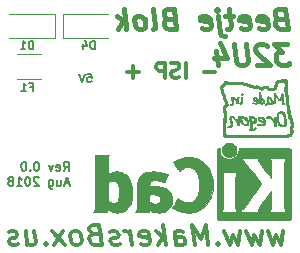
<source format=gbr>
G04 #@! TF.FileFunction,Legend,Bot*
%FSLAX46Y46*%
G04 Gerber Fmt 4.6, Leading zero omitted, Abs format (unit mm)*
G04 Created by KiCad (PCBNEW 4.0.7) date 08/17/18 12:34:18*
%MOMM*%
%LPD*%
G01*
G04 APERTURE LIST*
%ADD10C,0.100000*%
%ADD11C,0.150000*%
%ADD12C,0.300000*%
%ADD13C,0.400000*%
%ADD14C,0.200000*%
%ADD15C,0.002540*%
%ADD16C,0.010000*%
%ADD17C,0.120000*%
G04 APERTURE END LIST*
D10*
D11*
X147728857Y-102698786D02*
X147978857Y-102341643D01*
X148157429Y-102698786D02*
X148157429Y-101948786D01*
X147871714Y-101948786D01*
X147800286Y-101984500D01*
X147764571Y-102020214D01*
X147728857Y-102091643D01*
X147728857Y-102198786D01*
X147764571Y-102270214D01*
X147800286Y-102305929D01*
X147871714Y-102341643D01*
X148157429Y-102341643D01*
X147121714Y-102663071D02*
X147193143Y-102698786D01*
X147336000Y-102698786D01*
X147407429Y-102663071D01*
X147443143Y-102591643D01*
X147443143Y-102305929D01*
X147407429Y-102234500D01*
X147336000Y-102198786D01*
X147193143Y-102198786D01*
X147121714Y-102234500D01*
X147086000Y-102305929D01*
X147086000Y-102377357D01*
X147443143Y-102448786D01*
X146836000Y-102198786D02*
X146657429Y-102698786D01*
X146478857Y-102198786D01*
X145478856Y-101948786D02*
X145407428Y-101948786D01*
X145335999Y-101984500D01*
X145300285Y-102020214D01*
X145264571Y-102091643D01*
X145228856Y-102234500D01*
X145228856Y-102413071D01*
X145264571Y-102555929D01*
X145300285Y-102627357D01*
X145335999Y-102663071D01*
X145407428Y-102698786D01*
X145478856Y-102698786D01*
X145550285Y-102663071D01*
X145585999Y-102627357D01*
X145621714Y-102555929D01*
X145657428Y-102413071D01*
X145657428Y-102234500D01*
X145621714Y-102091643D01*
X145585999Y-102020214D01*
X145550285Y-101984500D01*
X145478856Y-101948786D01*
X144907428Y-102627357D02*
X144871713Y-102663071D01*
X144907428Y-102698786D01*
X144943142Y-102663071D01*
X144907428Y-102627357D01*
X144907428Y-102698786D01*
X144407427Y-101948786D02*
X144335999Y-101948786D01*
X144264570Y-101984500D01*
X144228856Y-102020214D01*
X144193142Y-102091643D01*
X144157427Y-102234500D01*
X144157427Y-102413071D01*
X144193142Y-102555929D01*
X144228856Y-102627357D01*
X144264570Y-102663071D01*
X144335999Y-102698786D01*
X144407427Y-102698786D01*
X144478856Y-102663071D01*
X144514570Y-102627357D01*
X144550285Y-102555929D01*
X144585999Y-102413071D01*
X144585999Y-102234500D01*
X144550285Y-102091643D01*
X144514570Y-102020214D01*
X144478856Y-101984500D01*
X144407427Y-101948786D01*
X148193143Y-103759500D02*
X147836000Y-103759500D01*
X148264571Y-103973786D02*
X148014571Y-103223786D01*
X147764571Y-103973786D01*
X147193143Y-103473786D02*
X147193143Y-103973786D01*
X147514572Y-103473786D02*
X147514572Y-103866643D01*
X147478857Y-103938071D01*
X147407429Y-103973786D01*
X147300286Y-103973786D01*
X147228857Y-103938071D01*
X147193143Y-103902357D01*
X146514572Y-103473786D02*
X146514572Y-104080929D01*
X146550286Y-104152357D01*
X146586001Y-104188071D01*
X146657429Y-104223786D01*
X146764572Y-104223786D01*
X146836001Y-104188071D01*
X146514572Y-103938071D02*
X146586001Y-103973786D01*
X146728858Y-103973786D01*
X146800286Y-103938071D01*
X146836001Y-103902357D01*
X146871715Y-103830929D01*
X146871715Y-103616643D01*
X146836001Y-103545214D01*
X146800286Y-103509500D01*
X146728858Y-103473786D01*
X146586001Y-103473786D01*
X146514572Y-103509500D01*
X145621715Y-103295214D02*
X145586001Y-103259500D01*
X145514572Y-103223786D01*
X145336001Y-103223786D01*
X145264572Y-103259500D01*
X145228858Y-103295214D01*
X145193143Y-103366643D01*
X145193143Y-103438071D01*
X145228858Y-103545214D01*
X145657429Y-103973786D01*
X145193143Y-103973786D01*
X144728857Y-103223786D02*
X144657429Y-103223786D01*
X144586000Y-103259500D01*
X144550286Y-103295214D01*
X144514572Y-103366643D01*
X144478857Y-103509500D01*
X144478857Y-103688071D01*
X144514572Y-103830929D01*
X144550286Y-103902357D01*
X144586000Y-103938071D01*
X144657429Y-103973786D01*
X144728857Y-103973786D01*
X144800286Y-103938071D01*
X144836000Y-103902357D01*
X144871715Y-103830929D01*
X144907429Y-103688071D01*
X144907429Y-103509500D01*
X144871715Y-103366643D01*
X144836000Y-103295214D01*
X144800286Y-103259500D01*
X144728857Y-103223786D01*
X143764571Y-103973786D02*
X144193143Y-103973786D01*
X143978857Y-103973786D02*
X143978857Y-103223786D01*
X144050286Y-103330929D01*
X144121714Y-103402357D01*
X144193143Y-103438071D01*
X143336000Y-103545214D02*
X143407428Y-103509500D01*
X143443143Y-103473786D01*
X143478857Y-103402357D01*
X143478857Y-103366643D01*
X143443143Y-103295214D01*
X143407428Y-103259500D01*
X143336000Y-103223786D01*
X143193143Y-103223786D01*
X143121714Y-103259500D01*
X143086000Y-103295214D01*
X143050285Y-103366643D01*
X143050285Y-103402357D01*
X143086000Y-103473786D01*
X143121714Y-103509500D01*
X143193143Y-103545214D01*
X143336000Y-103545214D01*
X143407428Y-103580929D01*
X143443143Y-103616643D01*
X143478857Y-103688071D01*
X143478857Y-103830929D01*
X143443143Y-103902357D01*
X143407428Y-103938071D01*
X143336000Y-103973786D01*
X143193143Y-103973786D01*
X143121714Y-103938071D01*
X143086000Y-103902357D01*
X143050285Y-103830929D01*
X143050285Y-103688071D01*
X143086000Y-103616643D01*
X143121714Y-103580929D01*
X143193143Y-103545214D01*
D12*
X160565238Y-94323286D02*
X159612857Y-94323286D01*
X158065238Y-94799476D02*
X158065238Y-93549476D01*
X157529524Y-94739952D02*
X157350952Y-94799476D01*
X157053333Y-94799476D01*
X156934286Y-94739952D01*
X156874762Y-94680429D01*
X156815238Y-94561381D01*
X156815238Y-94442333D01*
X156874762Y-94323286D01*
X156934286Y-94263762D01*
X157053333Y-94204238D01*
X157291429Y-94144714D01*
X157410476Y-94085190D01*
X157470000Y-94025667D01*
X157529524Y-93906619D01*
X157529524Y-93787571D01*
X157470000Y-93668524D01*
X157410476Y-93609000D01*
X157291429Y-93549476D01*
X156993809Y-93549476D01*
X156815238Y-93609000D01*
X156279524Y-94799476D02*
X156279524Y-93549476D01*
X155803333Y-93549476D01*
X155684286Y-93609000D01*
X155624762Y-93668524D01*
X155565238Y-93787571D01*
X155565238Y-93966143D01*
X155624762Y-94085190D01*
X155684286Y-94144714D01*
X155803333Y-94204238D01*
X156279524Y-94204238D01*
X154077143Y-94323286D02*
X153124762Y-94323286D01*
X153600952Y-94799476D02*
X153600952Y-93847095D01*
X166344750Y-107829000D02*
X166157250Y-108995667D01*
X165719750Y-108162333D01*
X165490583Y-108995667D01*
X165011417Y-107829000D01*
X164511417Y-107829000D02*
X164323917Y-108995667D01*
X163886417Y-108162333D01*
X163657250Y-108995667D01*
X163178084Y-107829000D01*
X162678084Y-107829000D02*
X162490584Y-108995667D01*
X162053084Y-108162333D01*
X161823917Y-108995667D01*
X161344751Y-107829000D01*
X160803084Y-108829000D02*
X160730168Y-108912333D01*
X160823917Y-108995667D01*
X160896835Y-108912333D01*
X160803084Y-108829000D01*
X160823917Y-108995667D01*
X159990584Y-108995667D02*
X159771834Y-107245667D01*
X159344751Y-108495667D01*
X158605168Y-107245667D01*
X158823918Y-108995667D01*
X157240584Y-108995667D02*
X157126001Y-108079000D01*
X157188502Y-107912333D01*
X157344751Y-107829000D01*
X157678085Y-107829000D01*
X157855168Y-107912333D01*
X157230168Y-108912333D02*
X157407251Y-108995667D01*
X157823918Y-108995667D01*
X157980168Y-108912333D01*
X158042668Y-108745667D01*
X158021835Y-108579000D01*
X157917668Y-108412333D01*
X157740585Y-108329000D01*
X157323918Y-108329000D01*
X157146834Y-108245667D01*
X156407251Y-108995667D02*
X156188501Y-107245667D01*
X156157252Y-108329000D02*
X155740585Y-108995667D01*
X155594752Y-107829000D02*
X156344751Y-108495667D01*
X154313502Y-108912333D02*
X154490584Y-108995667D01*
X154823918Y-108995667D01*
X154980168Y-108912333D01*
X155042668Y-108745667D01*
X154959335Y-108079000D01*
X154855168Y-107912333D01*
X154678085Y-107829000D01*
X154344751Y-107829000D01*
X154188502Y-107912333D01*
X154126001Y-108079000D01*
X154146834Y-108245667D01*
X155001002Y-108412333D01*
X153490584Y-108995667D02*
X153344751Y-107829000D01*
X153386418Y-108162333D02*
X153282251Y-107995667D01*
X153188502Y-107912333D01*
X153011418Y-107829000D01*
X152844751Y-107829000D01*
X152480169Y-108912333D02*
X152323918Y-108995667D01*
X151990585Y-108995667D01*
X151813502Y-108912333D01*
X151709335Y-108745667D01*
X151698919Y-108662333D01*
X151761418Y-108495667D01*
X151917669Y-108412333D01*
X152167669Y-108412333D01*
X152323918Y-108329000D01*
X152386419Y-108162333D01*
X152376002Y-108079000D01*
X152271835Y-107912333D01*
X152094752Y-107829000D01*
X151844752Y-107829000D01*
X151688502Y-107912333D01*
X150292668Y-108079000D02*
X150053085Y-108162333D01*
X149980168Y-108245667D01*
X149917668Y-108412333D01*
X149948918Y-108662333D01*
X150053085Y-108829000D01*
X150146835Y-108912333D01*
X150323918Y-108995667D01*
X150990584Y-108995667D01*
X150771834Y-107245667D01*
X150188501Y-107245667D01*
X150032251Y-107329000D01*
X149959335Y-107412333D01*
X149896835Y-107579000D01*
X149917668Y-107745667D01*
X150021835Y-107912333D01*
X150115584Y-107995667D01*
X150292668Y-108079000D01*
X150876001Y-108079000D01*
X148990584Y-108995667D02*
X149146835Y-108912333D01*
X149219751Y-108829000D01*
X149282252Y-108662333D01*
X149219752Y-108162333D01*
X149115584Y-107995667D01*
X149021835Y-107912333D01*
X148844751Y-107829000D01*
X148594751Y-107829000D01*
X148438502Y-107912333D01*
X148365584Y-107995667D01*
X148303085Y-108162333D01*
X148365585Y-108662333D01*
X148469751Y-108829000D01*
X148563502Y-108912333D01*
X148740584Y-108995667D01*
X148990584Y-108995667D01*
X147823918Y-108995667D02*
X146761418Y-107829000D01*
X147678085Y-107829000D02*
X146907251Y-108995667D01*
X146219751Y-108829000D02*
X146146835Y-108912333D01*
X146240584Y-108995667D01*
X146313502Y-108912333D01*
X146219751Y-108829000D01*
X146240584Y-108995667D01*
X144511418Y-107829000D02*
X144657251Y-108995667D01*
X145261418Y-107829000D02*
X145376001Y-108745667D01*
X145313502Y-108912333D01*
X145157251Y-108995667D01*
X144907251Y-108995667D01*
X144730169Y-108912333D01*
X144636418Y-108829000D01*
X143896836Y-108912333D02*
X143740585Y-108995667D01*
X143407252Y-108995667D01*
X143230169Y-108912333D01*
X143126002Y-108745667D01*
X143115586Y-108662333D01*
X143178085Y-108495667D01*
X143334336Y-108412333D01*
X143584336Y-108412333D01*
X143740585Y-108329000D01*
X143803086Y-108162333D01*
X143792669Y-108079000D01*
X143688502Y-107912333D01*
X143511419Y-107829000D01*
X143261419Y-107829000D01*
X143105169Y-107912333D01*
D13*
X166007000Y-89802500D02*
X165767417Y-89885833D01*
X165694500Y-89969167D01*
X165632000Y-90135833D01*
X165663250Y-90385833D01*
X165767417Y-90552500D01*
X165861167Y-90635833D01*
X166038250Y-90719167D01*
X166704916Y-90719167D01*
X166486166Y-88969167D01*
X165902833Y-88969167D01*
X165746583Y-89052500D01*
X165673667Y-89135833D01*
X165611167Y-89302500D01*
X165632000Y-89469167D01*
X165736167Y-89635833D01*
X165829916Y-89719167D01*
X166007000Y-89802500D01*
X166590333Y-89802500D01*
X164277834Y-90635833D02*
X164454916Y-90719167D01*
X164788250Y-90719167D01*
X164944500Y-90635833D01*
X165007000Y-90469167D01*
X164923667Y-89802500D01*
X164819500Y-89635833D01*
X164642417Y-89552500D01*
X164309083Y-89552500D01*
X164152834Y-89635833D01*
X164090333Y-89802500D01*
X164111166Y-89969167D01*
X164965334Y-90135833D01*
X162777834Y-90635833D02*
X162954916Y-90719167D01*
X163288250Y-90719167D01*
X163444500Y-90635833D01*
X163507000Y-90469167D01*
X163423667Y-89802500D01*
X163319500Y-89635833D01*
X163142417Y-89552500D01*
X162809083Y-89552500D01*
X162652834Y-89635833D01*
X162590333Y-89802500D01*
X162611166Y-89969167D01*
X163465334Y-90135833D01*
X162059083Y-89552500D02*
X161392417Y-89552500D01*
X161736166Y-88969167D02*
X161923666Y-90469167D01*
X161861167Y-90635833D01*
X161704916Y-90719167D01*
X161538250Y-90719167D01*
X160809083Y-89552500D02*
X160996583Y-91052500D01*
X161100750Y-91219167D01*
X161277833Y-91302500D01*
X161361167Y-91302500D01*
X160736166Y-88969167D02*
X160829917Y-89052500D01*
X160757000Y-89135833D01*
X160663250Y-89052500D01*
X160736166Y-88969167D01*
X160757000Y-89135833D01*
X159444501Y-90635833D02*
X159621583Y-90719167D01*
X159954917Y-90719167D01*
X160111167Y-90635833D01*
X160173667Y-90469167D01*
X160090334Y-89802500D01*
X159986167Y-89635833D01*
X159809084Y-89552500D01*
X159475750Y-89552500D01*
X159319501Y-89635833D01*
X159257000Y-89802500D01*
X159277833Y-89969167D01*
X160132001Y-90135833D01*
X156590334Y-89802500D02*
X156350751Y-89885833D01*
X156277834Y-89969167D01*
X156215334Y-90135833D01*
X156246584Y-90385833D01*
X156350751Y-90552500D01*
X156444501Y-90635833D01*
X156621584Y-90719167D01*
X157288250Y-90719167D01*
X157069500Y-88969167D01*
X156486167Y-88969167D01*
X156329917Y-89052500D01*
X156257001Y-89135833D01*
X156194501Y-89302500D01*
X156215334Y-89469167D01*
X156319501Y-89635833D01*
X156413250Y-89719167D01*
X156590334Y-89802500D01*
X157173667Y-89802500D01*
X155288250Y-90719167D02*
X155444501Y-90635833D01*
X155507000Y-90469167D01*
X155319500Y-88969167D01*
X154371583Y-90719167D02*
X154527834Y-90635833D01*
X154600750Y-90552500D01*
X154663251Y-90385833D01*
X154600751Y-89885833D01*
X154496583Y-89719167D01*
X154402834Y-89635833D01*
X154225750Y-89552500D01*
X153975750Y-89552500D01*
X153819501Y-89635833D01*
X153746583Y-89719167D01*
X153684084Y-89885833D01*
X153746584Y-90385833D01*
X153850750Y-90552500D01*
X153944501Y-90635833D01*
X154121583Y-90719167D01*
X154371583Y-90719167D01*
X153038250Y-90719167D02*
X152819500Y-88969167D01*
X152788251Y-90052500D02*
X152371584Y-90719167D01*
X152225751Y-89552500D02*
X152975750Y-90219167D01*
X166652833Y-91994167D02*
X165569500Y-91994167D01*
X166236167Y-92660833D01*
X165986167Y-92660833D01*
X165829916Y-92744167D01*
X165757000Y-92827500D01*
X165694500Y-92994167D01*
X165746584Y-93410833D01*
X165850750Y-93577500D01*
X165944500Y-93660833D01*
X166121583Y-93744167D01*
X166621583Y-93744167D01*
X166777834Y-93660833D01*
X166850750Y-93577500D01*
X164923667Y-92160833D02*
X164829916Y-92077500D01*
X164652833Y-91994167D01*
X164236166Y-91994167D01*
X164079916Y-92077500D01*
X164007000Y-92160833D01*
X163944500Y-92327500D01*
X163965333Y-92494167D01*
X164079916Y-92744167D01*
X165204916Y-93744167D01*
X164121583Y-93744167D01*
X163152832Y-91994167D02*
X163329916Y-93410833D01*
X163267416Y-93577500D01*
X163194500Y-93660833D01*
X163038249Y-93744167D01*
X162704916Y-93744167D01*
X162527833Y-93660833D01*
X162434083Y-93577500D01*
X162329916Y-93410833D01*
X162152832Y-91994167D01*
X160642416Y-92577500D02*
X160788249Y-93744167D01*
X160975750Y-91910833D02*
X161548667Y-93160833D01*
X160465333Y-93160833D01*
D12*
D14*
D15*
G36*
X160987740Y-95648780D02*
X160987740Y-95686880D01*
X160990280Y-95712280D01*
X160992820Y-95735140D01*
X160997900Y-95752920D01*
X161008060Y-95773240D01*
X161010600Y-95780860D01*
X161023300Y-95808800D01*
X161033460Y-95834200D01*
X161043620Y-95864680D01*
X161053780Y-95900240D01*
X161063940Y-95945960D01*
X161076640Y-95999300D01*
X161081720Y-96017080D01*
X161096960Y-96090740D01*
X161114740Y-96151700D01*
X161129980Y-96205040D01*
X161150300Y-96250760D01*
X161170620Y-96291400D01*
X161170620Y-95661480D01*
X161170620Y-95646240D01*
X161173160Y-95633540D01*
X161180780Y-95620840D01*
X161193480Y-95605600D01*
X161216340Y-95587820D01*
X161226500Y-95577660D01*
X161254440Y-95554800D01*
X161279840Y-95529400D01*
X161297620Y-95506540D01*
X161305240Y-95498920D01*
X161317940Y-95481140D01*
X161338260Y-95455740D01*
X161363660Y-95425260D01*
X161389060Y-95394780D01*
X161391600Y-95392240D01*
X161414460Y-95364300D01*
X161434780Y-95338900D01*
X161447480Y-95321120D01*
X161455100Y-95310960D01*
X161455100Y-95308420D01*
X161460180Y-95303340D01*
X161477960Y-95303340D01*
X161503360Y-95303340D01*
X161533840Y-95308420D01*
X161564320Y-95313500D01*
X161574480Y-95316040D01*
X161587180Y-95318580D01*
X161599880Y-95323660D01*
X161615120Y-95323660D01*
X161632900Y-95326200D01*
X161658300Y-95328740D01*
X161691320Y-95331280D01*
X161729420Y-95331280D01*
X161777680Y-95333820D01*
X161836100Y-95333820D01*
X161907220Y-95336360D01*
X161991040Y-95338900D01*
X162044380Y-95338900D01*
X162130740Y-95341440D01*
X162217100Y-95341440D01*
X162303460Y-95343980D01*
X162387280Y-95343980D01*
X162466020Y-95346520D01*
X162537140Y-95346520D01*
X162600640Y-95346520D01*
X162648900Y-95346520D01*
X162661600Y-95346520D01*
X162854640Y-95346520D01*
X162915600Y-95407480D01*
X162976560Y-95465900D01*
X163017200Y-95465900D01*
X163045140Y-95465900D01*
X163080700Y-95463360D01*
X163108640Y-95458280D01*
X163141660Y-95455740D01*
X163172140Y-95458280D01*
X163205160Y-95463360D01*
X163245800Y-95473520D01*
X163291520Y-95491300D01*
X163347400Y-95514160D01*
X163362640Y-95519240D01*
X163405820Y-95539560D01*
X163438840Y-95552260D01*
X163466780Y-95559880D01*
X163492180Y-95564960D01*
X163520120Y-95570040D01*
X163537900Y-95572580D01*
X163583620Y-95577660D01*
X163619180Y-95582740D01*
X163647120Y-95590360D01*
X163667440Y-95600520D01*
X163687760Y-95613220D01*
X163708080Y-95633540D01*
X163710620Y-95636080D01*
X163733480Y-95656400D01*
X163758880Y-95674180D01*
X163776660Y-95686880D01*
X163776660Y-95686880D01*
X163796980Y-95691960D01*
X163827460Y-95697040D01*
X163863020Y-95704660D01*
X163901120Y-95707200D01*
X163934140Y-95712280D01*
X163959540Y-95712280D01*
X163974780Y-95709740D01*
X163987480Y-95702120D01*
X164010340Y-95689420D01*
X164030660Y-95671640D01*
X164053520Y-95651320D01*
X164068760Y-95643700D01*
X164078920Y-95641160D01*
X164084000Y-95643700D01*
X164094160Y-95651320D01*
X164114480Y-95664020D01*
X164142420Y-95681800D01*
X164172900Y-95702120D01*
X164180520Y-95707200D01*
X164266880Y-95760540D01*
X164343080Y-95763080D01*
X164378640Y-95765620D01*
X164401500Y-95768160D01*
X164414200Y-95770700D01*
X164424360Y-95775780D01*
X164429440Y-95783400D01*
X164431980Y-95788480D01*
X164452300Y-95811340D01*
X164480240Y-95826580D01*
X164510720Y-95834200D01*
X164515800Y-95834200D01*
X164543740Y-95826580D01*
X164571680Y-95808800D01*
X164599620Y-95778320D01*
X164609780Y-95765620D01*
X164622480Y-95752920D01*
X164630100Y-95742760D01*
X164640260Y-95735140D01*
X164652960Y-95727520D01*
X164673280Y-95724980D01*
X164698680Y-95719900D01*
X164736780Y-95714820D01*
X164785040Y-95712280D01*
X164800280Y-95709740D01*
X164909500Y-95699580D01*
X164939980Y-95727520D01*
X164975540Y-95760540D01*
X165011100Y-95785940D01*
X165041580Y-95806260D01*
X165051740Y-95811340D01*
X165074600Y-95816420D01*
X165107620Y-95821500D01*
X165150800Y-95826580D01*
X165196520Y-95831660D01*
X165247320Y-95836740D01*
X165295580Y-95839280D01*
X165341300Y-95839280D01*
X165343840Y-95839280D01*
X165392100Y-95839280D01*
X165435280Y-95834200D01*
X165478460Y-95829120D01*
X165526720Y-95818960D01*
X165572440Y-95808800D01*
X165605460Y-95798640D01*
X165630860Y-95785940D01*
X165653720Y-95773240D01*
X165676580Y-95752920D01*
X165701980Y-95727520D01*
X165719760Y-95707200D01*
X165735000Y-95686880D01*
X165742620Y-95664020D01*
X165750240Y-95636080D01*
X165757860Y-95600520D01*
X165760400Y-95557340D01*
X165765480Y-95506540D01*
X165773100Y-95427800D01*
X165785800Y-95359220D01*
X165806120Y-95303340D01*
X165831520Y-95257620D01*
X165834060Y-95252540D01*
X165859460Y-95227140D01*
X165897560Y-95199200D01*
X165910260Y-95191580D01*
X165938200Y-95178880D01*
X165961060Y-95168720D01*
X165978840Y-95166180D01*
X166001700Y-95166180D01*
X166004240Y-95166180D01*
X166042340Y-95166180D01*
X166085520Y-95158560D01*
X166116000Y-95150940D01*
X166154100Y-95138240D01*
X166182040Y-95133160D01*
X166199820Y-95130620D01*
X166215060Y-95135700D01*
X166230300Y-95140780D01*
X166237920Y-95145860D01*
X166268400Y-95161100D01*
X166311580Y-95166180D01*
X166359840Y-95161100D01*
X166375080Y-95156020D01*
X166397940Y-95150940D01*
X166418260Y-95145860D01*
X166425880Y-95145860D01*
X166425880Y-95150940D01*
X166428420Y-95171260D01*
X166428420Y-95194120D01*
X166428420Y-95196660D01*
X166428420Y-95224600D01*
X166430960Y-95244920D01*
X166436040Y-95262700D01*
X166448740Y-95280480D01*
X166471600Y-95313500D01*
X166463980Y-95432880D01*
X166461440Y-95478600D01*
X166456360Y-95511620D01*
X166453820Y-95537020D01*
X166448740Y-95554800D01*
X166443660Y-95570040D01*
X166436040Y-95585280D01*
X166430960Y-95592900D01*
X166415720Y-95623380D01*
X166408100Y-95651320D01*
X166408100Y-95671640D01*
X166405560Y-95699580D01*
X166403020Y-95722440D01*
X166400480Y-95730060D01*
X166397940Y-95747840D01*
X166392860Y-95773240D01*
X166392860Y-95806260D01*
X166392860Y-95818960D01*
X166392860Y-95851980D01*
X166392860Y-95872300D01*
X166397940Y-95887540D01*
X166405560Y-95897700D01*
X166415720Y-95910400D01*
X166418260Y-95912940D01*
X166438580Y-95928180D01*
X166458900Y-95935800D01*
X166461440Y-95938340D01*
X166471600Y-95938340D01*
X166476680Y-95943420D01*
X166481760Y-95958660D01*
X166484300Y-95984060D01*
X166486840Y-96017080D01*
X166489380Y-96055180D01*
X166489380Y-96078040D01*
X166491920Y-96121220D01*
X166497000Y-96177100D01*
X166504620Y-96248220D01*
X166517320Y-96334580D01*
X166535100Y-96433640D01*
X166535100Y-96441260D01*
X166542720Y-96484440D01*
X166547800Y-96525080D01*
X166552880Y-96555560D01*
X166555420Y-96578420D01*
X166557960Y-96586040D01*
X166557960Y-96598740D01*
X166555420Y-96621600D01*
X166555420Y-96652080D01*
X166552880Y-96682560D01*
X166552880Y-96715580D01*
X166550340Y-96746060D01*
X166547800Y-96766380D01*
X166545260Y-96774000D01*
X166535100Y-96799400D01*
X166532560Y-96829880D01*
X166535100Y-96860360D01*
X166545260Y-96885760D01*
X166560500Y-96898460D01*
X166568120Y-96911160D01*
X166575740Y-96936560D01*
X166585900Y-96977200D01*
X166593520Y-97033080D01*
X166603680Y-97101660D01*
X166611300Y-97180400D01*
X166616380Y-97241360D01*
X166621460Y-97294700D01*
X166626540Y-97345500D01*
X166631620Y-97388680D01*
X166636700Y-97424240D01*
X166639240Y-97449640D01*
X166641780Y-97462340D01*
X166651940Y-97482660D01*
X166662100Y-97510600D01*
X166672260Y-97536000D01*
X166679880Y-97556320D01*
X166687500Y-97571560D01*
X166690040Y-97589340D01*
X166692580Y-97609660D01*
X166692580Y-97635060D01*
X166690040Y-97668080D01*
X166687500Y-97713800D01*
X166687500Y-97734120D01*
X166684960Y-97779840D01*
X166684960Y-97815400D01*
X166690040Y-97843340D01*
X166697660Y-97868740D01*
X166710360Y-97896680D01*
X166730680Y-97929700D01*
X166748460Y-97967800D01*
X166758620Y-97995740D01*
X166763700Y-98023680D01*
X166758620Y-98051620D01*
X166748460Y-98089720D01*
X166743380Y-98099880D01*
X166730680Y-98137980D01*
X166723060Y-98168460D01*
X166723060Y-98188780D01*
X166725600Y-98206560D01*
X166733220Y-98221800D01*
X166733220Y-98224340D01*
X166748460Y-98239580D01*
X166773860Y-98257360D01*
X166804340Y-98275140D01*
X166837360Y-98287840D01*
X166857680Y-98295460D01*
X166878000Y-98300540D01*
X166878000Y-98389440D01*
X166878000Y-98480880D01*
X166908480Y-98544380D01*
X166941500Y-98612960D01*
X166966900Y-98671380D01*
X166987220Y-98719640D01*
X166999920Y-98755200D01*
X167005000Y-98775520D01*
X167007540Y-98793300D01*
X167007540Y-98808540D01*
X166999920Y-98823780D01*
X166984680Y-98844100D01*
X166984680Y-98846640D01*
X166956740Y-98887280D01*
X166933880Y-98925380D01*
X166916100Y-98971100D01*
X166908480Y-98999040D01*
X166893240Y-99052380D01*
X166916100Y-99151440D01*
X166931340Y-99217480D01*
X166938960Y-99270820D01*
X166944040Y-99316540D01*
X166944040Y-99357180D01*
X166936420Y-99395280D01*
X166926260Y-99433380D01*
X166926260Y-99433380D01*
X166911020Y-99476560D01*
X166898320Y-99514660D01*
X166883080Y-99547680D01*
X166872920Y-99570540D01*
X166862760Y-99580700D01*
X166862760Y-99583240D01*
X166852600Y-99585780D01*
X166832280Y-99593400D01*
X166824660Y-99598480D01*
X166801800Y-99606100D01*
X166766240Y-99613720D01*
X166717980Y-99618800D01*
X166657020Y-99621340D01*
X166580820Y-99623880D01*
X166491920Y-99626420D01*
X166390320Y-99626420D01*
X166380160Y-99626420D01*
X166324280Y-99628960D01*
X166258240Y-99628960D01*
X166184580Y-99631500D01*
X166105840Y-99631500D01*
X166027100Y-99634040D01*
X165953440Y-99639120D01*
X165933120Y-99639120D01*
X165696900Y-99646740D01*
X165470840Y-99656900D01*
X165247320Y-99661980D01*
X165023800Y-99667060D01*
X164802820Y-99672140D01*
X164579300Y-99674680D01*
X164353240Y-99677220D01*
X164119560Y-99677220D01*
X163880800Y-99677220D01*
X163629340Y-99677220D01*
X163367720Y-99674680D01*
X163235640Y-99672140D01*
X163050220Y-99669600D01*
X162880040Y-99667060D01*
X162722560Y-99664520D01*
X162577780Y-99661980D01*
X162443160Y-99659440D01*
X162318700Y-99656900D01*
X162201860Y-99654360D01*
X162095180Y-99651820D01*
X161996120Y-99646740D01*
X161904680Y-99644200D01*
X161815780Y-99641660D01*
X161731960Y-99636580D01*
X161686240Y-99634040D01*
X161622740Y-99631500D01*
X161564320Y-99626420D01*
X161510980Y-99623880D01*
X161465260Y-99621340D01*
X161432240Y-99618800D01*
X161409380Y-99618800D01*
X161396680Y-99618800D01*
X161396680Y-99618800D01*
X161396680Y-99611180D01*
X161399220Y-99588320D01*
X161399220Y-99555300D01*
X161401760Y-99507040D01*
X161404300Y-99448620D01*
X161406840Y-99380040D01*
X161411920Y-99301300D01*
X161414460Y-99214940D01*
X161419540Y-99118420D01*
X161424620Y-99016820D01*
X161427160Y-98910140D01*
X161432240Y-98795840D01*
X161439860Y-98679000D01*
X161439860Y-98663760D01*
X161444940Y-98524060D01*
X161450020Y-98397060D01*
X161455100Y-98282760D01*
X161460180Y-98181160D01*
X161465260Y-98092260D01*
X161467800Y-98013520D01*
X161470340Y-97947480D01*
X161472880Y-97886520D01*
X161472880Y-97838260D01*
X161472880Y-97795080D01*
X161472880Y-97762060D01*
X161472880Y-97731580D01*
X161472880Y-97708720D01*
X161470340Y-97690940D01*
X161467800Y-97675700D01*
X161465260Y-97665540D01*
X161462720Y-97655380D01*
X161457640Y-97647760D01*
X161452560Y-97642680D01*
X161447480Y-97635060D01*
X161442400Y-97627440D01*
X161429700Y-97612200D01*
X161422080Y-97596960D01*
X161419540Y-97581720D01*
X161422080Y-97556320D01*
X161422080Y-97546160D01*
X161422080Y-97510600D01*
X161419540Y-97477580D01*
X161409380Y-97436940D01*
X161409380Y-97434400D01*
X161396680Y-97391220D01*
X161389060Y-97360740D01*
X161386520Y-97337880D01*
X161386520Y-97325180D01*
X161389060Y-97315020D01*
X161396680Y-97309940D01*
X161396680Y-97307400D01*
X161414460Y-97302320D01*
X161437320Y-97294700D01*
X161447480Y-97294700D01*
X161475420Y-97287080D01*
X161498280Y-97276920D01*
X161518600Y-97261680D01*
X161536380Y-97238820D01*
X161559240Y-97203260D01*
X161577020Y-97167700D01*
X161620200Y-97078800D01*
X161612580Y-97000060D01*
X161607500Y-96969580D01*
X161602420Y-96941640D01*
X161594800Y-96916240D01*
X161587180Y-96888300D01*
X161574480Y-96852740D01*
X161554160Y-96809560D01*
X161549080Y-96796860D01*
X161528760Y-96746060D01*
X161505900Y-96695260D01*
X161483040Y-96641920D01*
X161462720Y-96596200D01*
X161452560Y-96578420D01*
X161437320Y-96540320D01*
X161424620Y-96512380D01*
X161417000Y-96492060D01*
X161414460Y-96479360D01*
X161417000Y-96469200D01*
X161417000Y-96459040D01*
X161424620Y-96433640D01*
X161424620Y-96403160D01*
X161414460Y-96370140D01*
X161396680Y-96329500D01*
X161371280Y-96281240D01*
X161368740Y-96278700D01*
X161345880Y-96238060D01*
X161325560Y-96202500D01*
X161310320Y-96172020D01*
X161300160Y-96141540D01*
X161287460Y-96108520D01*
X161277300Y-96067880D01*
X161267140Y-96022160D01*
X161256980Y-95976440D01*
X161241740Y-95912940D01*
X161229040Y-95862140D01*
X161218880Y-95821500D01*
X161208720Y-95788480D01*
X161198560Y-95760540D01*
X161190940Y-95737680D01*
X161183320Y-95727520D01*
X161175700Y-95699580D01*
X161170620Y-95669100D01*
X161170620Y-95661480D01*
X161170620Y-96291400D01*
X161173160Y-96293940D01*
X161178240Y-96309180D01*
X161196020Y-96337120D01*
X161206180Y-96359980D01*
X161211260Y-96372680D01*
X161211260Y-96382840D01*
X161206180Y-96393000D01*
X161203640Y-96410780D01*
X161201100Y-96428560D01*
X161206180Y-96451420D01*
X161213800Y-96479360D01*
X161229040Y-96514920D01*
X161249360Y-96563180D01*
X161264600Y-96593660D01*
X161300160Y-96674940D01*
X161335720Y-96751140D01*
X161363660Y-96819720D01*
X161389060Y-96880680D01*
X161409380Y-96931480D01*
X161422080Y-96972120D01*
X161429700Y-97000060D01*
X161429700Y-97002600D01*
X161434780Y-97030540D01*
X161432240Y-97048320D01*
X161427160Y-97068640D01*
X161419540Y-97081340D01*
X161409380Y-97101660D01*
X161396680Y-97114360D01*
X161381440Y-97121980D01*
X161358580Y-97127060D01*
X161345880Y-97129600D01*
X161330640Y-97132140D01*
X161312860Y-97142300D01*
X161295080Y-97157540D01*
X161267140Y-97182940D01*
X161259520Y-97193100D01*
X161234120Y-97218500D01*
X161216340Y-97236280D01*
X161206180Y-97248980D01*
X161201100Y-97261680D01*
X161201100Y-97276920D01*
X161201100Y-97287080D01*
X161203640Y-97340420D01*
X161216340Y-97401380D01*
X161231580Y-97464880D01*
X161239200Y-97492820D01*
X161241740Y-97515680D01*
X161241740Y-97538540D01*
X161239200Y-97569020D01*
X161236660Y-97574100D01*
X161234120Y-97607120D01*
X161234120Y-97635060D01*
X161241740Y-97657920D01*
X161259520Y-97685860D01*
X161277300Y-97708720D01*
X161300160Y-97736660D01*
X161256980Y-98717100D01*
X161251900Y-98836480D01*
X161246820Y-98953320D01*
X161241740Y-99065080D01*
X161236660Y-99171760D01*
X161234120Y-99270820D01*
X161229040Y-99362260D01*
X161226500Y-99446080D01*
X161223960Y-99519740D01*
X161221420Y-99583240D01*
X161218880Y-99636580D01*
X161218880Y-99677220D01*
X161218880Y-99705160D01*
X161218880Y-99720400D01*
X161218880Y-99720400D01*
X161229040Y-99745800D01*
X161249360Y-99768660D01*
X161272220Y-99783900D01*
X161277300Y-99786440D01*
X161290000Y-99788980D01*
X161317940Y-99791520D01*
X161356040Y-99794060D01*
X161404300Y-99799140D01*
X161462720Y-99801680D01*
X161526220Y-99806760D01*
X161599880Y-99809300D01*
X161676080Y-99814380D01*
X161757360Y-99816920D01*
X161838640Y-99822000D01*
X161922460Y-99824540D01*
X162003740Y-99827080D01*
X162085020Y-99829620D01*
X162161220Y-99832160D01*
X162232340Y-99834700D01*
X162275520Y-99837240D01*
X162336480Y-99837240D01*
X162410140Y-99839780D01*
X162493960Y-99839780D01*
X162585400Y-99842320D01*
X162687000Y-99844860D01*
X162793680Y-99844860D01*
X162902900Y-99847400D01*
X163017200Y-99847400D01*
X163128960Y-99849940D01*
X163238180Y-99852480D01*
X163281360Y-99852480D01*
X163382960Y-99852480D01*
X163484560Y-99855020D01*
X163583620Y-99855020D01*
X163680140Y-99857560D01*
X163769040Y-99857560D01*
X163852860Y-99857560D01*
X163926520Y-99860100D01*
X163990020Y-99860100D01*
X164043360Y-99860100D01*
X164084000Y-99860100D01*
X164106860Y-99860100D01*
X164142420Y-99860100D01*
X164193220Y-99860100D01*
X164254180Y-99860100D01*
X164325300Y-99860100D01*
X164401500Y-99860100D01*
X164482780Y-99857560D01*
X164566600Y-99857560D01*
X164650420Y-99855020D01*
X164685980Y-99855020D01*
X164840920Y-99852480D01*
X164990780Y-99847400D01*
X165138100Y-99844860D01*
X165277800Y-99839780D01*
X165409880Y-99837240D01*
X165534340Y-99832160D01*
X165648640Y-99829620D01*
X165750240Y-99827080D01*
X165836600Y-99822000D01*
X165854380Y-99822000D01*
X165910260Y-99819460D01*
X165976300Y-99816920D01*
X166047420Y-99816920D01*
X166118540Y-99814380D01*
X166187120Y-99814380D01*
X166212520Y-99814380D01*
X166278560Y-99814380D01*
X166352220Y-99811840D01*
X166433500Y-99811840D01*
X166512240Y-99806760D01*
X166588440Y-99804220D01*
X166626540Y-99804220D01*
X166842440Y-99791520D01*
X166913560Y-99758500D01*
X166946580Y-99740720D01*
X166971980Y-99728020D01*
X166989760Y-99715320D01*
X166994840Y-99710240D01*
X167010080Y-99689920D01*
X167025320Y-99659440D01*
X167045640Y-99618800D01*
X167063420Y-99575620D01*
X167081200Y-99532440D01*
X167096440Y-99494340D01*
X167109140Y-99453700D01*
X167116760Y-99420680D01*
X167121840Y-99395280D01*
X167124380Y-99364800D01*
X167124380Y-99344480D01*
X167119300Y-99270820D01*
X167106600Y-99187000D01*
X167091360Y-99113340D01*
X167083740Y-99077780D01*
X167083740Y-99049840D01*
X167091360Y-99019360D01*
X167106600Y-98986340D01*
X167129460Y-98948240D01*
X167144700Y-98930460D01*
X167167560Y-98894900D01*
X167182800Y-98869500D01*
X167190420Y-98844100D01*
X167192960Y-98818700D01*
X167190420Y-98785680D01*
X167182800Y-98747580D01*
X167175180Y-98717100D01*
X167162480Y-98676460D01*
X167144700Y-98630740D01*
X167124380Y-98577400D01*
X167098980Y-98526600D01*
X167078660Y-98483420D01*
X167071040Y-98465640D01*
X167063420Y-98450400D01*
X167060880Y-98432620D01*
X167058340Y-98412300D01*
X167058340Y-98381820D01*
X167058340Y-98341180D01*
X167058340Y-98336100D01*
X167055800Y-98287840D01*
X167053260Y-98247200D01*
X167048180Y-98219260D01*
X167035480Y-98196400D01*
X167017700Y-98176080D01*
X166989760Y-98158300D01*
X166951660Y-98137980D01*
X166931340Y-98127820D01*
X166931340Y-98120200D01*
X166933880Y-98102420D01*
X166938960Y-98077020D01*
X166941500Y-98069400D01*
X166946580Y-98023680D01*
X166946580Y-97993200D01*
X166946580Y-97985580D01*
X166933880Y-97942400D01*
X166913560Y-97896680D01*
X166890700Y-97850960D01*
X166883080Y-97838260D01*
X166875460Y-97825560D01*
X166870380Y-97812860D01*
X166865300Y-97797620D01*
X166865300Y-97779840D01*
X166865300Y-97756980D01*
X166865300Y-97726500D01*
X166870380Y-97683320D01*
X166875460Y-97629980D01*
X166875460Y-97627440D01*
X166875460Y-97602040D01*
X166875460Y-97576640D01*
X166867840Y-97548700D01*
X166860220Y-97520760D01*
X166847520Y-97487740D01*
X166837360Y-97457260D01*
X166827200Y-97434400D01*
X166824660Y-97429320D01*
X166819580Y-97416620D01*
X166814500Y-97396300D01*
X166811960Y-97368360D01*
X166806880Y-97330260D01*
X166801800Y-97279460D01*
X166796720Y-97218500D01*
X166789100Y-97149920D01*
X166781480Y-97083880D01*
X166773860Y-97020380D01*
X166763700Y-96959420D01*
X166756080Y-96906080D01*
X166748460Y-96862900D01*
X166738300Y-96832420D01*
X166735760Y-96822260D01*
X166735760Y-96804480D01*
X166738300Y-96786700D01*
X166740840Y-96761300D01*
X166735760Y-96725740D01*
X166735760Y-96725740D01*
X166730680Y-96692720D01*
X166733220Y-96657160D01*
X166735760Y-96639380D01*
X166738300Y-96616520D01*
X166740840Y-96596200D01*
X166738300Y-96573340D01*
X166735760Y-96545400D01*
X166728140Y-96504760D01*
X166725600Y-96489520D01*
X166707820Y-96395540D01*
X166695120Y-96309180D01*
X166684960Y-96227900D01*
X166677340Y-96146620D01*
X166669720Y-96057720D01*
X166664640Y-95981520D01*
X166662100Y-95915480D01*
X166657020Y-95864680D01*
X166654480Y-95824040D01*
X166649400Y-95793560D01*
X166646860Y-95770700D01*
X166639240Y-95752920D01*
X166631620Y-95740220D01*
X166621460Y-95732600D01*
X166613840Y-95724980D01*
X166601140Y-95714820D01*
X166596060Y-95702120D01*
X166598600Y-95684340D01*
X166606220Y-95658940D01*
X166616380Y-95633540D01*
X166616380Y-95633540D01*
X166624000Y-95620840D01*
X166626540Y-95610680D01*
X166631620Y-95597980D01*
X166634160Y-95580200D01*
X166636700Y-95557340D01*
X166639240Y-95526860D01*
X166641780Y-95483680D01*
X166646860Y-95430340D01*
X166646860Y-95402400D01*
X166657020Y-95250000D01*
X166631620Y-95219520D01*
X166606220Y-95189040D01*
X166613840Y-95112840D01*
X166616380Y-95064580D01*
X166616380Y-95029020D01*
X166613840Y-95003620D01*
X166603680Y-94983300D01*
X166590980Y-94968060D01*
X166588440Y-94965520D01*
X166573200Y-94952820D01*
X166555420Y-94947740D01*
X166532560Y-94945200D01*
X166504620Y-94945200D01*
X166466520Y-94952820D01*
X166415720Y-94962980D01*
X166410640Y-94965520D01*
X166319200Y-94985840D01*
X166283640Y-94965520D01*
X166258240Y-94952820D01*
X166235380Y-94945200D01*
X166207440Y-94945200D01*
X166176960Y-94950280D01*
X166133780Y-94957900D01*
X166103300Y-94965520D01*
X166067740Y-94975680D01*
X166039800Y-94983300D01*
X166022020Y-94985840D01*
X166004240Y-94983300D01*
X165991540Y-94980760D01*
X165971220Y-94978220D01*
X165953440Y-94978220D01*
X165933120Y-94980760D01*
X165907720Y-94990920D01*
X165877240Y-95006160D01*
X165844220Y-95023940D01*
X165803580Y-95046800D01*
X165773100Y-95064580D01*
X165750240Y-95082360D01*
X165732460Y-95097600D01*
X165714680Y-95115380D01*
X165696900Y-95138240D01*
X165676580Y-95161100D01*
X165661340Y-95183960D01*
X165651180Y-95204280D01*
X165641020Y-95229680D01*
X165628320Y-95262700D01*
X165615620Y-95305880D01*
X165613080Y-95316040D01*
X165600380Y-95364300D01*
X165592760Y-95404940D01*
X165587680Y-95443040D01*
X165582600Y-95486220D01*
X165582600Y-95501460D01*
X165580060Y-95547180D01*
X165577520Y-95580200D01*
X165569900Y-95603060D01*
X165557200Y-95618300D01*
X165536880Y-95631000D01*
X165506400Y-95638620D01*
X165478460Y-95646240D01*
X165417500Y-95656400D01*
X165346380Y-95661480D01*
X165267640Y-95658940D01*
X165193980Y-95651320D01*
X165115240Y-95643700D01*
X165049200Y-95585280D01*
X165023800Y-95559880D01*
X164998400Y-95542100D01*
X164978080Y-95526860D01*
X164967920Y-95521780D01*
X164952680Y-95521780D01*
X164927280Y-95521780D01*
X164889180Y-95521780D01*
X164846000Y-95526860D01*
X164795200Y-95529400D01*
X164744400Y-95534480D01*
X164693600Y-95539560D01*
X164650420Y-95544640D01*
X164607240Y-95552260D01*
X164576760Y-95557340D01*
X164556440Y-95567500D01*
X164543740Y-95572580D01*
X164533580Y-95580200D01*
X164523420Y-95585280D01*
X164508180Y-95587820D01*
X164487860Y-95587820D01*
X164459920Y-95587820D01*
X164421820Y-95587820D01*
X164320220Y-95585280D01*
X164216080Y-95516700D01*
X164177980Y-95491300D01*
X164144960Y-95470980D01*
X164117020Y-95453200D01*
X164096700Y-95443040D01*
X164089080Y-95437960D01*
X164061140Y-95430340D01*
X164035740Y-95435420D01*
X164005260Y-95450660D01*
X163969700Y-95481140D01*
X163967160Y-95483680D01*
X163944300Y-95504000D01*
X163926520Y-95516700D01*
X163911280Y-95524320D01*
X163896040Y-95526860D01*
X163890960Y-95526860D01*
X163873180Y-95524320D01*
X163860480Y-95521780D01*
X163842700Y-95509080D01*
X163822380Y-95491300D01*
X163812220Y-95481140D01*
X163781740Y-95455740D01*
X163748720Y-95435420D01*
X163710620Y-95420180D01*
X163667440Y-95410020D01*
X163611560Y-95399860D01*
X163583620Y-95397320D01*
X163545520Y-95392240D01*
X163515040Y-95384620D01*
X163484560Y-95374460D01*
X163449000Y-95361760D01*
X163418520Y-95349060D01*
X163375340Y-95331280D01*
X163327080Y-95313500D01*
X163281360Y-95298260D01*
X163253420Y-95290640D01*
X163215320Y-95283020D01*
X163187380Y-95275400D01*
X163164520Y-95275400D01*
X163141660Y-95275400D01*
X163111180Y-95277940D01*
X163050220Y-95285560D01*
X162991800Y-95232220D01*
X162956240Y-95199200D01*
X162928300Y-95178880D01*
X162910520Y-95173800D01*
X162897820Y-95171260D01*
X162869880Y-95171260D01*
X162834320Y-95168720D01*
X162788600Y-95168720D01*
X162737800Y-95168720D01*
X162681920Y-95168720D01*
X162679380Y-95168720D01*
X162595560Y-95168720D01*
X162506660Y-95166180D01*
X162415220Y-95166180D01*
X162323780Y-95166180D01*
X162232340Y-95163640D01*
X162143440Y-95161100D01*
X162059620Y-95161100D01*
X161978340Y-95158560D01*
X161902140Y-95156020D01*
X161833560Y-95153480D01*
X161775140Y-95150940D01*
X161724340Y-95148400D01*
X161686240Y-95145860D01*
X161660840Y-95143320D01*
X161648140Y-95140780D01*
X161630360Y-95138240D01*
X161597340Y-95133160D01*
X161559240Y-95128080D01*
X161518600Y-95125540D01*
X161498280Y-95123000D01*
X161452560Y-95120460D01*
X161419540Y-95117920D01*
X161396680Y-95117920D01*
X161378900Y-95117920D01*
X161366200Y-95120460D01*
X161356040Y-95125540D01*
X161353500Y-95128080D01*
X161328100Y-95148400D01*
X161305240Y-95181420D01*
X161295080Y-95216980D01*
X161287460Y-95232220D01*
X161272220Y-95255080D01*
X161251900Y-95277940D01*
X161246820Y-95285560D01*
X161221420Y-95316040D01*
X161198560Y-95343980D01*
X161178240Y-95366840D01*
X161175700Y-95371920D01*
X161160460Y-95389700D01*
X161135060Y-95415100D01*
X161107120Y-95443040D01*
X161079180Y-95470980D01*
X161051240Y-95496380D01*
X161025840Y-95519240D01*
X161008060Y-95537020D01*
X160997900Y-95549720D01*
X160997900Y-95549720D01*
X160992820Y-95567500D01*
X160987740Y-95597980D01*
X160987740Y-95638620D01*
X160987740Y-95648780D01*
X160987740Y-95648780D01*
X160987740Y-95648780D01*
G37*
X160987740Y-95648780D02*
X160987740Y-95686880D01*
X160990280Y-95712280D01*
X160992820Y-95735140D01*
X160997900Y-95752920D01*
X161008060Y-95773240D01*
X161010600Y-95780860D01*
X161023300Y-95808800D01*
X161033460Y-95834200D01*
X161043620Y-95864680D01*
X161053780Y-95900240D01*
X161063940Y-95945960D01*
X161076640Y-95999300D01*
X161081720Y-96017080D01*
X161096960Y-96090740D01*
X161114740Y-96151700D01*
X161129980Y-96205040D01*
X161150300Y-96250760D01*
X161170620Y-96291400D01*
X161170620Y-95661480D01*
X161170620Y-95646240D01*
X161173160Y-95633540D01*
X161180780Y-95620840D01*
X161193480Y-95605600D01*
X161216340Y-95587820D01*
X161226500Y-95577660D01*
X161254440Y-95554800D01*
X161279840Y-95529400D01*
X161297620Y-95506540D01*
X161305240Y-95498920D01*
X161317940Y-95481140D01*
X161338260Y-95455740D01*
X161363660Y-95425260D01*
X161389060Y-95394780D01*
X161391600Y-95392240D01*
X161414460Y-95364300D01*
X161434780Y-95338900D01*
X161447480Y-95321120D01*
X161455100Y-95310960D01*
X161455100Y-95308420D01*
X161460180Y-95303340D01*
X161477960Y-95303340D01*
X161503360Y-95303340D01*
X161533840Y-95308420D01*
X161564320Y-95313500D01*
X161574480Y-95316040D01*
X161587180Y-95318580D01*
X161599880Y-95323660D01*
X161615120Y-95323660D01*
X161632900Y-95326200D01*
X161658300Y-95328740D01*
X161691320Y-95331280D01*
X161729420Y-95331280D01*
X161777680Y-95333820D01*
X161836100Y-95333820D01*
X161907220Y-95336360D01*
X161991040Y-95338900D01*
X162044380Y-95338900D01*
X162130740Y-95341440D01*
X162217100Y-95341440D01*
X162303460Y-95343980D01*
X162387280Y-95343980D01*
X162466020Y-95346520D01*
X162537140Y-95346520D01*
X162600640Y-95346520D01*
X162648900Y-95346520D01*
X162661600Y-95346520D01*
X162854640Y-95346520D01*
X162915600Y-95407480D01*
X162976560Y-95465900D01*
X163017200Y-95465900D01*
X163045140Y-95465900D01*
X163080700Y-95463360D01*
X163108640Y-95458280D01*
X163141660Y-95455740D01*
X163172140Y-95458280D01*
X163205160Y-95463360D01*
X163245800Y-95473520D01*
X163291520Y-95491300D01*
X163347400Y-95514160D01*
X163362640Y-95519240D01*
X163405820Y-95539560D01*
X163438840Y-95552260D01*
X163466780Y-95559880D01*
X163492180Y-95564960D01*
X163520120Y-95570040D01*
X163537900Y-95572580D01*
X163583620Y-95577660D01*
X163619180Y-95582740D01*
X163647120Y-95590360D01*
X163667440Y-95600520D01*
X163687760Y-95613220D01*
X163708080Y-95633540D01*
X163710620Y-95636080D01*
X163733480Y-95656400D01*
X163758880Y-95674180D01*
X163776660Y-95686880D01*
X163776660Y-95686880D01*
X163796980Y-95691960D01*
X163827460Y-95697040D01*
X163863020Y-95704660D01*
X163901120Y-95707200D01*
X163934140Y-95712280D01*
X163959540Y-95712280D01*
X163974780Y-95709740D01*
X163987480Y-95702120D01*
X164010340Y-95689420D01*
X164030660Y-95671640D01*
X164053520Y-95651320D01*
X164068760Y-95643700D01*
X164078920Y-95641160D01*
X164084000Y-95643700D01*
X164094160Y-95651320D01*
X164114480Y-95664020D01*
X164142420Y-95681800D01*
X164172900Y-95702120D01*
X164180520Y-95707200D01*
X164266880Y-95760540D01*
X164343080Y-95763080D01*
X164378640Y-95765620D01*
X164401500Y-95768160D01*
X164414200Y-95770700D01*
X164424360Y-95775780D01*
X164429440Y-95783400D01*
X164431980Y-95788480D01*
X164452300Y-95811340D01*
X164480240Y-95826580D01*
X164510720Y-95834200D01*
X164515800Y-95834200D01*
X164543740Y-95826580D01*
X164571680Y-95808800D01*
X164599620Y-95778320D01*
X164609780Y-95765620D01*
X164622480Y-95752920D01*
X164630100Y-95742760D01*
X164640260Y-95735140D01*
X164652960Y-95727520D01*
X164673280Y-95724980D01*
X164698680Y-95719900D01*
X164736780Y-95714820D01*
X164785040Y-95712280D01*
X164800280Y-95709740D01*
X164909500Y-95699580D01*
X164939980Y-95727520D01*
X164975540Y-95760540D01*
X165011100Y-95785940D01*
X165041580Y-95806260D01*
X165051740Y-95811340D01*
X165074600Y-95816420D01*
X165107620Y-95821500D01*
X165150800Y-95826580D01*
X165196520Y-95831660D01*
X165247320Y-95836740D01*
X165295580Y-95839280D01*
X165341300Y-95839280D01*
X165343840Y-95839280D01*
X165392100Y-95839280D01*
X165435280Y-95834200D01*
X165478460Y-95829120D01*
X165526720Y-95818960D01*
X165572440Y-95808800D01*
X165605460Y-95798640D01*
X165630860Y-95785940D01*
X165653720Y-95773240D01*
X165676580Y-95752920D01*
X165701980Y-95727520D01*
X165719760Y-95707200D01*
X165735000Y-95686880D01*
X165742620Y-95664020D01*
X165750240Y-95636080D01*
X165757860Y-95600520D01*
X165760400Y-95557340D01*
X165765480Y-95506540D01*
X165773100Y-95427800D01*
X165785800Y-95359220D01*
X165806120Y-95303340D01*
X165831520Y-95257620D01*
X165834060Y-95252540D01*
X165859460Y-95227140D01*
X165897560Y-95199200D01*
X165910260Y-95191580D01*
X165938200Y-95178880D01*
X165961060Y-95168720D01*
X165978840Y-95166180D01*
X166001700Y-95166180D01*
X166004240Y-95166180D01*
X166042340Y-95166180D01*
X166085520Y-95158560D01*
X166116000Y-95150940D01*
X166154100Y-95138240D01*
X166182040Y-95133160D01*
X166199820Y-95130620D01*
X166215060Y-95135700D01*
X166230300Y-95140780D01*
X166237920Y-95145860D01*
X166268400Y-95161100D01*
X166311580Y-95166180D01*
X166359840Y-95161100D01*
X166375080Y-95156020D01*
X166397940Y-95150940D01*
X166418260Y-95145860D01*
X166425880Y-95145860D01*
X166425880Y-95150940D01*
X166428420Y-95171260D01*
X166428420Y-95194120D01*
X166428420Y-95196660D01*
X166428420Y-95224600D01*
X166430960Y-95244920D01*
X166436040Y-95262700D01*
X166448740Y-95280480D01*
X166471600Y-95313500D01*
X166463980Y-95432880D01*
X166461440Y-95478600D01*
X166456360Y-95511620D01*
X166453820Y-95537020D01*
X166448740Y-95554800D01*
X166443660Y-95570040D01*
X166436040Y-95585280D01*
X166430960Y-95592900D01*
X166415720Y-95623380D01*
X166408100Y-95651320D01*
X166408100Y-95671640D01*
X166405560Y-95699580D01*
X166403020Y-95722440D01*
X166400480Y-95730060D01*
X166397940Y-95747840D01*
X166392860Y-95773240D01*
X166392860Y-95806260D01*
X166392860Y-95818960D01*
X166392860Y-95851980D01*
X166392860Y-95872300D01*
X166397940Y-95887540D01*
X166405560Y-95897700D01*
X166415720Y-95910400D01*
X166418260Y-95912940D01*
X166438580Y-95928180D01*
X166458900Y-95935800D01*
X166461440Y-95938340D01*
X166471600Y-95938340D01*
X166476680Y-95943420D01*
X166481760Y-95958660D01*
X166484300Y-95984060D01*
X166486840Y-96017080D01*
X166489380Y-96055180D01*
X166489380Y-96078040D01*
X166491920Y-96121220D01*
X166497000Y-96177100D01*
X166504620Y-96248220D01*
X166517320Y-96334580D01*
X166535100Y-96433640D01*
X166535100Y-96441260D01*
X166542720Y-96484440D01*
X166547800Y-96525080D01*
X166552880Y-96555560D01*
X166555420Y-96578420D01*
X166557960Y-96586040D01*
X166557960Y-96598740D01*
X166555420Y-96621600D01*
X166555420Y-96652080D01*
X166552880Y-96682560D01*
X166552880Y-96715580D01*
X166550340Y-96746060D01*
X166547800Y-96766380D01*
X166545260Y-96774000D01*
X166535100Y-96799400D01*
X166532560Y-96829880D01*
X166535100Y-96860360D01*
X166545260Y-96885760D01*
X166560500Y-96898460D01*
X166568120Y-96911160D01*
X166575740Y-96936560D01*
X166585900Y-96977200D01*
X166593520Y-97033080D01*
X166603680Y-97101660D01*
X166611300Y-97180400D01*
X166616380Y-97241360D01*
X166621460Y-97294700D01*
X166626540Y-97345500D01*
X166631620Y-97388680D01*
X166636700Y-97424240D01*
X166639240Y-97449640D01*
X166641780Y-97462340D01*
X166651940Y-97482660D01*
X166662100Y-97510600D01*
X166672260Y-97536000D01*
X166679880Y-97556320D01*
X166687500Y-97571560D01*
X166690040Y-97589340D01*
X166692580Y-97609660D01*
X166692580Y-97635060D01*
X166690040Y-97668080D01*
X166687500Y-97713800D01*
X166687500Y-97734120D01*
X166684960Y-97779840D01*
X166684960Y-97815400D01*
X166690040Y-97843340D01*
X166697660Y-97868740D01*
X166710360Y-97896680D01*
X166730680Y-97929700D01*
X166748460Y-97967800D01*
X166758620Y-97995740D01*
X166763700Y-98023680D01*
X166758620Y-98051620D01*
X166748460Y-98089720D01*
X166743380Y-98099880D01*
X166730680Y-98137980D01*
X166723060Y-98168460D01*
X166723060Y-98188780D01*
X166725600Y-98206560D01*
X166733220Y-98221800D01*
X166733220Y-98224340D01*
X166748460Y-98239580D01*
X166773860Y-98257360D01*
X166804340Y-98275140D01*
X166837360Y-98287840D01*
X166857680Y-98295460D01*
X166878000Y-98300540D01*
X166878000Y-98389440D01*
X166878000Y-98480880D01*
X166908480Y-98544380D01*
X166941500Y-98612960D01*
X166966900Y-98671380D01*
X166987220Y-98719640D01*
X166999920Y-98755200D01*
X167005000Y-98775520D01*
X167007540Y-98793300D01*
X167007540Y-98808540D01*
X166999920Y-98823780D01*
X166984680Y-98844100D01*
X166984680Y-98846640D01*
X166956740Y-98887280D01*
X166933880Y-98925380D01*
X166916100Y-98971100D01*
X166908480Y-98999040D01*
X166893240Y-99052380D01*
X166916100Y-99151440D01*
X166931340Y-99217480D01*
X166938960Y-99270820D01*
X166944040Y-99316540D01*
X166944040Y-99357180D01*
X166936420Y-99395280D01*
X166926260Y-99433380D01*
X166926260Y-99433380D01*
X166911020Y-99476560D01*
X166898320Y-99514660D01*
X166883080Y-99547680D01*
X166872920Y-99570540D01*
X166862760Y-99580700D01*
X166862760Y-99583240D01*
X166852600Y-99585780D01*
X166832280Y-99593400D01*
X166824660Y-99598480D01*
X166801800Y-99606100D01*
X166766240Y-99613720D01*
X166717980Y-99618800D01*
X166657020Y-99621340D01*
X166580820Y-99623880D01*
X166491920Y-99626420D01*
X166390320Y-99626420D01*
X166380160Y-99626420D01*
X166324280Y-99628960D01*
X166258240Y-99628960D01*
X166184580Y-99631500D01*
X166105840Y-99631500D01*
X166027100Y-99634040D01*
X165953440Y-99639120D01*
X165933120Y-99639120D01*
X165696900Y-99646740D01*
X165470840Y-99656900D01*
X165247320Y-99661980D01*
X165023800Y-99667060D01*
X164802820Y-99672140D01*
X164579300Y-99674680D01*
X164353240Y-99677220D01*
X164119560Y-99677220D01*
X163880800Y-99677220D01*
X163629340Y-99677220D01*
X163367720Y-99674680D01*
X163235640Y-99672140D01*
X163050220Y-99669600D01*
X162880040Y-99667060D01*
X162722560Y-99664520D01*
X162577780Y-99661980D01*
X162443160Y-99659440D01*
X162318700Y-99656900D01*
X162201860Y-99654360D01*
X162095180Y-99651820D01*
X161996120Y-99646740D01*
X161904680Y-99644200D01*
X161815780Y-99641660D01*
X161731960Y-99636580D01*
X161686240Y-99634040D01*
X161622740Y-99631500D01*
X161564320Y-99626420D01*
X161510980Y-99623880D01*
X161465260Y-99621340D01*
X161432240Y-99618800D01*
X161409380Y-99618800D01*
X161396680Y-99618800D01*
X161396680Y-99618800D01*
X161396680Y-99611180D01*
X161399220Y-99588320D01*
X161399220Y-99555300D01*
X161401760Y-99507040D01*
X161404300Y-99448620D01*
X161406840Y-99380040D01*
X161411920Y-99301300D01*
X161414460Y-99214940D01*
X161419540Y-99118420D01*
X161424620Y-99016820D01*
X161427160Y-98910140D01*
X161432240Y-98795840D01*
X161439860Y-98679000D01*
X161439860Y-98663760D01*
X161444940Y-98524060D01*
X161450020Y-98397060D01*
X161455100Y-98282760D01*
X161460180Y-98181160D01*
X161465260Y-98092260D01*
X161467800Y-98013520D01*
X161470340Y-97947480D01*
X161472880Y-97886520D01*
X161472880Y-97838260D01*
X161472880Y-97795080D01*
X161472880Y-97762060D01*
X161472880Y-97731580D01*
X161472880Y-97708720D01*
X161470340Y-97690940D01*
X161467800Y-97675700D01*
X161465260Y-97665540D01*
X161462720Y-97655380D01*
X161457640Y-97647760D01*
X161452560Y-97642680D01*
X161447480Y-97635060D01*
X161442400Y-97627440D01*
X161429700Y-97612200D01*
X161422080Y-97596960D01*
X161419540Y-97581720D01*
X161422080Y-97556320D01*
X161422080Y-97546160D01*
X161422080Y-97510600D01*
X161419540Y-97477580D01*
X161409380Y-97436940D01*
X161409380Y-97434400D01*
X161396680Y-97391220D01*
X161389060Y-97360740D01*
X161386520Y-97337880D01*
X161386520Y-97325180D01*
X161389060Y-97315020D01*
X161396680Y-97309940D01*
X161396680Y-97307400D01*
X161414460Y-97302320D01*
X161437320Y-97294700D01*
X161447480Y-97294700D01*
X161475420Y-97287080D01*
X161498280Y-97276920D01*
X161518600Y-97261680D01*
X161536380Y-97238820D01*
X161559240Y-97203260D01*
X161577020Y-97167700D01*
X161620200Y-97078800D01*
X161612580Y-97000060D01*
X161607500Y-96969580D01*
X161602420Y-96941640D01*
X161594800Y-96916240D01*
X161587180Y-96888300D01*
X161574480Y-96852740D01*
X161554160Y-96809560D01*
X161549080Y-96796860D01*
X161528760Y-96746060D01*
X161505900Y-96695260D01*
X161483040Y-96641920D01*
X161462720Y-96596200D01*
X161452560Y-96578420D01*
X161437320Y-96540320D01*
X161424620Y-96512380D01*
X161417000Y-96492060D01*
X161414460Y-96479360D01*
X161417000Y-96469200D01*
X161417000Y-96459040D01*
X161424620Y-96433640D01*
X161424620Y-96403160D01*
X161414460Y-96370140D01*
X161396680Y-96329500D01*
X161371280Y-96281240D01*
X161368740Y-96278700D01*
X161345880Y-96238060D01*
X161325560Y-96202500D01*
X161310320Y-96172020D01*
X161300160Y-96141540D01*
X161287460Y-96108520D01*
X161277300Y-96067880D01*
X161267140Y-96022160D01*
X161256980Y-95976440D01*
X161241740Y-95912940D01*
X161229040Y-95862140D01*
X161218880Y-95821500D01*
X161208720Y-95788480D01*
X161198560Y-95760540D01*
X161190940Y-95737680D01*
X161183320Y-95727520D01*
X161175700Y-95699580D01*
X161170620Y-95669100D01*
X161170620Y-95661480D01*
X161170620Y-96291400D01*
X161173160Y-96293940D01*
X161178240Y-96309180D01*
X161196020Y-96337120D01*
X161206180Y-96359980D01*
X161211260Y-96372680D01*
X161211260Y-96382840D01*
X161206180Y-96393000D01*
X161203640Y-96410780D01*
X161201100Y-96428560D01*
X161206180Y-96451420D01*
X161213800Y-96479360D01*
X161229040Y-96514920D01*
X161249360Y-96563180D01*
X161264600Y-96593660D01*
X161300160Y-96674940D01*
X161335720Y-96751140D01*
X161363660Y-96819720D01*
X161389060Y-96880680D01*
X161409380Y-96931480D01*
X161422080Y-96972120D01*
X161429700Y-97000060D01*
X161429700Y-97002600D01*
X161434780Y-97030540D01*
X161432240Y-97048320D01*
X161427160Y-97068640D01*
X161419540Y-97081340D01*
X161409380Y-97101660D01*
X161396680Y-97114360D01*
X161381440Y-97121980D01*
X161358580Y-97127060D01*
X161345880Y-97129600D01*
X161330640Y-97132140D01*
X161312860Y-97142300D01*
X161295080Y-97157540D01*
X161267140Y-97182940D01*
X161259520Y-97193100D01*
X161234120Y-97218500D01*
X161216340Y-97236280D01*
X161206180Y-97248980D01*
X161201100Y-97261680D01*
X161201100Y-97276920D01*
X161201100Y-97287080D01*
X161203640Y-97340420D01*
X161216340Y-97401380D01*
X161231580Y-97464880D01*
X161239200Y-97492820D01*
X161241740Y-97515680D01*
X161241740Y-97538540D01*
X161239200Y-97569020D01*
X161236660Y-97574100D01*
X161234120Y-97607120D01*
X161234120Y-97635060D01*
X161241740Y-97657920D01*
X161259520Y-97685860D01*
X161277300Y-97708720D01*
X161300160Y-97736660D01*
X161256980Y-98717100D01*
X161251900Y-98836480D01*
X161246820Y-98953320D01*
X161241740Y-99065080D01*
X161236660Y-99171760D01*
X161234120Y-99270820D01*
X161229040Y-99362260D01*
X161226500Y-99446080D01*
X161223960Y-99519740D01*
X161221420Y-99583240D01*
X161218880Y-99636580D01*
X161218880Y-99677220D01*
X161218880Y-99705160D01*
X161218880Y-99720400D01*
X161218880Y-99720400D01*
X161229040Y-99745800D01*
X161249360Y-99768660D01*
X161272220Y-99783900D01*
X161277300Y-99786440D01*
X161290000Y-99788980D01*
X161317940Y-99791520D01*
X161356040Y-99794060D01*
X161404300Y-99799140D01*
X161462720Y-99801680D01*
X161526220Y-99806760D01*
X161599880Y-99809300D01*
X161676080Y-99814380D01*
X161757360Y-99816920D01*
X161838640Y-99822000D01*
X161922460Y-99824540D01*
X162003740Y-99827080D01*
X162085020Y-99829620D01*
X162161220Y-99832160D01*
X162232340Y-99834700D01*
X162275520Y-99837240D01*
X162336480Y-99837240D01*
X162410140Y-99839780D01*
X162493960Y-99839780D01*
X162585400Y-99842320D01*
X162687000Y-99844860D01*
X162793680Y-99844860D01*
X162902900Y-99847400D01*
X163017200Y-99847400D01*
X163128960Y-99849940D01*
X163238180Y-99852480D01*
X163281360Y-99852480D01*
X163382960Y-99852480D01*
X163484560Y-99855020D01*
X163583620Y-99855020D01*
X163680140Y-99857560D01*
X163769040Y-99857560D01*
X163852860Y-99857560D01*
X163926520Y-99860100D01*
X163990020Y-99860100D01*
X164043360Y-99860100D01*
X164084000Y-99860100D01*
X164106860Y-99860100D01*
X164142420Y-99860100D01*
X164193220Y-99860100D01*
X164254180Y-99860100D01*
X164325300Y-99860100D01*
X164401500Y-99860100D01*
X164482780Y-99857560D01*
X164566600Y-99857560D01*
X164650420Y-99855020D01*
X164685980Y-99855020D01*
X164840920Y-99852480D01*
X164990780Y-99847400D01*
X165138100Y-99844860D01*
X165277800Y-99839780D01*
X165409880Y-99837240D01*
X165534340Y-99832160D01*
X165648640Y-99829620D01*
X165750240Y-99827080D01*
X165836600Y-99822000D01*
X165854380Y-99822000D01*
X165910260Y-99819460D01*
X165976300Y-99816920D01*
X166047420Y-99816920D01*
X166118540Y-99814380D01*
X166187120Y-99814380D01*
X166212520Y-99814380D01*
X166278560Y-99814380D01*
X166352220Y-99811840D01*
X166433500Y-99811840D01*
X166512240Y-99806760D01*
X166588440Y-99804220D01*
X166626540Y-99804220D01*
X166842440Y-99791520D01*
X166913560Y-99758500D01*
X166946580Y-99740720D01*
X166971980Y-99728020D01*
X166989760Y-99715320D01*
X166994840Y-99710240D01*
X167010080Y-99689920D01*
X167025320Y-99659440D01*
X167045640Y-99618800D01*
X167063420Y-99575620D01*
X167081200Y-99532440D01*
X167096440Y-99494340D01*
X167109140Y-99453700D01*
X167116760Y-99420680D01*
X167121840Y-99395280D01*
X167124380Y-99364800D01*
X167124380Y-99344480D01*
X167119300Y-99270820D01*
X167106600Y-99187000D01*
X167091360Y-99113340D01*
X167083740Y-99077780D01*
X167083740Y-99049840D01*
X167091360Y-99019360D01*
X167106600Y-98986340D01*
X167129460Y-98948240D01*
X167144700Y-98930460D01*
X167167560Y-98894900D01*
X167182800Y-98869500D01*
X167190420Y-98844100D01*
X167192960Y-98818700D01*
X167190420Y-98785680D01*
X167182800Y-98747580D01*
X167175180Y-98717100D01*
X167162480Y-98676460D01*
X167144700Y-98630740D01*
X167124380Y-98577400D01*
X167098980Y-98526600D01*
X167078660Y-98483420D01*
X167071040Y-98465640D01*
X167063420Y-98450400D01*
X167060880Y-98432620D01*
X167058340Y-98412300D01*
X167058340Y-98381820D01*
X167058340Y-98341180D01*
X167058340Y-98336100D01*
X167055800Y-98287840D01*
X167053260Y-98247200D01*
X167048180Y-98219260D01*
X167035480Y-98196400D01*
X167017700Y-98176080D01*
X166989760Y-98158300D01*
X166951660Y-98137980D01*
X166931340Y-98127820D01*
X166931340Y-98120200D01*
X166933880Y-98102420D01*
X166938960Y-98077020D01*
X166941500Y-98069400D01*
X166946580Y-98023680D01*
X166946580Y-97993200D01*
X166946580Y-97985580D01*
X166933880Y-97942400D01*
X166913560Y-97896680D01*
X166890700Y-97850960D01*
X166883080Y-97838260D01*
X166875460Y-97825560D01*
X166870380Y-97812860D01*
X166865300Y-97797620D01*
X166865300Y-97779840D01*
X166865300Y-97756980D01*
X166865300Y-97726500D01*
X166870380Y-97683320D01*
X166875460Y-97629980D01*
X166875460Y-97627440D01*
X166875460Y-97602040D01*
X166875460Y-97576640D01*
X166867840Y-97548700D01*
X166860220Y-97520760D01*
X166847520Y-97487740D01*
X166837360Y-97457260D01*
X166827200Y-97434400D01*
X166824660Y-97429320D01*
X166819580Y-97416620D01*
X166814500Y-97396300D01*
X166811960Y-97368360D01*
X166806880Y-97330260D01*
X166801800Y-97279460D01*
X166796720Y-97218500D01*
X166789100Y-97149920D01*
X166781480Y-97083880D01*
X166773860Y-97020380D01*
X166763700Y-96959420D01*
X166756080Y-96906080D01*
X166748460Y-96862900D01*
X166738300Y-96832420D01*
X166735760Y-96822260D01*
X166735760Y-96804480D01*
X166738300Y-96786700D01*
X166740840Y-96761300D01*
X166735760Y-96725740D01*
X166735760Y-96725740D01*
X166730680Y-96692720D01*
X166733220Y-96657160D01*
X166735760Y-96639380D01*
X166738300Y-96616520D01*
X166740840Y-96596200D01*
X166738300Y-96573340D01*
X166735760Y-96545400D01*
X166728140Y-96504760D01*
X166725600Y-96489520D01*
X166707820Y-96395540D01*
X166695120Y-96309180D01*
X166684960Y-96227900D01*
X166677340Y-96146620D01*
X166669720Y-96057720D01*
X166664640Y-95981520D01*
X166662100Y-95915480D01*
X166657020Y-95864680D01*
X166654480Y-95824040D01*
X166649400Y-95793560D01*
X166646860Y-95770700D01*
X166639240Y-95752920D01*
X166631620Y-95740220D01*
X166621460Y-95732600D01*
X166613840Y-95724980D01*
X166601140Y-95714820D01*
X166596060Y-95702120D01*
X166598600Y-95684340D01*
X166606220Y-95658940D01*
X166616380Y-95633540D01*
X166616380Y-95633540D01*
X166624000Y-95620840D01*
X166626540Y-95610680D01*
X166631620Y-95597980D01*
X166634160Y-95580200D01*
X166636700Y-95557340D01*
X166639240Y-95526860D01*
X166641780Y-95483680D01*
X166646860Y-95430340D01*
X166646860Y-95402400D01*
X166657020Y-95250000D01*
X166631620Y-95219520D01*
X166606220Y-95189040D01*
X166613840Y-95112840D01*
X166616380Y-95064580D01*
X166616380Y-95029020D01*
X166613840Y-95003620D01*
X166603680Y-94983300D01*
X166590980Y-94968060D01*
X166588440Y-94965520D01*
X166573200Y-94952820D01*
X166555420Y-94947740D01*
X166532560Y-94945200D01*
X166504620Y-94945200D01*
X166466520Y-94952820D01*
X166415720Y-94962980D01*
X166410640Y-94965520D01*
X166319200Y-94985840D01*
X166283640Y-94965520D01*
X166258240Y-94952820D01*
X166235380Y-94945200D01*
X166207440Y-94945200D01*
X166176960Y-94950280D01*
X166133780Y-94957900D01*
X166103300Y-94965520D01*
X166067740Y-94975680D01*
X166039800Y-94983300D01*
X166022020Y-94985840D01*
X166004240Y-94983300D01*
X165991540Y-94980760D01*
X165971220Y-94978220D01*
X165953440Y-94978220D01*
X165933120Y-94980760D01*
X165907720Y-94990920D01*
X165877240Y-95006160D01*
X165844220Y-95023940D01*
X165803580Y-95046800D01*
X165773100Y-95064580D01*
X165750240Y-95082360D01*
X165732460Y-95097600D01*
X165714680Y-95115380D01*
X165696900Y-95138240D01*
X165676580Y-95161100D01*
X165661340Y-95183960D01*
X165651180Y-95204280D01*
X165641020Y-95229680D01*
X165628320Y-95262700D01*
X165615620Y-95305880D01*
X165613080Y-95316040D01*
X165600380Y-95364300D01*
X165592760Y-95404940D01*
X165587680Y-95443040D01*
X165582600Y-95486220D01*
X165582600Y-95501460D01*
X165580060Y-95547180D01*
X165577520Y-95580200D01*
X165569900Y-95603060D01*
X165557200Y-95618300D01*
X165536880Y-95631000D01*
X165506400Y-95638620D01*
X165478460Y-95646240D01*
X165417500Y-95656400D01*
X165346380Y-95661480D01*
X165267640Y-95658940D01*
X165193980Y-95651320D01*
X165115240Y-95643700D01*
X165049200Y-95585280D01*
X165023800Y-95559880D01*
X164998400Y-95542100D01*
X164978080Y-95526860D01*
X164967920Y-95521780D01*
X164952680Y-95521780D01*
X164927280Y-95521780D01*
X164889180Y-95521780D01*
X164846000Y-95526860D01*
X164795200Y-95529400D01*
X164744400Y-95534480D01*
X164693600Y-95539560D01*
X164650420Y-95544640D01*
X164607240Y-95552260D01*
X164576760Y-95557340D01*
X164556440Y-95567500D01*
X164543740Y-95572580D01*
X164533580Y-95580200D01*
X164523420Y-95585280D01*
X164508180Y-95587820D01*
X164487860Y-95587820D01*
X164459920Y-95587820D01*
X164421820Y-95587820D01*
X164320220Y-95585280D01*
X164216080Y-95516700D01*
X164177980Y-95491300D01*
X164144960Y-95470980D01*
X164117020Y-95453200D01*
X164096700Y-95443040D01*
X164089080Y-95437960D01*
X164061140Y-95430340D01*
X164035740Y-95435420D01*
X164005260Y-95450660D01*
X163969700Y-95481140D01*
X163967160Y-95483680D01*
X163944300Y-95504000D01*
X163926520Y-95516700D01*
X163911280Y-95524320D01*
X163896040Y-95526860D01*
X163890960Y-95526860D01*
X163873180Y-95524320D01*
X163860480Y-95521780D01*
X163842700Y-95509080D01*
X163822380Y-95491300D01*
X163812220Y-95481140D01*
X163781740Y-95455740D01*
X163748720Y-95435420D01*
X163710620Y-95420180D01*
X163667440Y-95410020D01*
X163611560Y-95399860D01*
X163583620Y-95397320D01*
X163545520Y-95392240D01*
X163515040Y-95384620D01*
X163484560Y-95374460D01*
X163449000Y-95361760D01*
X163418520Y-95349060D01*
X163375340Y-95331280D01*
X163327080Y-95313500D01*
X163281360Y-95298260D01*
X163253420Y-95290640D01*
X163215320Y-95283020D01*
X163187380Y-95275400D01*
X163164520Y-95275400D01*
X163141660Y-95275400D01*
X163111180Y-95277940D01*
X163050220Y-95285560D01*
X162991800Y-95232220D01*
X162956240Y-95199200D01*
X162928300Y-95178880D01*
X162910520Y-95173800D01*
X162897820Y-95171260D01*
X162869880Y-95171260D01*
X162834320Y-95168720D01*
X162788600Y-95168720D01*
X162737800Y-95168720D01*
X162681920Y-95168720D01*
X162679380Y-95168720D01*
X162595560Y-95168720D01*
X162506660Y-95166180D01*
X162415220Y-95166180D01*
X162323780Y-95166180D01*
X162232340Y-95163640D01*
X162143440Y-95161100D01*
X162059620Y-95161100D01*
X161978340Y-95158560D01*
X161902140Y-95156020D01*
X161833560Y-95153480D01*
X161775140Y-95150940D01*
X161724340Y-95148400D01*
X161686240Y-95145860D01*
X161660840Y-95143320D01*
X161648140Y-95140780D01*
X161630360Y-95138240D01*
X161597340Y-95133160D01*
X161559240Y-95128080D01*
X161518600Y-95125540D01*
X161498280Y-95123000D01*
X161452560Y-95120460D01*
X161419540Y-95117920D01*
X161396680Y-95117920D01*
X161378900Y-95117920D01*
X161366200Y-95120460D01*
X161356040Y-95125540D01*
X161353500Y-95128080D01*
X161328100Y-95148400D01*
X161305240Y-95181420D01*
X161295080Y-95216980D01*
X161287460Y-95232220D01*
X161272220Y-95255080D01*
X161251900Y-95277940D01*
X161246820Y-95285560D01*
X161221420Y-95316040D01*
X161198560Y-95343980D01*
X161178240Y-95366840D01*
X161175700Y-95371920D01*
X161160460Y-95389700D01*
X161135060Y-95415100D01*
X161107120Y-95443040D01*
X161079180Y-95470980D01*
X161051240Y-95496380D01*
X161025840Y-95519240D01*
X161008060Y-95537020D01*
X160997900Y-95549720D01*
X160997900Y-95549720D01*
X160992820Y-95567500D01*
X160987740Y-95597980D01*
X160987740Y-95638620D01*
X160987740Y-95648780D01*
X160987740Y-95648780D01*
G36*
X163413440Y-98112580D02*
X163413440Y-98130360D01*
X163415980Y-98135440D01*
X163418520Y-98155760D01*
X163428680Y-98183700D01*
X163441380Y-98216720D01*
X163451540Y-98242120D01*
X163469320Y-98285300D01*
X163482020Y-98318320D01*
X163489640Y-98341180D01*
X163492180Y-98358960D01*
X163487100Y-98374200D01*
X163482020Y-98386900D01*
X163466780Y-98404680D01*
X163451540Y-98419920D01*
X163438840Y-98432620D01*
X163436300Y-98445320D01*
X163441380Y-98460560D01*
X163459160Y-98480880D01*
X163461700Y-98485960D01*
X163484560Y-98511360D01*
X163499800Y-98534220D01*
X163509960Y-98554540D01*
X163515040Y-98582480D01*
X163520120Y-98615500D01*
X163522660Y-98658680D01*
X163522660Y-98671380D01*
X163522660Y-98724720D01*
X163522660Y-98775520D01*
X163517580Y-98828860D01*
X163512500Y-98887280D01*
X163502340Y-98955860D01*
X163492180Y-99032060D01*
X163484560Y-99070160D01*
X163476940Y-99126040D01*
X163469320Y-99169220D01*
X163466780Y-99202240D01*
X163464240Y-99225100D01*
X163466780Y-99242880D01*
X163469320Y-99255580D01*
X163474400Y-99265740D01*
X163474400Y-99268280D01*
X163482020Y-99275900D01*
X163489640Y-99278440D01*
X163502340Y-99280980D01*
X163522660Y-99283520D01*
X163553140Y-99283520D01*
X163570920Y-99283520D01*
X163606480Y-99283520D01*
X163624260Y-99280980D01*
X163624260Y-98351340D01*
X163631880Y-98305620D01*
X163647120Y-98262440D01*
X163669980Y-98226880D01*
X163675060Y-98219260D01*
X163700460Y-98204020D01*
X163730940Y-98201480D01*
X163761420Y-98209100D01*
X163791900Y-98226880D01*
X163822380Y-98254820D01*
X163847780Y-98287840D01*
X163865560Y-98328480D01*
X163870640Y-98338640D01*
X163875720Y-98361500D01*
X163880800Y-98389440D01*
X163885880Y-98419920D01*
X163890960Y-98450400D01*
X163893500Y-98478340D01*
X163896040Y-98496120D01*
X163893500Y-98506280D01*
X163883340Y-98508820D01*
X163863020Y-98513900D01*
X163835080Y-98518980D01*
X163804600Y-98521520D01*
X163776660Y-98524060D01*
X163753800Y-98526600D01*
X163743640Y-98526600D01*
X163720780Y-98518980D01*
X163695380Y-98503740D01*
X163685220Y-98493580D01*
X163664900Y-98470720D01*
X163647120Y-98447860D01*
X163642040Y-98435160D01*
X163626800Y-98397060D01*
X163624260Y-98351340D01*
X163624260Y-99280980D01*
X163639500Y-99280980D01*
X163662360Y-99280980D01*
X163672520Y-99278440D01*
X163710620Y-99270820D01*
X163753800Y-99260660D01*
X163799520Y-99245420D01*
X163840160Y-99232720D01*
X163870640Y-99217480D01*
X163875720Y-99217480D01*
X163913820Y-99194620D01*
X163949380Y-99166680D01*
X163979860Y-99136200D01*
X164000180Y-99108260D01*
X164012880Y-99082860D01*
X164012880Y-99060000D01*
X164012880Y-99060000D01*
X164000180Y-99039680D01*
X163979860Y-99021900D01*
X163959540Y-99014280D01*
X163959540Y-99014280D01*
X163944300Y-99021900D01*
X163921440Y-99037140D01*
X163888420Y-99065080D01*
X163883340Y-99067620D01*
X163840160Y-99105720D01*
X163796980Y-99133660D01*
X163753800Y-99153980D01*
X163713160Y-99166680D01*
X163680140Y-99171760D01*
X163652200Y-99164140D01*
X163644580Y-99159060D01*
X163634420Y-99151440D01*
X163631880Y-99143820D01*
X163631880Y-99128580D01*
X163636960Y-99105720D01*
X163639500Y-99103180D01*
X163642040Y-99082860D01*
X163647120Y-99052380D01*
X163652200Y-99011740D01*
X163654740Y-98960940D01*
X163659820Y-98894900D01*
X163664900Y-98818700D01*
X163669980Y-98727260D01*
X163672520Y-98701860D01*
X163677600Y-98610420D01*
X163812220Y-98610420D01*
X163870640Y-98610420D01*
X163913820Y-98610420D01*
X163949380Y-98607880D01*
X163977320Y-98600260D01*
X163997640Y-98592640D01*
X164015420Y-98577400D01*
X164033200Y-98562160D01*
X164038280Y-98557080D01*
X164053520Y-98536760D01*
X164058600Y-98524060D01*
X164058600Y-98503740D01*
X164056060Y-98493580D01*
X164040820Y-98407220D01*
X164015420Y-98331020D01*
X163982400Y-98264980D01*
X163941760Y-98209100D01*
X163931600Y-98198940D01*
X163896040Y-98165920D01*
X163860480Y-98143060D01*
X163819840Y-98122740D01*
X163786820Y-98110040D01*
X163753800Y-98097340D01*
X163720780Y-98082100D01*
X163705540Y-98074480D01*
X163664900Y-98051620D01*
X163636960Y-98074480D01*
X163614100Y-98092260D01*
X163593780Y-98104960D01*
X163570920Y-98107500D01*
X163542980Y-98104960D01*
X163509960Y-98099880D01*
X163476940Y-98092260D01*
X163454080Y-98092260D01*
X163438840Y-98092260D01*
X163428680Y-98094800D01*
X163415980Y-98102420D01*
X163413440Y-98112580D01*
X163413440Y-98112580D01*
X163413440Y-98112580D01*
G37*
X163413440Y-98112580D02*
X163413440Y-98130360D01*
X163415980Y-98135440D01*
X163418520Y-98155760D01*
X163428680Y-98183700D01*
X163441380Y-98216720D01*
X163451540Y-98242120D01*
X163469320Y-98285300D01*
X163482020Y-98318320D01*
X163489640Y-98341180D01*
X163492180Y-98358960D01*
X163487100Y-98374200D01*
X163482020Y-98386900D01*
X163466780Y-98404680D01*
X163451540Y-98419920D01*
X163438840Y-98432620D01*
X163436300Y-98445320D01*
X163441380Y-98460560D01*
X163459160Y-98480880D01*
X163461700Y-98485960D01*
X163484560Y-98511360D01*
X163499800Y-98534220D01*
X163509960Y-98554540D01*
X163515040Y-98582480D01*
X163520120Y-98615500D01*
X163522660Y-98658680D01*
X163522660Y-98671380D01*
X163522660Y-98724720D01*
X163522660Y-98775520D01*
X163517580Y-98828860D01*
X163512500Y-98887280D01*
X163502340Y-98955860D01*
X163492180Y-99032060D01*
X163484560Y-99070160D01*
X163476940Y-99126040D01*
X163469320Y-99169220D01*
X163466780Y-99202240D01*
X163464240Y-99225100D01*
X163466780Y-99242880D01*
X163469320Y-99255580D01*
X163474400Y-99265740D01*
X163474400Y-99268280D01*
X163482020Y-99275900D01*
X163489640Y-99278440D01*
X163502340Y-99280980D01*
X163522660Y-99283520D01*
X163553140Y-99283520D01*
X163570920Y-99283520D01*
X163606480Y-99283520D01*
X163624260Y-99280980D01*
X163624260Y-98351340D01*
X163631880Y-98305620D01*
X163647120Y-98262440D01*
X163669980Y-98226880D01*
X163675060Y-98219260D01*
X163700460Y-98204020D01*
X163730940Y-98201480D01*
X163761420Y-98209100D01*
X163791900Y-98226880D01*
X163822380Y-98254820D01*
X163847780Y-98287840D01*
X163865560Y-98328480D01*
X163870640Y-98338640D01*
X163875720Y-98361500D01*
X163880800Y-98389440D01*
X163885880Y-98419920D01*
X163890960Y-98450400D01*
X163893500Y-98478340D01*
X163896040Y-98496120D01*
X163893500Y-98506280D01*
X163883340Y-98508820D01*
X163863020Y-98513900D01*
X163835080Y-98518980D01*
X163804600Y-98521520D01*
X163776660Y-98524060D01*
X163753800Y-98526600D01*
X163743640Y-98526600D01*
X163720780Y-98518980D01*
X163695380Y-98503740D01*
X163685220Y-98493580D01*
X163664900Y-98470720D01*
X163647120Y-98447860D01*
X163642040Y-98435160D01*
X163626800Y-98397060D01*
X163624260Y-98351340D01*
X163624260Y-99280980D01*
X163639500Y-99280980D01*
X163662360Y-99280980D01*
X163672520Y-99278440D01*
X163710620Y-99270820D01*
X163753800Y-99260660D01*
X163799520Y-99245420D01*
X163840160Y-99232720D01*
X163870640Y-99217480D01*
X163875720Y-99217480D01*
X163913820Y-99194620D01*
X163949380Y-99166680D01*
X163979860Y-99136200D01*
X164000180Y-99108260D01*
X164012880Y-99082860D01*
X164012880Y-99060000D01*
X164012880Y-99060000D01*
X164000180Y-99039680D01*
X163979860Y-99021900D01*
X163959540Y-99014280D01*
X163959540Y-99014280D01*
X163944300Y-99021900D01*
X163921440Y-99037140D01*
X163888420Y-99065080D01*
X163883340Y-99067620D01*
X163840160Y-99105720D01*
X163796980Y-99133660D01*
X163753800Y-99153980D01*
X163713160Y-99166680D01*
X163680140Y-99171760D01*
X163652200Y-99164140D01*
X163644580Y-99159060D01*
X163634420Y-99151440D01*
X163631880Y-99143820D01*
X163631880Y-99128580D01*
X163636960Y-99105720D01*
X163639500Y-99103180D01*
X163642040Y-99082860D01*
X163647120Y-99052380D01*
X163652200Y-99011740D01*
X163654740Y-98960940D01*
X163659820Y-98894900D01*
X163664900Y-98818700D01*
X163669980Y-98727260D01*
X163672520Y-98701860D01*
X163677600Y-98610420D01*
X163812220Y-98610420D01*
X163870640Y-98610420D01*
X163913820Y-98610420D01*
X163949380Y-98607880D01*
X163977320Y-98600260D01*
X163997640Y-98592640D01*
X164015420Y-98577400D01*
X164033200Y-98562160D01*
X164038280Y-98557080D01*
X164053520Y-98536760D01*
X164058600Y-98524060D01*
X164058600Y-98503740D01*
X164056060Y-98493580D01*
X164040820Y-98407220D01*
X164015420Y-98331020D01*
X163982400Y-98264980D01*
X163941760Y-98209100D01*
X163931600Y-98198940D01*
X163896040Y-98165920D01*
X163860480Y-98143060D01*
X163819840Y-98122740D01*
X163786820Y-98110040D01*
X163753800Y-98097340D01*
X163720780Y-98082100D01*
X163705540Y-98074480D01*
X163664900Y-98051620D01*
X163636960Y-98074480D01*
X163614100Y-98092260D01*
X163593780Y-98104960D01*
X163570920Y-98107500D01*
X163542980Y-98104960D01*
X163509960Y-98099880D01*
X163476940Y-98092260D01*
X163454080Y-98092260D01*
X163438840Y-98092260D01*
X163428680Y-98094800D01*
X163415980Y-98102420D01*
X163413440Y-98112580D01*
X163413440Y-98112580D01*
G36*
X161604960Y-98963480D02*
X161612580Y-98973640D01*
X161612580Y-98976180D01*
X161630360Y-98983800D01*
X161658300Y-98988880D01*
X161693860Y-98991420D01*
X161734500Y-98988880D01*
X161775140Y-98986340D01*
X161792920Y-98981260D01*
X161838640Y-98971100D01*
X161886900Y-98955860D01*
X161930080Y-98935540D01*
X161965640Y-98915220D01*
X161988500Y-98899980D01*
X162003740Y-98887280D01*
X162011360Y-98874580D01*
X162016440Y-98854260D01*
X162021520Y-98828860D01*
X162024060Y-98821240D01*
X162026600Y-98765360D01*
X162021520Y-98709480D01*
X162008820Y-98645980D01*
X161985960Y-98574860D01*
X161980880Y-98557080D01*
X161952940Y-98475800D01*
X161932620Y-98404680D01*
X161919920Y-98341180D01*
X161914840Y-98282760D01*
X161914840Y-98275140D01*
X161917380Y-98226880D01*
X161925000Y-98188780D01*
X161937700Y-98165920D01*
X161958020Y-98155760D01*
X161983420Y-98160840D01*
X161988500Y-98160840D01*
X162006280Y-98173540D01*
X162034220Y-98193860D01*
X162064700Y-98219260D01*
X162097720Y-98247200D01*
X162130740Y-98277680D01*
X162161220Y-98305620D01*
X162168840Y-98315780D01*
X162242500Y-98402140D01*
X162300920Y-98493580D01*
X162346640Y-98585020D01*
X162377120Y-98679000D01*
X162387280Y-98742500D01*
X162392360Y-98772980D01*
X162399980Y-98800920D01*
X162407600Y-98818700D01*
X162407600Y-98818700D01*
X162415220Y-98828860D01*
X162422840Y-98831400D01*
X162438080Y-98833940D01*
X162460940Y-98831400D01*
X162491420Y-98826320D01*
X162526980Y-98821240D01*
X162565080Y-98813620D01*
X162570160Y-98732340D01*
X162572700Y-98689160D01*
X162572700Y-98638360D01*
X162575240Y-98590100D01*
X162575240Y-98569780D01*
X162575240Y-98521520D01*
X162577780Y-98473260D01*
X162582860Y-98425000D01*
X162587940Y-98371660D01*
X162598100Y-98308160D01*
X162608260Y-98237040D01*
X162615880Y-98191320D01*
X162623500Y-98145600D01*
X162628580Y-98104960D01*
X162633660Y-98069400D01*
X162636200Y-98046540D01*
X162636200Y-98033840D01*
X162636200Y-98031300D01*
X162626040Y-98023680D01*
X162608260Y-98021140D01*
X162582860Y-98026220D01*
X162557460Y-98038920D01*
X162537140Y-98054160D01*
X162519360Y-98074480D01*
X162504120Y-98102420D01*
X162488880Y-98140520D01*
X162473640Y-98188780D01*
X162460940Y-98252280D01*
X162458400Y-98257360D01*
X162445700Y-98310700D01*
X162438080Y-98353880D01*
X162427920Y-98384360D01*
X162422840Y-98404680D01*
X162417760Y-98417380D01*
X162412680Y-98422460D01*
X162407600Y-98425000D01*
X162407600Y-98425000D01*
X162399980Y-98419920D01*
X162382200Y-98404680D01*
X162356800Y-98384360D01*
X162326320Y-98356420D01*
X162290760Y-98323400D01*
X162252660Y-98285300D01*
X162250120Y-98282760D01*
X162184080Y-98219260D01*
X162128200Y-98168460D01*
X162082480Y-98125280D01*
X162041840Y-98092260D01*
X162006280Y-98066860D01*
X161978340Y-98049080D01*
X161952940Y-98038920D01*
X161930080Y-98033840D01*
X161907220Y-98036380D01*
X161884360Y-98041460D01*
X161861500Y-98054160D01*
X161841180Y-98066860D01*
X161815780Y-98084640D01*
X161798000Y-98102420D01*
X161787840Y-98127820D01*
X161780220Y-98158300D01*
X161777680Y-98198940D01*
X161775140Y-98244660D01*
X161777680Y-98313240D01*
X161782760Y-98371660D01*
X161795460Y-98422460D01*
X161813240Y-98475800D01*
X161820860Y-98496120D01*
X161843720Y-98557080D01*
X161861500Y-98618040D01*
X161871660Y-98676460D01*
X161879280Y-98729800D01*
X161876740Y-98778060D01*
X161871660Y-98808540D01*
X161864040Y-98826320D01*
X161851340Y-98841560D01*
X161831020Y-98856800D01*
X161803080Y-98869500D01*
X161764980Y-98884740D01*
X161721800Y-98899980D01*
X161686240Y-98912680D01*
X161655760Y-98925380D01*
X161630360Y-98938080D01*
X161620200Y-98945700D01*
X161607500Y-98955860D01*
X161604960Y-98963480D01*
X161604960Y-98963480D01*
X161604960Y-98963480D01*
G37*
X161604960Y-98963480D02*
X161612580Y-98973640D01*
X161612580Y-98976180D01*
X161630360Y-98983800D01*
X161658300Y-98988880D01*
X161693860Y-98991420D01*
X161734500Y-98988880D01*
X161775140Y-98986340D01*
X161792920Y-98981260D01*
X161838640Y-98971100D01*
X161886900Y-98955860D01*
X161930080Y-98935540D01*
X161965640Y-98915220D01*
X161988500Y-98899980D01*
X162003740Y-98887280D01*
X162011360Y-98874580D01*
X162016440Y-98854260D01*
X162021520Y-98828860D01*
X162024060Y-98821240D01*
X162026600Y-98765360D01*
X162021520Y-98709480D01*
X162008820Y-98645980D01*
X161985960Y-98574860D01*
X161980880Y-98557080D01*
X161952940Y-98475800D01*
X161932620Y-98404680D01*
X161919920Y-98341180D01*
X161914840Y-98282760D01*
X161914840Y-98275140D01*
X161917380Y-98226880D01*
X161925000Y-98188780D01*
X161937700Y-98165920D01*
X161958020Y-98155760D01*
X161983420Y-98160840D01*
X161988500Y-98160840D01*
X162006280Y-98173540D01*
X162034220Y-98193860D01*
X162064700Y-98219260D01*
X162097720Y-98247200D01*
X162130740Y-98277680D01*
X162161220Y-98305620D01*
X162168840Y-98315780D01*
X162242500Y-98402140D01*
X162300920Y-98493580D01*
X162346640Y-98585020D01*
X162377120Y-98679000D01*
X162387280Y-98742500D01*
X162392360Y-98772980D01*
X162399980Y-98800920D01*
X162407600Y-98818700D01*
X162407600Y-98818700D01*
X162415220Y-98828860D01*
X162422840Y-98831400D01*
X162438080Y-98833940D01*
X162460940Y-98831400D01*
X162491420Y-98826320D01*
X162526980Y-98821240D01*
X162565080Y-98813620D01*
X162570160Y-98732340D01*
X162572700Y-98689160D01*
X162572700Y-98638360D01*
X162575240Y-98590100D01*
X162575240Y-98569780D01*
X162575240Y-98521520D01*
X162577780Y-98473260D01*
X162582860Y-98425000D01*
X162587940Y-98371660D01*
X162598100Y-98308160D01*
X162608260Y-98237040D01*
X162615880Y-98191320D01*
X162623500Y-98145600D01*
X162628580Y-98104960D01*
X162633660Y-98069400D01*
X162636200Y-98046540D01*
X162636200Y-98033840D01*
X162636200Y-98031300D01*
X162626040Y-98023680D01*
X162608260Y-98021140D01*
X162582860Y-98026220D01*
X162557460Y-98038920D01*
X162537140Y-98054160D01*
X162519360Y-98074480D01*
X162504120Y-98102420D01*
X162488880Y-98140520D01*
X162473640Y-98188780D01*
X162460940Y-98252280D01*
X162458400Y-98257360D01*
X162445700Y-98310700D01*
X162438080Y-98353880D01*
X162427920Y-98384360D01*
X162422840Y-98404680D01*
X162417760Y-98417380D01*
X162412680Y-98422460D01*
X162407600Y-98425000D01*
X162407600Y-98425000D01*
X162399980Y-98419920D01*
X162382200Y-98404680D01*
X162356800Y-98384360D01*
X162326320Y-98356420D01*
X162290760Y-98323400D01*
X162252660Y-98285300D01*
X162250120Y-98282760D01*
X162184080Y-98219260D01*
X162128200Y-98168460D01*
X162082480Y-98125280D01*
X162041840Y-98092260D01*
X162006280Y-98066860D01*
X161978340Y-98049080D01*
X161952940Y-98038920D01*
X161930080Y-98033840D01*
X161907220Y-98036380D01*
X161884360Y-98041460D01*
X161861500Y-98054160D01*
X161841180Y-98066860D01*
X161815780Y-98084640D01*
X161798000Y-98102420D01*
X161787840Y-98127820D01*
X161780220Y-98158300D01*
X161777680Y-98198940D01*
X161775140Y-98244660D01*
X161777680Y-98313240D01*
X161782760Y-98371660D01*
X161795460Y-98422460D01*
X161813240Y-98475800D01*
X161820860Y-98496120D01*
X161843720Y-98557080D01*
X161861500Y-98618040D01*
X161871660Y-98676460D01*
X161879280Y-98729800D01*
X161876740Y-98778060D01*
X161871660Y-98808540D01*
X161864040Y-98826320D01*
X161851340Y-98841560D01*
X161831020Y-98856800D01*
X161803080Y-98869500D01*
X161764980Y-98884740D01*
X161721800Y-98899980D01*
X161686240Y-98912680D01*
X161655760Y-98925380D01*
X161630360Y-98938080D01*
X161620200Y-98945700D01*
X161607500Y-98955860D01*
X161604960Y-98963480D01*
X161604960Y-98963480D01*
G36*
X165780720Y-97868740D02*
X165780720Y-97906840D01*
X165780720Y-97952560D01*
X165783260Y-98008440D01*
X165785800Y-98066860D01*
X165785800Y-98130360D01*
X165788340Y-98193860D01*
X165790880Y-98257360D01*
X165793420Y-98315780D01*
X165795960Y-98369120D01*
X165798500Y-98412300D01*
X165801040Y-98447860D01*
X165803580Y-98465640D01*
X165811200Y-98521520D01*
X165826440Y-98572320D01*
X165836600Y-98605340D01*
X165851840Y-98638360D01*
X165864540Y-98671380D01*
X165869620Y-98686620D01*
X165869620Y-98313240D01*
X165869620Y-98275140D01*
X165872160Y-98226880D01*
X165872160Y-98188780D01*
X165874700Y-98112580D01*
X165879780Y-98046540D01*
X165884860Y-97993200D01*
X165892480Y-97950020D01*
X165900100Y-97911920D01*
X165912800Y-97881440D01*
X165920420Y-97866200D01*
X165940740Y-97833180D01*
X165963600Y-97812860D01*
X165996620Y-97800160D01*
X166037260Y-97797620D01*
X166037260Y-97797620D01*
X166065200Y-97797620D01*
X166082980Y-97792540D01*
X166095680Y-97784920D01*
X166100760Y-97779840D01*
X166121080Y-97762060D01*
X166143940Y-97759520D01*
X166166800Y-97769680D01*
X166194740Y-97792540D01*
X166202360Y-97800160D01*
X166240460Y-97848420D01*
X166276020Y-97909380D01*
X166306500Y-97983040D01*
X166334440Y-98064320D01*
X166357300Y-98155760D01*
X166370000Y-98216720D01*
X166377620Y-98275140D01*
X166385240Y-98338640D01*
X166390320Y-98404680D01*
X166395400Y-98470720D01*
X166397940Y-98534220D01*
X166400480Y-98592640D01*
X166400480Y-98645980D01*
X166397940Y-98689160D01*
X166392860Y-98719640D01*
X166392860Y-98724720D01*
X166377620Y-98757740D01*
X166352220Y-98788220D01*
X166324280Y-98808540D01*
X166311580Y-98811080D01*
X166291260Y-98816160D01*
X166276020Y-98818700D01*
X166258240Y-98818700D01*
X166235380Y-98816160D01*
X166227760Y-98813620D01*
X166176960Y-98798380D01*
X166123620Y-98772980D01*
X166072820Y-98742500D01*
X166029640Y-98706940D01*
X165994080Y-98668840D01*
X165986460Y-98658680D01*
X165973760Y-98635820D01*
X165958520Y-98602800D01*
X165940740Y-98562160D01*
X165922960Y-98518980D01*
X165905180Y-98475800D01*
X165889940Y-98435160D01*
X165879780Y-98404680D01*
X165879780Y-98402140D01*
X165877240Y-98384360D01*
X165872160Y-98364040D01*
X165872160Y-98341180D01*
X165869620Y-98313240D01*
X165869620Y-98686620D01*
X165874700Y-98701860D01*
X165877240Y-98706940D01*
X165897560Y-98739960D01*
X165928040Y-98778060D01*
X165968680Y-98813620D01*
X166016940Y-98849180D01*
X166032180Y-98856800D01*
X166052500Y-98869500D01*
X166072820Y-98879660D01*
X166093140Y-98887280D01*
X166116000Y-98894900D01*
X166146480Y-98899980D01*
X166184580Y-98907600D01*
X166235380Y-98917760D01*
X166243000Y-98917760D01*
X166291260Y-98925380D01*
X166324280Y-98930460D01*
X166352220Y-98933000D01*
X166372540Y-98930460D01*
X166390320Y-98927920D01*
X166408100Y-98920300D01*
X166413180Y-98917760D01*
X166446200Y-98897440D01*
X166481760Y-98869500D01*
X166512240Y-98836480D01*
X166535100Y-98803460D01*
X166537640Y-98798380D01*
X166550340Y-98772980D01*
X166557960Y-98745040D01*
X166563040Y-98717100D01*
X166565580Y-98681540D01*
X166565580Y-98640900D01*
X166563040Y-98592640D01*
X166557960Y-98534220D01*
X166550340Y-98465640D01*
X166540180Y-98384360D01*
X166532560Y-98338640D01*
X166517320Y-98226880D01*
X166497000Y-98127820D01*
X166479220Y-98038920D01*
X166458900Y-97965260D01*
X166438580Y-97899220D01*
X166413180Y-97843340D01*
X166387780Y-97792540D01*
X166359840Y-97751900D01*
X166334440Y-97721420D01*
X166288720Y-97680780D01*
X166237920Y-97652840D01*
X166182040Y-97637600D01*
X166128700Y-97632520D01*
X166100760Y-97635060D01*
X166082980Y-97640140D01*
X166065200Y-97650300D01*
X166065200Y-97652840D01*
X166039800Y-97668080D01*
X166004240Y-97675700D01*
X165996620Y-97678240D01*
X165961060Y-97683320D01*
X165928040Y-97698560D01*
X165895020Y-97721420D01*
X165856920Y-97754440D01*
X165834060Y-97777300D01*
X165808660Y-97802700D01*
X165793420Y-97820480D01*
X165785800Y-97835720D01*
X165780720Y-97848420D01*
X165780720Y-97863660D01*
X165780720Y-97868740D01*
X165780720Y-97868740D01*
X165780720Y-97868740D01*
G37*
X165780720Y-97868740D02*
X165780720Y-97906840D01*
X165780720Y-97952560D01*
X165783260Y-98008440D01*
X165785800Y-98066860D01*
X165785800Y-98130360D01*
X165788340Y-98193860D01*
X165790880Y-98257360D01*
X165793420Y-98315780D01*
X165795960Y-98369120D01*
X165798500Y-98412300D01*
X165801040Y-98447860D01*
X165803580Y-98465640D01*
X165811200Y-98521520D01*
X165826440Y-98572320D01*
X165836600Y-98605340D01*
X165851840Y-98638360D01*
X165864540Y-98671380D01*
X165869620Y-98686620D01*
X165869620Y-98313240D01*
X165869620Y-98275140D01*
X165872160Y-98226880D01*
X165872160Y-98188780D01*
X165874700Y-98112580D01*
X165879780Y-98046540D01*
X165884860Y-97993200D01*
X165892480Y-97950020D01*
X165900100Y-97911920D01*
X165912800Y-97881440D01*
X165920420Y-97866200D01*
X165940740Y-97833180D01*
X165963600Y-97812860D01*
X165996620Y-97800160D01*
X166037260Y-97797620D01*
X166037260Y-97797620D01*
X166065200Y-97797620D01*
X166082980Y-97792540D01*
X166095680Y-97784920D01*
X166100760Y-97779840D01*
X166121080Y-97762060D01*
X166143940Y-97759520D01*
X166166800Y-97769680D01*
X166194740Y-97792540D01*
X166202360Y-97800160D01*
X166240460Y-97848420D01*
X166276020Y-97909380D01*
X166306500Y-97983040D01*
X166334440Y-98064320D01*
X166357300Y-98155760D01*
X166370000Y-98216720D01*
X166377620Y-98275140D01*
X166385240Y-98338640D01*
X166390320Y-98404680D01*
X166395400Y-98470720D01*
X166397940Y-98534220D01*
X166400480Y-98592640D01*
X166400480Y-98645980D01*
X166397940Y-98689160D01*
X166392860Y-98719640D01*
X166392860Y-98724720D01*
X166377620Y-98757740D01*
X166352220Y-98788220D01*
X166324280Y-98808540D01*
X166311580Y-98811080D01*
X166291260Y-98816160D01*
X166276020Y-98818700D01*
X166258240Y-98818700D01*
X166235380Y-98816160D01*
X166227760Y-98813620D01*
X166176960Y-98798380D01*
X166123620Y-98772980D01*
X166072820Y-98742500D01*
X166029640Y-98706940D01*
X165994080Y-98668840D01*
X165986460Y-98658680D01*
X165973760Y-98635820D01*
X165958520Y-98602800D01*
X165940740Y-98562160D01*
X165922960Y-98518980D01*
X165905180Y-98475800D01*
X165889940Y-98435160D01*
X165879780Y-98404680D01*
X165879780Y-98402140D01*
X165877240Y-98384360D01*
X165872160Y-98364040D01*
X165872160Y-98341180D01*
X165869620Y-98313240D01*
X165869620Y-98686620D01*
X165874700Y-98701860D01*
X165877240Y-98706940D01*
X165897560Y-98739960D01*
X165928040Y-98778060D01*
X165968680Y-98813620D01*
X166016940Y-98849180D01*
X166032180Y-98856800D01*
X166052500Y-98869500D01*
X166072820Y-98879660D01*
X166093140Y-98887280D01*
X166116000Y-98894900D01*
X166146480Y-98899980D01*
X166184580Y-98907600D01*
X166235380Y-98917760D01*
X166243000Y-98917760D01*
X166291260Y-98925380D01*
X166324280Y-98930460D01*
X166352220Y-98933000D01*
X166372540Y-98930460D01*
X166390320Y-98927920D01*
X166408100Y-98920300D01*
X166413180Y-98917760D01*
X166446200Y-98897440D01*
X166481760Y-98869500D01*
X166512240Y-98836480D01*
X166535100Y-98803460D01*
X166537640Y-98798380D01*
X166550340Y-98772980D01*
X166557960Y-98745040D01*
X166563040Y-98717100D01*
X166565580Y-98681540D01*
X166565580Y-98640900D01*
X166563040Y-98592640D01*
X166557960Y-98534220D01*
X166550340Y-98465640D01*
X166540180Y-98384360D01*
X166532560Y-98338640D01*
X166517320Y-98226880D01*
X166497000Y-98127820D01*
X166479220Y-98038920D01*
X166458900Y-97965260D01*
X166438580Y-97899220D01*
X166413180Y-97843340D01*
X166387780Y-97792540D01*
X166359840Y-97751900D01*
X166334440Y-97721420D01*
X166288720Y-97680780D01*
X166237920Y-97652840D01*
X166182040Y-97637600D01*
X166128700Y-97632520D01*
X166100760Y-97635060D01*
X166082980Y-97640140D01*
X166065200Y-97650300D01*
X166065200Y-97652840D01*
X166039800Y-97668080D01*
X166004240Y-97675700D01*
X165996620Y-97678240D01*
X165961060Y-97683320D01*
X165928040Y-97698560D01*
X165895020Y-97721420D01*
X165856920Y-97754440D01*
X165834060Y-97777300D01*
X165808660Y-97802700D01*
X165793420Y-97820480D01*
X165785800Y-97835720D01*
X165780720Y-97848420D01*
X165780720Y-97863660D01*
X165780720Y-97868740D01*
X165780720Y-97868740D01*
G36*
X164863780Y-98150680D02*
X164871400Y-98168460D01*
X164884100Y-98183700D01*
X164919660Y-98211640D01*
X164957760Y-98226880D01*
X165003480Y-98229420D01*
X165054280Y-98219260D01*
X165066980Y-98216720D01*
X165112700Y-98204020D01*
X165155880Y-98201480D01*
X165193980Y-98211640D01*
X165234620Y-98234500D01*
X165277800Y-98270060D01*
X165308280Y-98298000D01*
X165371780Y-98371660D01*
X165422580Y-98442780D01*
X165463220Y-98518980D01*
X165493700Y-98597720D01*
X165516560Y-98686620D01*
X165529260Y-98752660D01*
X165536880Y-98803460D01*
X165544500Y-98839020D01*
X165552120Y-98864420D01*
X165559740Y-98877120D01*
X165567360Y-98882200D01*
X165577520Y-98884740D01*
X165600380Y-98887280D01*
X165630860Y-98892360D01*
X165648640Y-98892360D01*
X165722300Y-98897440D01*
X165717220Y-98859340D01*
X165714680Y-98844100D01*
X165714680Y-98813620D01*
X165712140Y-98772980D01*
X165709600Y-98724720D01*
X165709600Y-98666300D01*
X165707060Y-98605340D01*
X165704520Y-98539300D01*
X165704520Y-98518980D01*
X165704520Y-98452940D01*
X165701980Y-98389440D01*
X165699440Y-98333560D01*
X165696900Y-98282760D01*
X165694360Y-98242120D01*
X165694360Y-98211640D01*
X165691820Y-98193860D01*
X165691820Y-98191320D01*
X165679120Y-98158300D01*
X165661340Y-98140520D01*
X165641020Y-98135440D01*
X165620700Y-98143060D01*
X165605460Y-98153220D01*
X165585140Y-98178620D01*
X165574980Y-98204020D01*
X165572440Y-98231960D01*
X165574980Y-98254820D01*
X165574980Y-98280220D01*
X165574980Y-98310700D01*
X165572440Y-98341180D01*
X165569900Y-98374200D01*
X165564820Y-98399600D01*
X165559740Y-98417380D01*
X165554660Y-98425000D01*
X165541960Y-98419920D01*
X165524180Y-98404680D01*
X165503860Y-98384360D01*
X165478460Y-98358960D01*
X165458140Y-98333560D01*
X165437820Y-98308160D01*
X165425120Y-98290380D01*
X165425120Y-98287840D01*
X165402260Y-98249740D01*
X165371780Y-98211640D01*
X165331140Y-98173540D01*
X165285420Y-98137980D01*
X165239700Y-98107500D01*
X165196520Y-98087180D01*
X165188900Y-98084640D01*
X165148260Y-98077020D01*
X165100000Y-98074480D01*
X165044120Y-98079560D01*
X164985700Y-98089720D01*
X164962840Y-98097340D01*
X164917120Y-98110040D01*
X164886640Y-98122740D01*
X164868860Y-98135440D01*
X164863780Y-98150680D01*
X164863780Y-98150680D01*
X164863780Y-98150680D01*
G37*
X164863780Y-98150680D02*
X164871400Y-98168460D01*
X164884100Y-98183700D01*
X164919660Y-98211640D01*
X164957760Y-98226880D01*
X165003480Y-98229420D01*
X165054280Y-98219260D01*
X165066980Y-98216720D01*
X165112700Y-98204020D01*
X165155880Y-98201480D01*
X165193980Y-98211640D01*
X165234620Y-98234500D01*
X165277800Y-98270060D01*
X165308280Y-98298000D01*
X165371780Y-98371660D01*
X165422580Y-98442780D01*
X165463220Y-98518980D01*
X165493700Y-98597720D01*
X165516560Y-98686620D01*
X165529260Y-98752660D01*
X165536880Y-98803460D01*
X165544500Y-98839020D01*
X165552120Y-98864420D01*
X165559740Y-98877120D01*
X165567360Y-98882200D01*
X165577520Y-98884740D01*
X165600380Y-98887280D01*
X165630860Y-98892360D01*
X165648640Y-98892360D01*
X165722300Y-98897440D01*
X165717220Y-98859340D01*
X165714680Y-98844100D01*
X165714680Y-98813620D01*
X165712140Y-98772980D01*
X165709600Y-98724720D01*
X165709600Y-98666300D01*
X165707060Y-98605340D01*
X165704520Y-98539300D01*
X165704520Y-98518980D01*
X165704520Y-98452940D01*
X165701980Y-98389440D01*
X165699440Y-98333560D01*
X165696900Y-98282760D01*
X165694360Y-98242120D01*
X165694360Y-98211640D01*
X165691820Y-98193860D01*
X165691820Y-98191320D01*
X165679120Y-98158300D01*
X165661340Y-98140520D01*
X165641020Y-98135440D01*
X165620700Y-98143060D01*
X165605460Y-98153220D01*
X165585140Y-98178620D01*
X165574980Y-98204020D01*
X165572440Y-98231960D01*
X165574980Y-98254820D01*
X165574980Y-98280220D01*
X165574980Y-98310700D01*
X165572440Y-98341180D01*
X165569900Y-98374200D01*
X165564820Y-98399600D01*
X165559740Y-98417380D01*
X165554660Y-98425000D01*
X165541960Y-98419920D01*
X165524180Y-98404680D01*
X165503860Y-98384360D01*
X165478460Y-98358960D01*
X165458140Y-98333560D01*
X165437820Y-98308160D01*
X165425120Y-98290380D01*
X165425120Y-98287840D01*
X165402260Y-98249740D01*
X165371780Y-98211640D01*
X165331140Y-98173540D01*
X165285420Y-98137980D01*
X165239700Y-98107500D01*
X165196520Y-98087180D01*
X165188900Y-98084640D01*
X165148260Y-98077020D01*
X165100000Y-98074480D01*
X165044120Y-98079560D01*
X164985700Y-98089720D01*
X164962840Y-98097340D01*
X164917120Y-98110040D01*
X164886640Y-98122740D01*
X164868860Y-98135440D01*
X164863780Y-98150680D01*
X164863780Y-98150680D01*
G36*
X164122100Y-98750120D02*
X164122100Y-98765360D01*
X164129720Y-98775520D01*
X164147500Y-98788220D01*
X164150040Y-98790760D01*
X164185600Y-98803460D01*
X164231320Y-98816160D01*
X164284660Y-98826320D01*
X164343080Y-98833940D01*
X164404040Y-98839020D01*
X164465000Y-98841560D01*
X164520880Y-98839020D01*
X164566600Y-98833940D01*
X164581840Y-98831400D01*
X164640260Y-98813620D01*
X164693600Y-98788220D01*
X164739320Y-98757740D01*
X164772340Y-98724720D01*
X164787580Y-98699320D01*
X164795200Y-98676460D01*
X164797740Y-98643440D01*
X164800280Y-98610420D01*
X164802820Y-98572320D01*
X164800280Y-98534220D01*
X164797740Y-98501200D01*
X164792660Y-98475800D01*
X164785040Y-98458020D01*
X164777420Y-98455480D01*
X164772340Y-98447860D01*
X164764720Y-98432620D01*
X164759640Y-98409760D01*
X164757100Y-98389440D01*
X164757100Y-98379280D01*
X164752020Y-98358960D01*
X164741860Y-98328480D01*
X164724080Y-98298000D01*
X164706300Y-98264980D01*
X164685980Y-98239580D01*
X164683440Y-98239580D01*
X164660580Y-98216720D01*
X164630100Y-98191320D01*
X164592000Y-98165920D01*
X164556440Y-98143060D01*
X164523420Y-98127820D01*
X164510720Y-98122740D01*
X164490400Y-98120200D01*
X164462460Y-98120200D01*
X164426900Y-98120200D01*
X164404040Y-98122740D01*
X164350700Y-98125280D01*
X164310060Y-98130360D01*
X164279580Y-98135440D01*
X164256720Y-98145600D01*
X164238940Y-98155760D01*
X164231320Y-98163380D01*
X164203380Y-98193860D01*
X164188140Y-98229420D01*
X164183060Y-98272600D01*
X164183060Y-98292920D01*
X164190680Y-98353880D01*
X164211000Y-98402140D01*
X164241480Y-98440240D01*
X164279580Y-98470720D01*
X164279580Y-98264980D01*
X164292280Y-98242120D01*
X164315140Y-98221800D01*
X164345620Y-98209100D01*
X164381180Y-98201480D01*
X164421820Y-98204020D01*
X164437060Y-98209100D01*
X164470080Y-98224340D01*
X164503100Y-98252280D01*
X164536120Y-98287840D01*
X164566600Y-98331020D01*
X164589460Y-98376740D01*
X164592000Y-98386900D01*
X164599620Y-98412300D01*
X164602160Y-98430080D01*
X164597080Y-98442780D01*
X164584380Y-98450400D01*
X164558980Y-98450400D01*
X164523420Y-98445320D01*
X164475160Y-98435160D01*
X164452300Y-98432620D01*
X164419280Y-98422460D01*
X164388800Y-98412300D01*
X164365940Y-98404680D01*
X164358320Y-98399600D01*
X164338000Y-98381820D01*
X164317680Y-98356420D01*
X164297360Y-98328480D01*
X164284660Y-98303080D01*
X164282120Y-98292920D01*
X164279580Y-98264980D01*
X164279580Y-98470720D01*
X164282120Y-98470720D01*
X164312600Y-98483420D01*
X164332920Y-98491040D01*
X164353240Y-98498660D01*
X164373560Y-98503740D01*
X164401500Y-98508820D01*
X164437060Y-98516440D01*
X164482780Y-98524060D01*
X164500560Y-98526600D01*
X164553900Y-98536760D01*
X164594540Y-98546920D01*
X164622480Y-98562160D01*
X164637720Y-98577400D01*
X164640260Y-98597720D01*
X164632640Y-98620580D01*
X164632640Y-98623120D01*
X164609780Y-98653600D01*
X164574220Y-98681540D01*
X164528500Y-98706940D01*
X164480240Y-98722180D01*
X164424360Y-98729800D01*
X164360860Y-98729800D01*
X164287200Y-98719640D01*
X164271960Y-98717100D01*
X164233860Y-98709480D01*
X164208460Y-98704400D01*
X164190680Y-98704400D01*
X164177980Y-98704400D01*
X164165280Y-98706940D01*
X164152580Y-98714560D01*
X164134800Y-98724720D01*
X164124640Y-98739960D01*
X164122100Y-98750120D01*
X164122100Y-98750120D01*
X164122100Y-98750120D01*
G37*
X164122100Y-98750120D02*
X164122100Y-98765360D01*
X164129720Y-98775520D01*
X164147500Y-98788220D01*
X164150040Y-98790760D01*
X164185600Y-98803460D01*
X164231320Y-98816160D01*
X164284660Y-98826320D01*
X164343080Y-98833940D01*
X164404040Y-98839020D01*
X164465000Y-98841560D01*
X164520880Y-98839020D01*
X164566600Y-98833940D01*
X164581840Y-98831400D01*
X164640260Y-98813620D01*
X164693600Y-98788220D01*
X164739320Y-98757740D01*
X164772340Y-98724720D01*
X164787580Y-98699320D01*
X164795200Y-98676460D01*
X164797740Y-98643440D01*
X164800280Y-98610420D01*
X164802820Y-98572320D01*
X164800280Y-98534220D01*
X164797740Y-98501200D01*
X164792660Y-98475800D01*
X164785040Y-98458020D01*
X164777420Y-98455480D01*
X164772340Y-98447860D01*
X164764720Y-98432620D01*
X164759640Y-98409760D01*
X164757100Y-98389440D01*
X164757100Y-98379280D01*
X164752020Y-98358960D01*
X164741860Y-98328480D01*
X164724080Y-98298000D01*
X164706300Y-98264980D01*
X164685980Y-98239580D01*
X164683440Y-98239580D01*
X164660580Y-98216720D01*
X164630100Y-98191320D01*
X164592000Y-98165920D01*
X164556440Y-98143060D01*
X164523420Y-98127820D01*
X164510720Y-98122740D01*
X164490400Y-98120200D01*
X164462460Y-98120200D01*
X164426900Y-98120200D01*
X164404040Y-98122740D01*
X164350700Y-98125280D01*
X164310060Y-98130360D01*
X164279580Y-98135440D01*
X164256720Y-98145600D01*
X164238940Y-98155760D01*
X164231320Y-98163380D01*
X164203380Y-98193860D01*
X164188140Y-98229420D01*
X164183060Y-98272600D01*
X164183060Y-98292920D01*
X164190680Y-98353880D01*
X164211000Y-98402140D01*
X164241480Y-98440240D01*
X164279580Y-98470720D01*
X164279580Y-98264980D01*
X164292280Y-98242120D01*
X164315140Y-98221800D01*
X164345620Y-98209100D01*
X164381180Y-98201480D01*
X164421820Y-98204020D01*
X164437060Y-98209100D01*
X164470080Y-98224340D01*
X164503100Y-98252280D01*
X164536120Y-98287840D01*
X164566600Y-98331020D01*
X164589460Y-98376740D01*
X164592000Y-98386900D01*
X164599620Y-98412300D01*
X164602160Y-98430080D01*
X164597080Y-98442780D01*
X164584380Y-98450400D01*
X164558980Y-98450400D01*
X164523420Y-98445320D01*
X164475160Y-98435160D01*
X164452300Y-98432620D01*
X164419280Y-98422460D01*
X164388800Y-98412300D01*
X164365940Y-98404680D01*
X164358320Y-98399600D01*
X164338000Y-98381820D01*
X164317680Y-98356420D01*
X164297360Y-98328480D01*
X164284660Y-98303080D01*
X164282120Y-98292920D01*
X164279580Y-98264980D01*
X164279580Y-98470720D01*
X164282120Y-98470720D01*
X164312600Y-98483420D01*
X164332920Y-98491040D01*
X164353240Y-98498660D01*
X164373560Y-98503740D01*
X164401500Y-98508820D01*
X164437060Y-98516440D01*
X164482780Y-98524060D01*
X164500560Y-98526600D01*
X164553900Y-98536760D01*
X164594540Y-98546920D01*
X164622480Y-98562160D01*
X164637720Y-98577400D01*
X164640260Y-98597720D01*
X164632640Y-98620580D01*
X164632640Y-98623120D01*
X164609780Y-98653600D01*
X164574220Y-98681540D01*
X164528500Y-98706940D01*
X164480240Y-98722180D01*
X164424360Y-98729800D01*
X164360860Y-98729800D01*
X164287200Y-98719640D01*
X164271960Y-98717100D01*
X164233860Y-98709480D01*
X164208460Y-98704400D01*
X164190680Y-98704400D01*
X164177980Y-98704400D01*
X164165280Y-98706940D01*
X164152580Y-98714560D01*
X164134800Y-98724720D01*
X164124640Y-98739960D01*
X164122100Y-98750120D01*
X164122100Y-98750120D01*
G36*
X162694620Y-98348800D02*
X162697160Y-98399600D01*
X162697160Y-98447860D01*
X162699700Y-98493580D01*
X162702240Y-98534220D01*
X162707320Y-98564700D01*
X162709860Y-98577400D01*
X162722560Y-98605340D01*
X162753040Y-98640900D01*
X162765740Y-98653600D01*
X162786060Y-98671380D01*
X162786060Y-98310700D01*
X162786060Y-98264980D01*
X162788600Y-98229420D01*
X162791140Y-98226880D01*
X162803840Y-98198940D01*
X162821620Y-98176080D01*
X162844480Y-98160840D01*
X162862260Y-98155760D01*
X162877500Y-98160840D01*
X162897820Y-98171000D01*
X162923220Y-98188780D01*
X162923220Y-98188780D01*
X162946080Y-98209100D01*
X162974020Y-98231960D01*
X163001960Y-98259900D01*
X163032440Y-98287840D01*
X163057840Y-98315780D01*
X163078160Y-98338640D01*
X163093400Y-98358960D01*
X163098480Y-98369120D01*
X163101020Y-98379280D01*
X163116260Y-98386900D01*
X163141660Y-98389440D01*
X163159440Y-98389440D01*
X163197540Y-98391980D01*
X163207700Y-98425000D01*
X163212780Y-98445320D01*
X163217860Y-98478340D01*
X163222940Y-98513900D01*
X163225480Y-98531680D01*
X163228020Y-98582480D01*
X163228020Y-98628200D01*
X163222940Y-98663760D01*
X163215320Y-98691700D01*
X163205160Y-98701860D01*
X163182300Y-98714560D01*
X163151820Y-98719640D01*
X163108640Y-98717100D01*
X163057840Y-98706940D01*
X163014660Y-98696780D01*
X162958780Y-98676460D01*
X162915600Y-98656140D01*
X162880040Y-98628200D01*
X162854640Y-98595180D01*
X162831780Y-98554540D01*
X162819080Y-98516440D01*
X162806380Y-98468180D01*
X162796220Y-98414840D01*
X162788600Y-98361500D01*
X162786060Y-98310700D01*
X162786060Y-98671380D01*
X162808920Y-98691700D01*
X162862260Y-98724720D01*
X162925760Y-98755200D01*
X162999420Y-98780600D01*
X163085780Y-98806000D01*
X163156900Y-98821240D01*
X163195000Y-98828860D01*
X163228020Y-98836480D01*
X163253420Y-98841560D01*
X163268660Y-98844100D01*
X163271200Y-98844100D01*
X163281360Y-98836480D01*
X163294060Y-98823780D01*
X163306760Y-98808540D01*
X163327080Y-98778060D01*
X163339780Y-98742500D01*
X163347400Y-98701860D01*
X163352480Y-98651060D01*
X163352480Y-98630740D01*
X163347400Y-98549460D01*
X163337240Y-98473260D01*
X163319460Y-98399600D01*
X163291520Y-98323400D01*
X163258500Y-98249740D01*
X163243260Y-98216720D01*
X163228020Y-98186240D01*
X163217860Y-98163380D01*
X163212780Y-98150680D01*
X163202620Y-98132900D01*
X163179760Y-98120200D01*
X163154360Y-98115120D01*
X163131500Y-98120200D01*
X163111180Y-98130360D01*
X163111180Y-98130360D01*
X163103560Y-98145600D01*
X163098480Y-98165920D01*
X163098480Y-98168460D01*
X163093400Y-98188780D01*
X163080700Y-98198940D01*
X163065460Y-98193860D01*
X163040060Y-98178620D01*
X163037520Y-98176080D01*
X162979100Y-98132900D01*
X162928300Y-98102420D01*
X162882580Y-98082100D01*
X162841940Y-98074480D01*
X162806380Y-98077020D01*
X162770820Y-98092260D01*
X162760660Y-98097340D01*
X162737800Y-98117660D01*
X162722560Y-98145600D01*
X162709860Y-98181160D01*
X162702240Y-98229420D01*
X162697160Y-98262440D01*
X162697160Y-98303080D01*
X162694620Y-98348800D01*
X162694620Y-98348800D01*
X162694620Y-98348800D01*
G37*
X162694620Y-98348800D02*
X162697160Y-98399600D01*
X162697160Y-98447860D01*
X162699700Y-98493580D01*
X162702240Y-98534220D01*
X162707320Y-98564700D01*
X162709860Y-98577400D01*
X162722560Y-98605340D01*
X162753040Y-98640900D01*
X162765740Y-98653600D01*
X162786060Y-98671380D01*
X162786060Y-98310700D01*
X162786060Y-98264980D01*
X162788600Y-98229420D01*
X162791140Y-98226880D01*
X162803840Y-98198940D01*
X162821620Y-98176080D01*
X162844480Y-98160840D01*
X162862260Y-98155760D01*
X162877500Y-98160840D01*
X162897820Y-98171000D01*
X162923220Y-98188780D01*
X162923220Y-98188780D01*
X162946080Y-98209100D01*
X162974020Y-98231960D01*
X163001960Y-98259900D01*
X163032440Y-98287840D01*
X163057840Y-98315780D01*
X163078160Y-98338640D01*
X163093400Y-98358960D01*
X163098480Y-98369120D01*
X163101020Y-98379280D01*
X163116260Y-98386900D01*
X163141660Y-98389440D01*
X163159440Y-98389440D01*
X163197540Y-98391980D01*
X163207700Y-98425000D01*
X163212780Y-98445320D01*
X163217860Y-98478340D01*
X163222940Y-98513900D01*
X163225480Y-98531680D01*
X163228020Y-98582480D01*
X163228020Y-98628200D01*
X163222940Y-98663760D01*
X163215320Y-98691700D01*
X163205160Y-98701860D01*
X163182300Y-98714560D01*
X163151820Y-98719640D01*
X163108640Y-98717100D01*
X163057840Y-98706940D01*
X163014660Y-98696780D01*
X162958780Y-98676460D01*
X162915600Y-98656140D01*
X162880040Y-98628200D01*
X162854640Y-98595180D01*
X162831780Y-98554540D01*
X162819080Y-98516440D01*
X162806380Y-98468180D01*
X162796220Y-98414840D01*
X162788600Y-98361500D01*
X162786060Y-98310700D01*
X162786060Y-98671380D01*
X162808920Y-98691700D01*
X162862260Y-98724720D01*
X162925760Y-98755200D01*
X162999420Y-98780600D01*
X163085780Y-98806000D01*
X163156900Y-98821240D01*
X163195000Y-98828860D01*
X163228020Y-98836480D01*
X163253420Y-98841560D01*
X163268660Y-98844100D01*
X163271200Y-98844100D01*
X163281360Y-98836480D01*
X163294060Y-98823780D01*
X163306760Y-98808540D01*
X163327080Y-98778060D01*
X163339780Y-98742500D01*
X163347400Y-98701860D01*
X163352480Y-98651060D01*
X163352480Y-98630740D01*
X163347400Y-98549460D01*
X163337240Y-98473260D01*
X163319460Y-98399600D01*
X163291520Y-98323400D01*
X163258500Y-98249740D01*
X163243260Y-98216720D01*
X163228020Y-98186240D01*
X163217860Y-98163380D01*
X163212780Y-98150680D01*
X163202620Y-98132900D01*
X163179760Y-98120200D01*
X163154360Y-98115120D01*
X163131500Y-98120200D01*
X163111180Y-98130360D01*
X163111180Y-98130360D01*
X163103560Y-98145600D01*
X163098480Y-98165920D01*
X163098480Y-98168460D01*
X163093400Y-98188780D01*
X163080700Y-98198940D01*
X163065460Y-98193860D01*
X163040060Y-98178620D01*
X163037520Y-98176080D01*
X162979100Y-98132900D01*
X162928300Y-98102420D01*
X162882580Y-98082100D01*
X162841940Y-98074480D01*
X162806380Y-98077020D01*
X162770820Y-98092260D01*
X162760660Y-98097340D01*
X162737800Y-98117660D01*
X162722560Y-98145600D01*
X162709860Y-98181160D01*
X162702240Y-98229420D01*
X162697160Y-98262440D01*
X162697160Y-98303080D01*
X162694620Y-98348800D01*
X162694620Y-98348800D01*
G36*
X161813240Y-97094040D02*
X161818320Y-97101660D01*
X161823400Y-97106740D01*
X161843720Y-97109280D01*
X161871660Y-97109280D01*
X161907220Y-97106740D01*
X161942780Y-97104200D01*
X161963100Y-97099120D01*
X162003740Y-97086420D01*
X162041840Y-97068640D01*
X162074860Y-97050860D01*
X162092640Y-97035620D01*
X162100260Y-97025460D01*
X162105340Y-97012760D01*
X162107880Y-96992440D01*
X162107880Y-96961960D01*
X162107880Y-96951800D01*
X162105340Y-96911160D01*
X162102800Y-96880680D01*
X162095180Y-96850200D01*
X162085020Y-96827340D01*
X162064700Y-96761300D01*
X162046920Y-96700340D01*
X162036760Y-96647000D01*
X162029140Y-96598740D01*
X162031680Y-96558100D01*
X162036760Y-96530160D01*
X162049460Y-96512380D01*
X162054540Y-96509840D01*
X162069780Y-96509840D01*
X162090100Y-96517460D01*
X162115500Y-96535240D01*
X162148520Y-96563180D01*
X162176460Y-96588580D01*
X162245040Y-96659700D01*
X162295840Y-96733360D01*
X162336480Y-96804480D01*
X162361880Y-96880680D01*
X162369500Y-96921320D01*
X162377120Y-96956880D01*
X162382200Y-96979740D01*
X162392360Y-96992440D01*
X162407600Y-96997520D01*
X162433000Y-96994980D01*
X162458400Y-96989900D01*
X162499040Y-96982280D01*
X162501580Y-96901000D01*
X162506660Y-96758760D01*
X162524440Y-96606360D01*
X162534600Y-96540320D01*
X162539680Y-96502220D01*
X162544760Y-96466660D01*
X162549840Y-96441260D01*
X162552380Y-96426020D01*
X162552380Y-96423480D01*
X162547300Y-96415860D01*
X162532060Y-96415860D01*
X162509200Y-96418400D01*
X162491420Y-96426020D01*
X162478720Y-96436180D01*
X162468560Y-96446340D01*
X162458400Y-96464120D01*
X162448240Y-96489520D01*
X162438080Y-96525080D01*
X162425380Y-96573340D01*
X162422840Y-96588580D01*
X162412680Y-96626680D01*
X162405060Y-96659700D01*
X162397440Y-96685100D01*
X162389820Y-96697800D01*
X162389820Y-96700340D01*
X162382200Y-96697800D01*
X162364420Y-96685100D01*
X162333940Y-96659700D01*
X162295840Y-96626680D01*
X162267900Y-96598740D01*
X162212020Y-96545400D01*
X162166300Y-96504760D01*
X162130740Y-96471740D01*
X162100260Y-96448880D01*
X162074860Y-96433640D01*
X162057080Y-96426020D01*
X162041840Y-96423480D01*
X162008820Y-96428560D01*
X161975800Y-96446340D01*
X161950400Y-96469200D01*
X161942780Y-96479360D01*
X161937700Y-96489520D01*
X161932620Y-96502220D01*
X161932620Y-96520000D01*
X161932620Y-96545400D01*
X161932620Y-96583500D01*
X161935160Y-96591120D01*
X161935160Y-96631760D01*
X161937700Y-96662240D01*
X161942780Y-96687640D01*
X161947860Y-96710500D01*
X161958020Y-96735900D01*
X161963100Y-96756220D01*
X161985960Y-96814640D01*
X161998660Y-96870520D01*
X162006280Y-96918780D01*
X162006280Y-96959420D01*
X161998660Y-96984820D01*
X161983420Y-97005140D01*
X161952940Y-97025460D01*
X161907220Y-97040700D01*
X161869120Y-97053400D01*
X161838640Y-97068640D01*
X161820860Y-97081340D01*
X161813240Y-97094040D01*
X161813240Y-97094040D01*
X161813240Y-97094040D01*
G37*
X161813240Y-97094040D02*
X161818320Y-97101660D01*
X161823400Y-97106740D01*
X161843720Y-97109280D01*
X161871660Y-97109280D01*
X161907220Y-97106740D01*
X161942780Y-97104200D01*
X161963100Y-97099120D01*
X162003740Y-97086420D01*
X162041840Y-97068640D01*
X162074860Y-97050860D01*
X162092640Y-97035620D01*
X162100260Y-97025460D01*
X162105340Y-97012760D01*
X162107880Y-96992440D01*
X162107880Y-96961960D01*
X162107880Y-96951800D01*
X162105340Y-96911160D01*
X162102800Y-96880680D01*
X162095180Y-96850200D01*
X162085020Y-96827340D01*
X162064700Y-96761300D01*
X162046920Y-96700340D01*
X162036760Y-96647000D01*
X162029140Y-96598740D01*
X162031680Y-96558100D01*
X162036760Y-96530160D01*
X162049460Y-96512380D01*
X162054540Y-96509840D01*
X162069780Y-96509840D01*
X162090100Y-96517460D01*
X162115500Y-96535240D01*
X162148520Y-96563180D01*
X162176460Y-96588580D01*
X162245040Y-96659700D01*
X162295840Y-96733360D01*
X162336480Y-96804480D01*
X162361880Y-96880680D01*
X162369500Y-96921320D01*
X162377120Y-96956880D01*
X162382200Y-96979740D01*
X162392360Y-96992440D01*
X162407600Y-96997520D01*
X162433000Y-96994980D01*
X162458400Y-96989900D01*
X162499040Y-96982280D01*
X162501580Y-96901000D01*
X162506660Y-96758760D01*
X162524440Y-96606360D01*
X162534600Y-96540320D01*
X162539680Y-96502220D01*
X162544760Y-96466660D01*
X162549840Y-96441260D01*
X162552380Y-96426020D01*
X162552380Y-96423480D01*
X162547300Y-96415860D01*
X162532060Y-96415860D01*
X162509200Y-96418400D01*
X162491420Y-96426020D01*
X162478720Y-96436180D01*
X162468560Y-96446340D01*
X162458400Y-96464120D01*
X162448240Y-96489520D01*
X162438080Y-96525080D01*
X162425380Y-96573340D01*
X162422840Y-96588580D01*
X162412680Y-96626680D01*
X162405060Y-96659700D01*
X162397440Y-96685100D01*
X162389820Y-96697800D01*
X162389820Y-96700340D01*
X162382200Y-96697800D01*
X162364420Y-96685100D01*
X162333940Y-96659700D01*
X162295840Y-96626680D01*
X162267900Y-96598740D01*
X162212020Y-96545400D01*
X162166300Y-96504760D01*
X162130740Y-96471740D01*
X162100260Y-96448880D01*
X162074860Y-96433640D01*
X162057080Y-96426020D01*
X162041840Y-96423480D01*
X162008820Y-96428560D01*
X161975800Y-96446340D01*
X161950400Y-96469200D01*
X161942780Y-96479360D01*
X161937700Y-96489520D01*
X161932620Y-96502220D01*
X161932620Y-96520000D01*
X161932620Y-96545400D01*
X161932620Y-96583500D01*
X161935160Y-96591120D01*
X161935160Y-96631760D01*
X161937700Y-96662240D01*
X161942780Y-96687640D01*
X161947860Y-96710500D01*
X161958020Y-96735900D01*
X161963100Y-96756220D01*
X161985960Y-96814640D01*
X161998660Y-96870520D01*
X162006280Y-96918780D01*
X162006280Y-96959420D01*
X161998660Y-96984820D01*
X161983420Y-97005140D01*
X161952940Y-97025460D01*
X161907220Y-97040700D01*
X161869120Y-97053400D01*
X161838640Y-97068640D01*
X161820860Y-97081340D01*
X161813240Y-97094040D01*
X161813240Y-97094040D01*
G36*
X164782500Y-97073720D02*
X164782500Y-97081340D01*
X164792660Y-97086420D01*
X164815520Y-97086420D01*
X164846000Y-97086420D01*
X164884100Y-97083880D01*
X164924740Y-97076260D01*
X164934900Y-97076260D01*
X164978080Y-97066100D01*
X165021260Y-97050860D01*
X165046660Y-97040700D01*
X165072060Y-97030540D01*
X165074600Y-97028000D01*
X165074600Y-96631760D01*
X165074600Y-96593660D01*
X165074600Y-96565720D01*
X165077140Y-96547940D01*
X165079680Y-96535240D01*
X165082220Y-96527620D01*
X165087300Y-96522540D01*
X165094920Y-96514920D01*
X165102540Y-96514920D01*
X165112700Y-96525080D01*
X165127940Y-96540320D01*
X165148260Y-96565720D01*
X165168580Y-96596200D01*
X165186360Y-96624140D01*
X165201600Y-96652080D01*
X165221920Y-96690180D01*
X165242240Y-96725740D01*
X165252400Y-96743520D01*
X165277800Y-96786700D01*
X165293040Y-96819720D01*
X165303200Y-96847660D01*
X165308280Y-96873060D01*
X165308280Y-96898460D01*
X165308280Y-96901000D01*
X165305740Y-96921320D01*
X165298120Y-96934020D01*
X165282880Y-96944180D01*
X165260020Y-96949260D01*
X165227000Y-96951800D01*
X165188900Y-96954340D01*
X165150800Y-96951800D01*
X165122860Y-96951800D01*
X165107620Y-96946720D01*
X165100000Y-96941640D01*
X165092380Y-96923860D01*
X165087300Y-96893380D01*
X165082220Y-96845120D01*
X165077140Y-96784160D01*
X165074600Y-96707960D01*
X165074600Y-96682560D01*
X165074600Y-96631760D01*
X165074600Y-97028000D01*
X165089840Y-97022920D01*
X165102540Y-97022920D01*
X165112700Y-97025460D01*
X165140640Y-97035620D01*
X165171120Y-97038160D01*
X165211760Y-97040700D01*
X165260020Y-97038160D01*
X165282880Y-97035620D01*
X165336220Y-97030540D01*
X165374320Y-97025460D01*
X165399720Y-97017840D01*
X165420040Y-97005140D01*
X165430200Y-96989900D01*
X165435280Y-96969580D01*
X165435280Y-96939100D01*
X165435280Y-96928940D01*
X165435280Y-96893380D01*
X165430200Y-96860360D01*
X165420040Y-96827340D01*
X165404800Y-96791780D01*
X165384480Y-96748600D01*
X165356540Y-96700340D01*
X165333680Y-96664780D01*
X165313360Y-96631760D01*
X165293040Y-96598740D01*
X165275260Y-96568260D01*
X165270180Y-96563180D01*
X165244780Y-96522540D01*
X165206680Y-96484440D01*
X165166040Y-96448880D01*
X165127940Y-96420940D01*
X165115240Y-96413320D01*
X165072060Y-96398080D01*
X165036500Y-96393000D01*
X165003480Y-96400620D01*
X164980620Y-96420940D01*
X164965380Y-96448880D01*
X164962840Y-96461580D01*
X164960300Y-96479360D01*
X164960300Y-96507300D01*
X164962840Y-96545400D01*
X164965380Y-96591120D01*
X164967920Y-96641920D01*
X164967920Y-96657160D01*
X164970460Y-96720660D01*
X164973000Y-96771460D01*
X164973000Y-96809560D01*
X164973000Y-96840040D01*
X164967920Y-96862900D01*
X164962840Y-96878140D01*
X164955220Y-96888300D01*
X164947600Y-96898460D01*
X164932360Y-96916240D01*
X164919660Y-96939100D01*
X164919660Y-96939100D01*
X164909500Y-96961960D01*
X164889180Y-96984820D01*
X164863780Y-97005140D01*
X164838380Y-97017840D01*
X164828220Y-97020380D01*
X164815520Y-97028000D01*
X164800280Y-97043240D01*
X164790120Y-97061020D01*
X164782500Y-97073720D01*
X164782500Y-97073720D01*
X164782500Y-97073720D01*
G37*
X164782500Y-97073720D02*
X164782500Y-97081340D01*
X164792660Y-97086420D01*
X164815520Y-97086420D01*
X164846000Y-97086420D01*
X164884100Y-97083880D01*
X164924740Y-97076260D01*
X164934900Y-97076260D01*
X164978080Y-97066100D01*
X165021260Y-97050860D01*
X165046660Y-97040700D01*
X165072060Y-97030540D01*
X165074600Y-97028000D01*
X165074600Y-96631760D01*
X165074600Y-96593660D01*
X165074600Y-96565720D01*
X165077140Y-96547940D01*
X165079680Y-96535240D01*
X165082220Y-96527620D01*
X165087300Y-96522540D01*
X165094920Y-96514920D01*
X165102540Y-96514920D01*
X165112700Y-96525080D01*
X165127940Y-96540320D01*
X165148260Y-96565720D01*
X165168580Y-96596200D01*
X165186360Y-96624140D01*
X165201600Y-96652080D01*
X165221920Y-96690180D01*
X165242240Y-96725740D01*
X165252400Y-96743520D01*
X165277800Y-96786700D01*
X165293040Y-96819720D01*
X165303200Y-96847660D01*
X165308280Y-96873060D01*
X165308280Y-96898460D01*
X165308280Y-96901000D01*
X165305740Y-96921320D01*
X165298120Y-96934020D01*
X165282880Y-96944180D01*
X165260020Y-96949260D01*
X165227000Y-96951800D01*
X165188900Y-96954340D01*
X165150800Y-96951800D01*
X165122860Y-96951800D01*
X165107620Y-96946720D01*
X165100000Y-96941640D01*
X165092380Y-96923860D01*
X165087300Y-96893380D01*
X165082220Y-96845120D01*
X165077140Y-96784160D01*
X165074600Y-96707960D01*
X165074600Y-96682560D01*
X165074600Y-96631760D01*
X165074600Y-97028000D01*
X165089840Y-97022920D01*
X165102540Y-97022920D01*
X165112700Y-97025460D01*
X165140640Y-97035620D01*
X165171120Y-97038160D01*
X165211760Y-97040700D01*
X165260020Y-97038160D01*
X165282880Y-97035620D01*
X165336220Y-97030540D01*
X165374320Y-97025460D01*
X165399720Y-97017840D01*
X165420040Y-97005140D01*
X165430200Y-96989900D01*
X165435280Y-96969580D01*
X165435280Y-96939100D01*
X165435280Y-96928940D01*
X165435280Y-96893380D01*
X165430200Y-96860360D01*
X165420040Y-96827340D01*
X165404800Y-96791780D01*
X165384480Y-96748600D01*
X165356540Y-96700340D01*
X165333680Y-96664780D01*
X165313360Y-96631760D01*
X165293040Y-96598740D01*
X165275260Y-96568260D01*
X165270180Y-96563180D01*
X165244780Y-96522540D01*
X165206680Y-96484440D01*
X165166040Y-96448880D01*
X165127940Y-96420940D01*
X165115240Y-96413320D01*
X165072060Y-96398080D01*
X165036500Y-96393000D01*
X165003480Y-96400620D01*
X164980620Y-96420940D01*
X164965380Y-96448880D01*
X164962840Y-96461580D01*
X164960300Y-96479360D01*
X164960300Y-96507300D01*
X164962840Y-96545400D01*
X164965380Y-96591120D01*
X164967920Y-96641920D01*
X164967920Y-96657160D01*
X164970460Y-96720660D01*
X164973000Y-96771460D01*
X164973000Y-96809560D01*
X164973000Y-96840040D01*
X164967920Y-96862900D01*
X164962840Y-96878140D01*
X164955220Y-96888300D01*
X164947600Y-96898460D01*
X164932360Y-96916240D01*
X164919660Y-96939100D01*
X164919660Y-96939100D01*
X164909500Y-96961960D01*
X164889180Y-96984820D01*
X164863780Y-97005140D01*
X164838380Y-97017840D01*
X164828220Y-97020380D01*
X164815520Y-97028000D01*
X164800280Y-97043240D01*
X164790120Y-97061020D01*
X164782500Y-97073720D01*
X164782500Y-97073720D01*
G36*
X165483540Y-96888300D02*
X165486080Y-96901000D01*
X165486080Y-96903540D01*
X165496240Y-96906080D01*
X165519100Y-96908620D01*
X165544500Y-96913700D01*
X165547040Y-96913700D01*
X165597840Y-96918780D01*
X165602920Y-96870520D01*
X165605460Y-96850200D01*
X165608000Y-96817180D01*
X165610540Y-96774000D01*
X165615620Y-96725740D01*
X165618160Y-96669860D01*
X165623240Y-96613980D01*
X165628320Y-96542860D01*
X165633400Y-96484440D01*
X165638480Y-96438720D01*
X165643560Y-96403160D01*
X165646100Y-96377760D01*
X165651180Y-96362520D01*
X165656260Y-96354900D01*
X165661340Y-96352360D01*
X165663880Y-96352360D01*
X165671500Y-96359980D01*
X165684200Y-96375220D01*
X165704520Y-96400620D01*
X165729920Y-96433640D01*
X165757860Y-96469200D01*
X165762940Y-96474280D01*
X165811200Y-96537780D01*
X165854380Y-96591120D01*
X165889940Y-96631760D01*
X165922960Y-96664780D01*
X165948360Y-96687640D01*
X165973760Y-96702880D01*
X165989000Y-96710500D01*
X166011860Y-96720660D01*
X166029640Y-96728280D01*
X166034720Y-96733360D01*
X166049960Y-96740980D01*
X166070280Y-96743520D01*
X166090600Y-96735900D01*
X166098220Y-96730820D01*
X166108380Y-96718120D01*
X166121080Y-96697800D01*
X166138860Y-96672400D01*
X166138860Y-96672400D01*
X166159180Y-96641920D01*
X166174420Y-96626680D01*
X166182040Y-96624140D01*
X166187120Y-96624140D01*
X166192200Y-96629220D01*
X166194740Y-96636840D01*
X166197280Y-96649540D01*
X166199820Y-96669860D01*
X166204900Y-96700340D01*
X166207440Y-96740980D01*
X166209980Y-96791780D01*
X166212520Y-96845120D01*
X166217600Y-96911160D01*
X166222680Y-96961960D01*
X166227760Y-97000060D01*
X166232840Y-97022920D01*
X166237920Y-97033080D01*
X166250620Y-97038160D01*
X166273480Y-97043240D01*
X166298880Y-97043240D01*
X166321740Y-97043240D01*
X166342060Y-97038160D01*
X166354760Y-97028000D01*
X166359840Y-97012760D01*
X166357300Y-96987360D01*
X166349680Y-96959420D01*
X166342060Y-96931480D01*
X166334440Y-96903540D01*
X166329360Y-96873060D01*
X166324280Y-96840040D01*
X166321740Y-96799400D01*
X166316660Y-96753680D01*
X166314120Y-96700340D01*
X166311580Y-96634300D01*
X166306500Y-96558100D01*
X166303960Y-96469200D01*
X166303960Y-96426020D01*
X166298880Y-96354900D01*
X166296340Y-96299020D01*
X166293800Y-96253300D01*
X166291260Y-96220280D01*
X166286180Y-96192340D01*
X166283640Y-96174560D01*
X166276020Y-96161860D01*
X166268400Y-96154240D01*
X166268400Y-96154240D01*
X166253160Y-96146620D01*
X166227760Y-96146620D01*
X166202360Y-96146620D01*
X166176960Y-96151700D01*
X166174420Y-96154240D01*
X166156640Y-96161860D01*
X166143940Y-96177100D01*
X166133780Y-96199960D01*
X166126160Y-96235520D01*
X166118540Y-96271080D01*
X166103300Y-96365060D01*
X166085520Y-96446340D01*
X166070280Y-96512380D01*
X166052500Y-96563180D01*
X166034720Y-96598740D01*
X166027100Y-96611440D01*
X166016940Y-96621600D01*
X166004240Y-96621600D01*
X165989000Y-96616520D01*
X165971220Y-96606360D01*
X165943280Y-96583500D01*
X165912800Y-96550480D01*
X165877240Y-96514920D01*
X165839140Y-96471740D01*
X165801040Y-96428560D01*
X165765480Y-96382840D01*
X165732460Y-96337120D01*
X165701980Y-96296480D01*
X165679120Y-96260920D01*
X165661340Y-96232980D01*
X165656260Y-96215200D01*
X165643560Y-96172020D01*
X165628320Y-96139000D01*
X165608000Y-96121220D01*
X165587680Y-96118680D01*
X165580060Y-96118680D01*
X165567360Y-96128840D01*
X165557200Y-96144080D01*
X165549580Y-96169480D01*
X165541960Y-96205040D01*
X165536880Y-96250760D01*
X165534340Y-96309180D01*
X165534340Y-96380300D01*
X165534340Y-96423480D01*
X165531800Y-96509840D01*
X165529260Y-96580960D01*
X165524180Y-96641920D01*
X165519100Y-96695260D01*
X165511480Y-96738440D01*
X165503860Y-96766380D01*
X165493700Y-96799400D01*
X165486080Y-96834960D01*
X165483540Y-96865440D01*
X165483540Y-96888300D01*
X165483540Y-96888300D01*
X165483540Y-96888300D01*
G37*
X165483540Y-96888300D02*
X165486080Y-96901000D01*
X165486080Y-96903540D01*
X165496240Y-96906080D01*
X165519100Y-96908620D01*
X165544500Y-96913700D01*
X165547040Y-96913700D01*
X165597840Y-96918780D01*
X165602920Y-96870520D01*
X165605460Y-96850200D01*
X165608000Y-96817180D01*
X165610540Y-96774000D01*
X165615620Y-96725740D01*
X165618160Y-96669860D01*
X165623240Y-96613980D01*
X165628320Y-96542860D01*
X165633400Y-96484440D01*
X165638480Y-96438720D01*
X165643560Y-96403160D01*
X165646100Y-96377760D01*
X165651180Y-96362520D01*
X165656260Y-96354900D01*
X165661340Y-96352360D01*
X165663880Y-96352360D01*
X165671500Y-96359980D01*
X165684200Y-96375220D01*
X165704520Y-96400620D01*
X165729920Y-96433640D01*
X165757860Y-96469200D01*
X165762940Y-96474280D01*
X165811200Y-96537780D01*
X165854380Y-96591120D01*
X165889940Y-96631760D01*
X165922960Y-96664780D01*
X165948360Y-96687640D01*
X165973760Y-96702880D01*
X165989000Y-96710500D01*
X166011860Y-96720660D01*
X166029640Y-96728280D01*
X166034720Y-96733360D01*
X166049960Y-96740980D01*
X166070280Y-96743520D01*
X166090600Y-96735900D01*
X166098220Y-96730820D01*
X166108380Y-96718120D01*
X166121080Y-96697800D01*
X166138860Y-96672400D01*
X166138860Y-96672400D01*
X166159180Y-96641920D01*
X166174420Y-96626680D01*
X166182040Y-96624140D01*
X166187120Y-96624140D01*
X166192200Y-96629220D01*
X166194740Y-96636840D01*
X166197280Y-96649540D01*
X166199820Y-96669860D01*
X166204900Y-96700340D01*
X166207440Y-96740980D01*
X166209980Y-96791780D01*
X166212520Y-96845120D01*
X166217600Y-96911160D01*
X166222680Y-96961960D01*
X166227760Y-97000060D01*
X166232840Y-97022920D01*
X166237920Y-97033080D01*
X166250620Y-97038160D01*
X166273480Y-97043240D01*
X166298880Y-97043240D01*
X166321740Y-97043240D01*
X166342060Y-97038160D01*
X166354760Y-97028000D01*
X166359840Y-97012760D01*
X166357300Y-96987360D01*
X166349680Y-96959420D01*
X166342060Y-96931480D01*
X166334440Y-96903540D01*
X166329360Y-96873060D01*
X166324280Y-96840040D01*
X166321740Y-96799400D01*
X166316660Y-96753680D01*
X166314120Y-96700340D01*
X166311580Y-96634300D01*
X166306500Y-96558100D01*
X166303960Y-96469200D01*
X166303960Y-96426020D01*
X166298880Y-96354900D01*
X166296340Y-96299020D01*
X166293800Y-96253300D01*
X166291260Y-96220280D01*
X166286180Y-96192340D01*
X166283640Y-96174560D01*
X166276020Y-96161860D01*
X166268400Y-96154240D01*
X166268400Y-96154240D01*
X166253160Y-96146620D01*
X166227760Y-96146620D01*
X166202360Y-96146620D01*
X166176960Y-96151700D01*
X166174420Y-96154240D01*
X166156640Y-96161860D01*
X166143940Y-96177100D01*
X166133780Y-96199960D01*
X166126160Y-96235520D01*
X166118540Y-96271080D01*
X166103300Y-96365060D01*
X166085520Y-96446340D01*
X166070280Y-96512380D01*
X166052500Y-96563180D01*
X166034720Y-96598740D01*
X166027100Y-96611440D01*
X166016940Y-96621600D01*
X166004240Y-96621600D01*
X165989000Y-96616520D01*
X165971220Y-96606360D01*
X165943280Y-96583500D01*
X165912800Y-96550480D01*
X165877240Y-96514920D01*
X165839140Y-96471740D01*
X165801040Y-96428560D01*
X165765480Y-96382840D01*
X165732460Y-96337120D01*
X165701980Y-96296480D01*
X165679120Y-96260920D01*
X165661340Y-96232980D01*
X165656260Y-96215200D01*
X165643560Y-96172020D01*
X165628320Y-96139000D01*
X165608000Y-96121220D01*
X165587680Y-96118680D01*
X165580060Y-96118680D01*
X165567360Y-96128840D01*
X165557200Y-96144080D01*
X165549580Y-96169480D01*
X165541960Y-96205040D01*
X165536880Y-96250760D01*
X165534340Y-96309180D01*
X165534340Y-96380300D01*
X165534340Y-96423480D01*
X165531800Y-96509840D01*
X165529260Y-96580960D01*
X165524180Y-96641920D01*
X165519100Y-96695260D01*
X165511480Y-96738440D01*
X165503860Y-96766380D01*
X165493700Y-96799400D01*
X165486080Y-96834960D01*
X165483540Y-96865440D01*
X165483540Y-96888300D01*
X165483540Y-96888300D01*
G36*
X162598100Y-96961960D02*
X162608260Y-96972120D01*
X162628580Y-96984820D01*
X162653980Y-96994980D01*
X162679380Y-97005140D01*
X162702240Y-97007680D01*
X162730180Y-97007680D01*
X162763200Y-97005140D01*
X162770820Y-97005140D01*
X162793680Y-96997520D01*
X162808920Y-96987360D01*
X162814000Y-96984820D01*
X162814000Y-96974660D01*
X162816540Y-96949260D01*
X162819080Y-96916240D01*
X162821620Y-96873060D01*
X162824160Y-96824800D01*
X162826700Y-96771460D01*
X162829240Y-96715580D01*
X162829240Y-96657160D01*
X162831780Y-96603820D01*
X162831780Y-96553020D01*
X162831780Y-96527620D01*
X162831780Y-96494600D01*
X162831780Y-96474280D01*
X162829240Y-96461580D01*
X162824160Y-96456500D01*
X162816540Y-96453960D01*
X162814000Y-96453960D01*
X162786060Y-96453960D01*
X162763200Y-96466660D01*
X162753040Y-96481900D01*
X162750500Y-96494600D01*
X162745420Y-96520000D01*
X162742880Y-96555560D01*
X162737800Y-96598740D01*
X162732720Y-96644460D01*
X162730180Y-96654620D01*
X162725100Y-96720660D01*
X162720020Y-96776540D01*
X162712400Y-96819720D01*
X162707320Y-96852740D01*
X162702240Y-96875600D01*
X162692080Y-96895920D01*
X162681920Y-96908620D01*
X162669220Y-96918780D01*
X162653980Y-96926400D01*
X162636200Y-96936560D01*
X162613340Y-96946720D01*
X162600640Y-96956880D01*
X162598100Y-96961960D01*
X162598100Y-96961960D01*
X162598100Y-96961960D01*
G37*
X162598100Y-96961960D02*
X162608260Y-96972120D01*
X162628580Y-96984820D01*
X162653980Y-96994980D01*
X162679380Y-97005140D01*
X162702240Y-97007680D01*
X162730180Y-97007680D01*
X162763200Y-97005140D01*
X162770820Y-97005140D01*
X162793680Y-96997520D01*
X162808920Y-96987360D01*
X162814000Y-96984820D01*
X162814000Y-96974660D01*
X162816540Y-96949260D01*
X162819080Y-96916240D01*
X162821620Y-96873060D01*
X162824160Y-96824800D01*
X162826700Y-96771460D01*
X162829240Y-96715580D01*
X162829240Y-96657160D01*
X162831780Y-96603820D01*
X162831780Y-96553020D01*
X162831780Y-96527620D01*
X162831780Y-96494600D01*
X162831780Y-96474280D01*
X162829240Y-96461580D01*
X162824160Y-96456500D01*
X162816540Y-96453960D01*
X162814000Y-96453960D01*
X162786060Y-96453960D01*
X162763200Y-96466660D01*
X162753040Y-96481900D01*
X162750500Y-96494600D01*
X162745420Y-96520000D01*
X162742880Y-96555560D01*
X162737800Y-96598740D01*
X162732720Y-96644460D01*
X162730180Y-96654620D01*
X162725100Y-96720660D01*
X162720020Y-96776540D01*
X162712400Y-96819720D01*
X162707320Y-96852740D01*
X162702240Y-96875600D01*
X162692080Y-96895920D01*
X162681920Y-96908620D01*
X162669220Y-96918780D01*
X162653980Y-96926400D01*
X162636200Y-96936560D01*
X162613340Y-96946720D01*
X162600640Y-96956880D01*
X162598100Y-96961960D01*
X162598100Y-96961960D01*
G36*
X164241480Y-96936560D02*
X164282120Y-96956880D01*
X164312600Y-96969580D01*
X164350700Y-96979740D01*
X164393880Y-96989900D01*
X164434520Y-96997520D01*
X164434520Y-96695260D01*
X164437060Y-96664780D01*
X164437060Y-96659700D01*
X164447220Y-96636840D01*
X164462460Y-96626680D01*
X164485320Y-96626680D01*
X164508180Y-96636840D01*
X164536120Y-96659700D01*
X164564060Y-96687640D01*
X164592000Y-96725740D01*
X164602160Y-96746060D01*
X164617400Y-96774000D01*
X164619940Y-96796860D01*
X164614860Y-96814640D01*
X164604700Y-96827340D01*
X164589460Y-96842580D01*
X164569140Y-96860360D01*
X164543740Y-96880680D01*
X164520880Y-96898460D01*
X164498020Y-96911160D01*
X164482780Y-96921320D01*
X164477700Y-96921320D01*
X164470080Y-96913700D01*
X164459920Y-96895920D01*
X164454840Y-96880680D01*
X164447220Y-96855280D01*
X164442140Y-96819720D01*
X164437060Y-96776540D01*
X164434520Y-96733360D01*
X164434520Y-96695260D01*
X164434520Y-96997520D01*
X164437060Y-96997520D01*
X164477700Y-97002600D01*
X164513260Y-97005140D01*
X164538660Y-97002600D01*
X164546280Y-97000060D01*
X164558980Y-96992440D01*
X164579300Y-96979740D01*
X164604700Y-96964500D01*
X164614860Y-96956880D01*
X164660580Y-96921320D01*
X164696140Y-96880680D01*
X164724080Y-96834960D01*
X164729160Y-96827340D01*
X164736780Y-96804480D01*
X164739320Y-96786700D01*
X164736780Y-96763840D01*
X164734240Y-96758760D01*
X164713920Y-96710500D01*
X164683440Y-96662240D01*
X164642800Y-96619060D01*
X164599620Y-96580960D01*
X164558980Y-96555560D01*
X164510720Y-96532700D01*
X164498020Y-96527620D01*
X164470080Y-96517460D01*
X164447220Y-96504760D01*
X164434520Y-96494600D01*
X164426900Y-96479360D01*
X164419280Y-96456500D01*
X164414200Y-96420940D01*
X164409120Y-96375220D01*
X164406580Y-96319340D01*
X164406580Y-96248220D01*
X164404040Y-96199960D01*
X164404040Y-96151700D01*
X164404040Y-96108520D01*
X164404040Y-96072960D01*
X164401500Y-96045020D01*
X164401500Y-96029780D01*
X164401500Y-96029780D01*
X164396420Y-96019620D01*
X164386260Y-96014540D01*
X164368480Y-96012000D01*
X164355780Y-96012000D01*
X164332920Y-96012000D01*
X164317680Y-96012000D01*
X164315140Y-96014540D01*
X164315140Y-96022160D01*
X164315140Y-96042480D01*
X164312600Y-96075500D01*
X164312600Y-96121220D01*
X164312600Y-96174560D01*
X164310060Y-96235520D01*
X164310060Y-96304100D01*
X164310060Y-96380300D01*
X164307520Y-96431100D01*
X164307520Y-96525080D01*
X164304980Y-96611440D01*
X164302440Y-96685100D01*
X164299900Y-96748600D01*
X164299900Y-96799400D01*
X164297360Y-96837500D01*
X164294820Y-96862900D01*
X164292280Y-96873060D01*
X164282120Y-96895920D01*
X164264340Y-96916240D01*
X164261800Y-96918780D01*
X164241480Y-96936560D01*
X164241480Y-96936560D01*
X164241480Y-96936560D01*
G37*
X164241480Y-96936560D02*
X164282120Y-96956880D01*
X164312600Y-96969580D01*
X164350700Y-96979740D01*
X164393880Y-96989900D01*
X164434520Y-96997520D01*
X164434520Y-96695260D01*
X164437060Y-96664780D01*
X164437060Y-96659700D01*
X164447220Y-96636840D01*
X164462460Y-96626680D01*
X164485320Y-96626680D01*
X164508180Y-96636840D01*
X164536120Y-96659700D01*
X164564060Y-96687640D01*
X164592000Y-96725740D01*
X164602160Y-96746060D01*
X164617400Y-96774000D01*
X164619940Y-96796860D01*
X164614860Y-96814640D01*
X164604700Y-96827340D01*
X164589460Y-96842580D01*
X164569140Y-96860360D01*
X164543740Y-96880680D01*
X164520880Y-96898460D01*
X164498020Y-96911160D01*
X164482780Y-96921320D01*
X164477700Y-96921320D01*
X164470080Y-96913700D01*
X164459920Y-96895920D01*
X164454840Y-96880680D01*
X164447220Y-96855280D01*
X164442140Y-96819720D01*
X164437060Y-96776540D01*
X164434520Y-96733360D01*
X164434520Y-96695260D01*
X164434520Y-96997520D01*
X164437060Y-96997520D01*
X164477700Y-97002600D01*
X164513260Y-97005140D01*
X164538660Y-97002600D01*
X164546280Y-97000060D01*
X164558980Y-96992440D01*
X164579300Y-96979740D01*
X164604700Y-96964500D01*
X164614860Y-96956880D01*
X164660580Y-96921320D01*
X164696140Y-96880680D01*
X164724080Y-96834960D01*
X164729160Y-96827340D01*
X164736780Y-96804480D01*
X164739320Y-96786700D01*
X164736780Y-96763840D01*
X164734240Y-96758760D01*
X164713920Y-96710500D01*
X164683440Y-96662240D01*
X164642800Y-96619060D01*
X164599620Y-96580960D01*
X164558980Y-96555560D01*
X164510720Y-96532700D01*
X164498020Y-96527620D01*
X164470080Y-96517460D01*
X164447220Y-96504760D01*
X164434520Y-96494600D01*
X164426900Y-96479360D01*
X164419280Y-96456500D01*
X164414200Y-96420940D01*
X164409120Y-96375220D01*
X164406580Y-96319340D01*
X164406580Y-96248220D01*
X164404040Y-96199960D01*
X164404040Y-96151700D01*
X164404040Y-96108520D01*
X164404040Y-96072960D01*
X164401500Y-96045020D01*
X164401500Y-96029780D01*
X164401500Y-96029780D01*
X164396420Y-96019620D01*
X164386260Y-96014540D01*
X164368480Y-96012000D01*
X164355780Y-96012000D01*
X164332920Y-96012000D01*
X164317680Y-96012000D01*
X164315140Y-96014540D01*
X164315140Y-96022160D01*
X164315140Y-96042480D01*
X164312600Y-96075500D01*
X164312600Y-96121220D01*
X164312600Y-96174560D01*
X164310060Y-96235520D01*
X164310060Y-96304100D01*
X164310060Y-96380300D01*
X164307520Y-96431100D01*
X164307520Y-96525080D01*
X164304980Y-96611440D01*
X164302440Y-96685100D01*
X164299900Y-96748600D01*
X164299900Y-96799400D01*
X164297360Y-96837500D01*
X164294820Y-96862900D01*
X164292280Y-96873060D01*
X164282120Y-96895920D01*
X164264340Y-96916240D01*
X164261800Y-96918780D01*
X164241480Y-96936560D01*
X164241480Y-96936560D01*
G36*
X163703000Y-96939100D02*
X163710620Y-96954340D01*
X163733480Y-96967040D01*
X163769040Y-96979740D01*
X163794440Y-96987360D01*
X163824920Y-96992440D01*
X163863020Y-96997520D01*
X163906200Y-97000060D01*
X163946840Y-97002600D01*
X163982400Y-97002600D01*
X164005260Y-97000060D01*
X164056060Y-96987360D01*
X164104320Y-96969580D01*
X164142420Y-96944180D01*
X164170360Y-96916240D01*
X164177980Y-96906080D01*
X164185600Y-96880680D01*
X164190680Y-96847660D01*
X164193220Y-96807020D01*
X164188140Y-96768920D01*
X164180520Y-96733360D01*
X164175440Y-96718120D01*
X164165280Y-96695260D01*
X164160200Y-96674940D01*
X164157660Y-96672400D01*
X164152580Y-96641920D01*
X164134800Y-96606360D01*
X164106860Y-96573340D01*
X164073840Y-96540320D01*
X164035740Y-96512380D01*
X163995100Y-96492060D01*
X163990020Y-96489520D01*
X163972240Y-96486980D01*
X163941760Y-96484440D01*
X163908740Y-96484440D01*
X163870640Y-96486980D01*
X163837620Y-96492060D01*
X163812220Y-96497140D01*
X163807140Y-96497140D01*
X163789360Y-96509840D01*
X163771580Y-96527620D01*
X163766500Y-96535240D01*
X163753800Y-96553020D01*
X163748720Y-96568260D01*
X163748720Y-96588580D01*
X163748720Y-96613980D01*
X163758880Y-96662240D01*
X163779200Y-96700340D01*
X163812220Y-96730820D01*
X163817300Y-96733360D01*
X163817300Y-96591120D01*
X163822380Y-96578420D01*
X163837620Y-96563180D01*
X163865560Y-96545400D01*
X163901120Y-96542860D01*
X163936680Y-96550480D01*
X163969700Y-96568260D01*
X163992560Y-96591120D01*
X164010340Y-96613980D01*
X164028120Y-96641920D01*
X164040820Y-96669860D01*
X164048440Y-96692720D01*
X164050980Y-96707960D01*
X164050980Y-96710500D01*
X164040820Y-96718120D01*
X164015420Y-96720660D01*
X163979860Y-96718120D01*
X163939220Y-96710500D01*
X163908740Y-96702880D01*
X163888420Y-96692720D01*
X163868100Y-96680020D01*
X163855400Y-96664780D01*
X163837620Y-96644460D01*
X163822380Y-96621600D01*
X163819840Y-96608900D01*
X163817300Y-96591120D01*
X163817300Y-96733360D01*
X163822380Y-96735900D01*
X163842700Y-96743520D01*
X163873180Y-96753680D01*
X163908740Y-96761300D01*
X163949380Y-96768920D01*
X163949380Y-96771460D01*
X163987480Y-96776540D01*
X164020500Y-96784160D01*
X164045900Y-96791780D01*
X164058600Y-96796860D01*
X164061140Y-96796860D01*
X164073840Y-96812100D01*
X164076380Y-96832420D01*
X164066220Y-96855280D01*
X164043360Y-96878140D01*
X164012880Y-96901000D01*
X164005260Y-96903540D01*
X163987480Y-96911160D01*
X163967160Y-96916240D01*
X163941760Y-96918780D01*
X163906200Y-96918780D01*
X163903660Y-96918780D01*
X163865560Y-96918780D01*
X163822380Y-96916240D01*
X163786820Y-96913700D01*
X163779200Y-96911160D01*
X163743640Y-96911160D01*
X163720780Y-96913700D01*
X163708080Y-96921320D01*
X163703000Y-96936560D01*
X163703000Y-96939100D01*
X163703000Y-96939100D01*
X163703000Y-96939100D01*
G37*
X163703000Y-96939100D02*
X163710620Y-96954340D01*
X163733480Y-96967040D01*
X163769040Y-96979740D01*
X163794440Y-96987360D01*
X163824920Y-96992440D01*
X163863020Y-96997520D01*
X163906200Y-97000060D01*
X163946840Y-97002600D01*
X163982400Y-97002600D01*
X164005260Y-97000060D01*
X164056060Y-96987360D01*
X164104320Y-96969580D01*
X164142420Y-96944180D01*
X164170360Y-96916240D01*
X164177980Y-96906080D01*
X164185600Y-96880680D01*
X164190680Y-96847660D01*
X164193220Y-96807020D01*
X164188140Y-96768920D01*
X164180520Y-96733360D01*
X164175440Y-96718120D01*
X164165280Y-96695260D01*
X164160200Y-96674940D01*
X164157660Y-96672400D01*
X164152580Y-96641920D01*
X164134800Y-96606360D01*
X164106860Y-96573340D01*
X164073840Y-96540320D01*
X164035740Y-96512380D01*
X163995100Y-96492060D01*
X163990020Y-96489520D01*
X163972240Y-96486980D01*
X163941760Y-96484440D01*
X163908740Y-96484440D01*
X163870640Y-96486980D01*
X163837620Y-96492060D01*
X163812220Y-96497140D01*
X163807140Y-96497140D01*
X163789360Y-96509840D01*
X163771580Y-96527620D01*
X163766500Y-96535240D01*
X163753800Y-96553020D01*
X163748720Y-96568260D01*
X163748720Y-96588580D01*
X163748720Y-96613980D01*
X163758880Y-96662240D01*
X163779200Y-96700340D01*
X163812220Y-96730820D01*
X163817300Y-96733360D01*
X163817300Y-96591120D01*
X163822380Y-96578420D01*
X163837620Y-96563180D01*
X163865560Y-96545400D01*
X163901120Y-96542860D01*
X163936680Y-96550480D01*
X163969700Y-96568260D01*
X163992560Y-96591120D01*
X164010340Y-96613980D01*
X164028120Y-96641920D01*
X164040820Y-96669860D01*
X164048440Y-96692720D01*
X164050980Y-96707960D01*
X164050980Y-96710500D01*
X164040820Y-96718120D01*
X164015420Y-96720660D01*
X163979860Y-96718120D01*
X163939220Y-96710500D01*
X163908740Y-96702880D01*
X163888420Y-96692720D01*
X163868100Y-96680020D01*
X163855400Y-96664780D01*
X163837620Y-96644460D01*
X163822380Y-96621600D01*
X163819840Y-96608900D01*
X163817300Y-96591120D01*
X163817300Y-96733360D01*
X163822380Y-96735900D01*
X163842700Y-96743520D01*
X163873180Y-96753680D01*
X163908740Y-96761300D01*
X163949380Y-96768920D01*
X163949380Y-96771460D01*
X163987480Y-96776540D01*
X164020500Y-96784160D01*
X164045900Y-96791780D01*
X164058600Y-96796860D01*
X164061140Y-96796860D01*
X164073840Y-96812100D01*
X164076380Y-96832420D01*
X164066220Y-96855280D01*
X164043360Y-96878140D01*
X164012880Y-96901000D01*
X164005260Y-96903540D01*
X163987480Y-96911160D01*
X163967160Y-96916240D01*
X163941760Y-96918780D01*
X163906200Y-96918780D01*
X163903660Y-96918780D01*
X163865560Y-96918780D01*
X163822380Y-96916240D01*
X163786820Y-96913700D01*
X163779200Y-96911160D01*
X163743640Y-96911160D01*
X163720780Y-96913700D01*
X163708080Y-96921320D01*
X163703000Y-96936560D01*
X163703000Y-96939100D01*
X163703000Y-96939100D01*
G36*
X162793680Y-96258380D02*
X162796220Y-96266000D01*
X162806380Y-96278700D01*
X162821620Y-96281240D01*
X162841940Y-96268540D01*
X162864800Y-96245680D01*
X162890200Y-96215200D01*
X162900360Y-96189800D01*
X162897820Y-96169480D01*
X162882580Y-96154240D01*
X162859720Y-96141540D01*
X162844480Y-96133920D01*
X162834320Y-96131380D01*
X162831780Y-96131380D01*
X162824160Y-96139000D01*
X162814000Y-96156780D01*
X162806380Y-96179640D01*
X162798760Y-96207580D01*
X162793680Y-96235520D01*
X162793680Y-96258380D01*
X162793680Y-96258380D01*
X162793680Y-96258380D01*
G37*
X162793680Y-96258380D02*
X162796220Y-96266000D01*
X162806380Y-96278700D01*
X162821620Y-96281240D01*
X162841940Y-96268540D01*
X162864800Y-96245680D01*
X162890200Y-96215200D01*
X162900360Y-96189800D01*
X162897820Y-96169480D01*
X162882580Y-96154240D01*
X162859720Y-96141540D01*
X162844480Y-96133920D01*
X162834320Y-96131380D01*
X162831780Y-96131380D01*
X162824160Y-96139000D01*
X162814000Y-96156780D01*
X162806380Y-96179640D01*
X162798760Y-96207580D01*
X162793680Y-96235520D01*
X162793680Y-96258380D01*
X162793680Y-96258380D01*
D16*
G36*
X162545722Y-100924024D02*
X162531256Y-101075719D01*
X162489163Y-101219003D01*
X162421393Y-101350807D01*
X162329899Y-101468058D01*
X162216635Y-101567687D01*
X162087510Y-101644729D01*
X161946028Y-101697479D01*
X161803554Y-101722201D01*
X161662896Y-101720684D01*
X161526864Y-101694717D01*
X161398267Y-101646090D01*
X161279914Y-101576593D01*
X161174614Y-101488014D01*
X161085177Y-101382143D01*
X161014412Y-101260770D01*
X160965129Y-101125683D01*
X160940135Y-100978674D01*
X160937556Y-100912244D01*
X160937556Y-100795165D01*
X160868420Y-100795165D01*
X160820081Y-100798953D01*
X160784271Y-100814662D01*
X160748183Y-100846266D01*
X160697083Y-100897367D01*
X160697083Y-103815138D01*
X160697095Y-104164138D01*
X160697138Y-104484332D01*
X160697223Y-104776974D01*
X160697361Y-105043318D01*
X160697562Y-105284617D01*
X160697838Y-105502125D01*
X160698200Y-105697095D01*
X160698658Y-105870780D01*
X160699223Y-106024435D01*
X160699906Y-106159313D01*
X160700717Y-106276668D01*
X160701669Y-106377753D01*
X160702771Y-106463821D01*
X160704035Y-106536127D01*
X160705470Y-106595923D01*
X160707089Y-106644464D01*
X160708902Y-106683003D01*
X160710920Y-106712793D01*
X160713154Y-106735089D01*
X160715614Y-106751143D01*
X160718312Y-106762210D01*
X160721258Y-106769542D01*
X160722699Y-106772005D01*
X160728241Y-106781340D01*
X160732947Y-106789923D01*
X160738045Y-106797784D01*
X160744765Y-106804955D01*
X160754336Y-106811467D01*
X160767986Y-106817353D01*
X160786945Y-106822642D01*
X160812442Y-106827368D01*
X160845705Y-106831560D01*
X160887964Y-106835251D01*
X160940448Y-106838472D01*
X161004386Y-106841254D01*
X161081007Y-106843630D01*
X161171540Y-106845629D01*
X161277214Y-106847284D01*
X161399258Y-106848627D01*
X161538901Y-106849687D01*
X161697372Y-106850498D01*
X161875900Y-106851090D01*
X162075715Y-106851495D01*
X162298045Y-106851744D01*
X162544119Y-106851869D01*
X162815166Y-106851901D01*
X163112416Y-106851871D01*
X163437097Y-106851811D01*
X163790438Y-106851752D01*
X163841541Y-106851746D01*
X164196985Y-106851689D01*
X164523594Y-106851595D01*
X164822592Y-106851455D01*
X165095204Y-106851259D01*
X165342653Y-106850997D01*
X165566164Y-106850660D01*
X165766960Y-106850239D01*
X165946266Y-106849723D01*
X166105307Y-106849104D01*
X166245306Y-106848371D01*
X166367487Y-106847515D01*
X166473075Y-106846526D01*
X166563293Y-106845394D01*
X166639366Y-106844111D01*
X166702519Y-106842666D01*
X166753975Y-106841049D01*
X166794958Y-106839252D01*
X166826692Y-106837265D01*
X166850402Y-106835077D01*
X166867312Y-106832679D01*
X166878646Y-106830063D01*
X166884448Y-106827841D01*
X166895714Y-106823088D01*
X166906058Y-106819578D01*
X166915517Y-106816068D01*
X166924132Y-106811313D01*
X166931942Y-106804069D01*
X166938985Y-106793091D01*
X166945302Y-106777135D01*
X166950931Y-106754955D01*
X166955912Y-106725309D01*
X166960284Y-106686951D01*
X166964086Y-106638637D01*
X166967358Y-106579122D01*
X166970139Y-106507163D01*
X166972467Y-106421513D01*
X166974383Y-106320931D01*
X166975925Y-106204169D01*
X166977134Y-106069985D01*
X166978047Y-105917134D01*
X166978705Y-105744371D01*
X166979146Y-105550452D01*
X166979411Y-105334133D01*
X166979536Y-105094168D01*
X166979564Y-104829314D01*
X166979533Y-104538326D01*
X166979481Y-104219960D01*
X166979449Y-103872970D01*
X166979449Y-103816852D01*
X166979467Y-103466841D01*
X166979501Y-103145636D01*
X166979515Y-102851983D01*
X166979476Y-102584628D01*
X166979351Y-102342317D01*
X166979103Y-102123797D01*
X166978700Y-101927813D01*
X166978107Y-101753113D01*
X166977335Y-101606763D01*
X166574149Y-101606763D01*
X166521174Y-101683775D01*
X166506302Y-101704768D01*
X166492895Y-101723356D01*
X166480876Y-101741120D01*
X166470170Y-101759638D01*
X166460703Y-101780491D01*
X166452397Y-101805257D01*
X166445178Y-101835517D01*
X166438969Y-101872850D01*
X166433696Y-101918835D01*
X166429282Y-101975052D01*
X166425652Y-102043080D01*
X166422730Y-102124500D01*
X166420441Y-102220890D01*
X166418709Y-102333830D01*
X166417458Y-102464899D01*
X166416614Y-102615678D01*
X166416099Y-102787746D01*
X166415839Y-102982681D01*
X166415757Y-103202065D01*
X166415779Y-103447476D01*
X166415828Y-103720494D01*
X166415840Y-103883745D01*
X166415808Y-104172583D01*
X166415763Y-104432943D01*
X166415779Y-104666406D01*
X166415931Y-104874554D01*
X166416294Y-105058969D01*
X166416943Y-105221231D01*
X166417953Y-105362922D01*
X166419399Y-105485624D01*
X166421355Y-105590917D01*
X166423896Y-105680383D01*
X166427097Y-105755603D01*
X166431033Y-105818159D01*
X166435780Y-105869632D01*
X166441410Y-105911603D01*
X166448001Y-105945653D01*
X166455626Y-105973365D01*
X166464360Y-105996318D01*
X166474279Y-106016096D01*
X166485456Y-106034278D01*
X166497967Y-106052446D01*
X166511888Y-106072182D01*
X166519997Y-106084019D01*
X166571618Y-106160728D01*
X165863914Y-106160728D01*
X165699826Y-106160681D01*
X165563367Y-106160481D01*
X165452109Y-106160033D01*
X165363621Y-106159244D01*
X165295476Y-106158020D01*
X165245243Y-106156269D01*
X165210493Y-106153897D01*
X165188798Y-106150810D01*
X165177727Y-106146916D01*
X165174851Y-106142120D01*
X165177741Y-106136330D01*
X165179333Y-106134426D01*
X165212817Y-106085070D01*
X165247296Y-106014773D01*
X165278729Y-105932227D01*
X165289738Y-105897061D01*
X165295884Y-105873175D01*
X165301078Y-105845135D01*
X165305430Y-105810165D01*
X165309048Y-105765489D01*
X165312043Y-105708329D01*
X165314523Y-105635910D01*
X165316598Y-105545455D01*
X165318377Y-105434188D01*
X165319970Y-105299331D01*
X165321486Y-105138109D01*
X165321988Y-105078597D01*
X165323342Y-104911976D01*
X165324352Y-104773026D01*
X165324941Y-104659361D01*
X165325031Y-104568596D01*
X165324544Y-104498344D01*
X165323403Y-104446219D01*
X165321530Y-104409834D01*
X165318847Y-104386804D01*
X165315276Y-104374742D01*
X165310739Y-104371261D01*
X165305159Y-104373976D01*
X165299203Y-104379722D01*
X165285417Y-104396943D01*
X165256050Y-104435651D01*
X165213179Y-104493010D01*
X165158882Y-104566181D01*
X165095237Y-104652326D01*
X165024323Y-104748609D01*
X164948216Y-104852192D01*
X164868995Y-104960237D01*
X164788738Y-105069907D01*
X164709522Y-105178364D01*
X164633426Y-105282770D01*
X164562527Y-105380289D01*
X164498903Y-105468083D01*
X164444633Y-105543314D01*
X164401793Y-105603144D01*
X164372462Y-105644737D01*
X164366380Y-105653567D01*
X164335864Y-105702698D01*
X164300172Y-105766590D01*
X164266357Y-105832542D01*
X164262069Y-105841437D01*
X164233208Y-105905602D01*
X164216452Y-105955610D01*
X164208823Y-106003307D01*
X164207334Y-106059278D01*
X164208178Y-106160728D01*
X162671204Y-106160728D01*
X162792575Y-106035938D01*
X162854879Y-105969510D01*
X162921830Y-105894316D01*
X162983132Y-105822063D01*
X163010325Y-105788310D01*
X163050849Y-105735661D01*
X163104176Y-105664817D01*
X163168747Y-105577947D01*
X163243001Y-105477222D01*
X163325381Y-105364809D01*
X163414326Y-105242879D01*
X163508278Y-105113602D01*
X163605678Y-104979146D01*
X163704965Y-104841681D01*
X163804581Y-104703377D01*
X163902967Y-104566403D01*
X163998564Y-104432929D01*
X164089812Y-104305124D01*
X164175152Y-104185157D01*
X164253025Y-104075199D01*
X164321871Y-103977418D01*
X164380132Y-103893984D01*
X164426249Y-103827066D01*
X164458661Y-103778834D01*
X164475810Y-103751458D01*
X164478150Y-103745996D01*
X164467554Y-103730917D01*
X164439868Y-103694730D01*
X164396909Y-103639701D01*
X164340490Y-103568093D01*
X164272426Y-103482171D01*
X164194533Y-103384198D01*
X164108625Y-103276438D01*
X164016517Y-103161155D01*
X163920023Y-103040614D01*
X163820959Y-102917079D01*
X163741438Y-102818082D01*
X162395426Y-102818082D01*
X162387558Y-102835333D01*
X162368480Y-102864955D01*
X162367086Y-102866928D01*
X162342073Y-102907073D01*
X162315916Y-102956109D01*
X162310725Y-102966941D01*
X162306017Y-102978163D01*
X162301857Y-102991634D01*
X162298203Y-103009210D01*
X162295015Y-103032745D01*
X162292255Y-103064094D01*
X162289881Y-103105112D01*
X162287853Y-103157652D01*
X162286132Y-103223571D01*
X162284676Y-103304723D01*
X162283447Y-103402962D01*
X162282404Y-103520143D01*
X162281506Y-103658121D01*
X162280714Y-103818751D01*
X162279988Y-104003888D01*
X162279287Y-104215386D01*
X162278577Y-104453509D01*
X162277860Y-104699967D01*
X162277282Y-104918229D01*
X162276931Y-105110155D01*
X162276898Y-105277607D01*
X162277272Y-105422449D01*
X162278143Y-105546540D01*
X162279601Y-105651744D01*
X162281736Y-105739922D01*
X162284637Y-105812936D01*
X162288394Y-105872648D01*
X162293097Y-105920920D01*
X162298835Y-105959614D01*
X162305699Y-105990591D01*
X162313778Y-106015714D01*
X162323162Y-106036845D01*
X162333940Y-106055845D01*
X162346203Y-106074576D01*
X162357520Y-106091175D01*
X162380334Y-106126182D01*
X162393843Y-106149593D01*
X162395426Y-106153880D01*
X162380905Y-106155314D01*
X162339375Y-106156646D01*
X162273889Y-106157845D01*
X162187495Y-106158877D01*
X162083246Y-106159712D01*
X161964192Y-106160317D01*
X161833384Y-106160660D01*
X161741639Y-106160728D01*
X161601855Y-106160434D01*
X161472924Y-106159593D01*
X161357758Y-106158263D01*
X161259270Y-106156503D01*
X161180376Y-106154372D01*
X161123988Y-106151928D01*
X161093020Y-106149231D01*
X161087852Y-106147538D01*
X161098100Y-106127697D01*
X161108749Y-106117006D01*
X161126286Y-106094204D01*
X161149237Y-106053929D01*
X161165110Y-106021231D01*
X161200574Y-105942799D01*
X161204668Y-104375964D01*
X161208762Y-102809130D01*
X161802094Y-102809130D01*
X161932323Y-102809349D01*
X162052670Y-102809973D01*
X162159932Y-102810953D01*
X162250907Y-102812243D01*
X162322393Y-102813792D01*
X162371186Y-102815554D01*
X162394085Y-102817479D01*
X162395426Y-102818082D01*
X163741438Y-102818082D01*
X163721140Y-102792813D01*
X163622380Y-102670081D01*
X163526493Y-102551147D01*
X163435296Y-102438274D01*
X163350602Y-102333728D01*
X163274227Y-102239771D01*
X163207984Y-102158668D01*
X163153690Y-102092684D01*
X163130838Y-102065165D01*
X163015952Y-101931149D01*
X162913971Y-101820303D01*
X162822355Y-101730009D01*
X162738566Y-101657651D01*
X162726077Y-101647842D01*
X162673473Y-101607096D01*
X163426864Y-101606930D01*
X164180254Y-101606763D01*
X164173213Y-101670639D01*
X164177610Y-101746984D01*
X164206276Y-101837882D01*
X164259496Y-101944057D01*
X164319817Y-102040292D01*
X164341409Y-102070441D01*
X164378758Y-102120441D01*
X164429637Y-102187442D01*
X164491820Y-102268591D01*
X164563081Y-102361038D01*
X164641192Y-102461933D01*
X164723928Y-102568423D01*
X164809063Y-102677658D01*
X164894369Y-102786787D01*
X164977621Y-102892959D01*
X165056592Y-102993323D01*
X165129055Y-103085027D01*
X165192785Y-103165221D01*
X165245555Y-103231054D01*
X165285138Y-103279674D01*
X165309309Y-103308230D01*
X165313381Y-103312621D01*
X165317188Y-103301962D01*
X165320135Y-103261630D01*
X165322217Y-103192000D01*
X165323429Y-103093447D01*
X165323766Y-102966344D01*
X165323223Y-102811068D01*
X165322013Y-102651319D01*
X165320253Y-102475431D01*
X165318223Y-102326667D01*
X165315593Y-102202092D01*
X165312031Y-102098771D01*
X165307206Y-102013769D01*
X165300787Y-101944152D01*
X165292444Y-101886984D01*
X165281844Y-101839331D01*
X165268657Y-101798257D01*
X165252552Y-101760827D01*
X165233197Y-101724107D01*
X165213650Y-101690771D01*
X165163063Y-101606763D01*
X166574149Y-101606763D01*
X166977335Y-101606763D01*
X166977291Y-101598442D01*
X166976218Y-101462547D01*
X166974853Y-101344174D01*
X166973162Y-101242069D01*
X166971112Y-101154979D01*
X166968668Y-101081650D01*
X166965796Y-101020829D01*
X166962462Y-100971260D01*
X166958633Y-100931692D01*
X166954274Y-100900870D01*
X166949351Y-100877540D01*
X166943830Y-100860448D01*
X166937678Y-100848342D01*
X166930859Y-100839967D01*
X166923340Y-100834070D01*
X166915087Y-100829396D01*
X166906067Y-100824693D01*
X166898084Y-100819942D01*
X166891117Y-100816512D01*
X166880232Y-100813412D01*
X166863972Y-100810625D01*
X166840879Y-100808134D01*
X166809497Y-100805923D01*
X166768368Y-100803976D01*
X166716034Y-100802276D01*
X166651039Y-100800807D01*
X166571925Y-100799552D01*
X166477236Y-100798494D01*
X166365512Y-100797618D01*
X166235299Y-100796907D01*
X166085137Y-100796345D01*
X165913570Y-100795914D01*
X165719141Y-100795599D01*
X165500392Y-100795383D01*
X165255866Y-100795250D01*
X164984105Y-100795183D01*
X164702996Y-100795165D01*
X162545722Y-100795165D01*
X162545722Y-100924024D01*
X162545722Y-100924024D01*
G37*
X162545722Y-100924024D02*
X162531256Y-101075719D01*
X162489163Y-101219003D01*
X162421393Y-101350807D01*
X162329899Y-101468058D01*
X162216635Y-101567687D01*
X162087510Y-101644729D01*
X161946028Y-101697479D01*
X161803554Y-101722201D01*
X161662896Y-101720684D01*
X161526864Y-101694717D01*
X161398267Y-101646090D01*
X161279914Y-101576593D01*
X161174614Y-101488014D01*
X161085177Y-101382143D01*
X161014412Y-101260770D01*
X160965129Y-101125683D01*
X160940135Y-100978674D01*
X160937556Y-100912244D01*
X160937556Y-100795165D01*
X160868420Y-100795165D01*
X160820081Y-100798953D01*
X160784271Y-100814662D01*
X160748183Y-100846266D01*
X160697083Y-100897367D01*
X160697083Y-103815138D01*
X160697095Y-104164138D01*
X160697138Y-104484332D01*
X160697223Y-104776974D01*
X160697361Y-105043318D01*
X160697562Y-105284617D01*
X160697838Y-105502125D01*
X160698200Y-105697095D01*
X160698658Y-105870780D01*
X160699223Y-106024435D01*
X160699906Y-106159313D01*
X160700717Y-106276668D01*
X160701669Y-106377753D01*
X160702771Y-106463821D01*
X160704035Y-106536127D01*
X160705470Y-106595923D01*
X160707089Y-106644464D01*
X160708902Y-106683003D01*
X160710920Y-106712793D01*
X160713154Y-106735089D01*
X160715614Y-106751143D01*
X160718312Y-106762210D01*
X160721258Y-106769542D01*
X160722699Y-106772005D01*
X160728241Y-106781340D01*
X160732947Y-106789923D01*
X160738045Y-106797784D01*
X160744765Y-106804955D01*
X160754336Y-106811467D01*
X160767986Y-106817353D01*
X160786945Y-106822642D01*
X160812442Y-106827368D01*
X160845705Y-106831560D01*
X160887964Y-106835251D01*
X160940448Y-106838472D01*
X161004386Y-106841254D01*
X161081007Y-106843630D01*
X161171540Y-106845629D01*
X161277214Y-106847284D01*
X161399258Y-106848627D01*
X161538901Y-106849687D01*
X161697372Y-106850498D01*
X161875900Y-106851090D01*
X162075715Y-106851495D01*
X162298045Y-106851744D01*
X162544119Y-106851869D01*
X162815166Y-106851901D01*
X163112416Y-106851871D01*
X163437097Y-106851811D01*
X163790438Y-106851752D01*
X163841541Y-106851746D01*
X164196985Y-106851689D01*
X164523594Y-106851595D01*
X164822592Y-106851455D01*
X165095204Y-106851259D01*
X165342653Y-106850997D01*
X165566164Y-106850660D01*
X165766960Y-106850239D01*
X165946266Y-106849723D01*
X166105307Y-106849104D01*
X166245306Y-106848371D01*
X166367487Y-106847515D01*
X166473075Y-106846526D01*
X166563293Y-106845394D01*
X166639366Y-106844111D01*
X166702519Y-106842666D01*
X166753975Y-106841049D01*
X166794958Y-106839252D01*
X166826692Y-106837265D01*
X166850402Y-106835077D01*
X166867312Y-106832679D01*
X166878646Y-106830063D01*
X166884448Y-106827841D01*
X166895714Y-106823088D01*
X166906058Y-106819578D01*
X166915517Y-106816068D01*
X166924132Y-106811313D01*
X166931942Y-106804069D01*
X166938985Y-106793091D01*
X166945302Y-106777135D01*
X166950931Y-106754955D01*
X166955912Y-106725309D01*
X166960284Y-106686951D01*
X166964086Y-106638637D01*
X166967358Y-106579122D01*
X166970139Y-106507163D01*
X166972467Y-106421513D01*
X166974383Y-106320931D01*
X166975925Y-106204169D01*
X166977134Y-106069985D01*
X166978047Y-105917134D01*
X166978705Y-105744371D01*
X166979146Y-105550452D01*
X166979411Y-105334133D01*
X166979536Y-105094168D01*
X166979564Y-104829314D01*
X166979533Y-104538326D01*
X166979481Y-104219960D01*
X166979449Y-103872970D01*
X166979449Y-103816852D01*
X166979467Y-103466841D01*
X166979501Y-103145636D01*
X166979515Y-102851983D01*
X166979476Y-102584628D01*
X166979351Y-102342317D01*
X166979103Y-102123797D01*
X166978700Y-101927813D01*
X166978107Y-101753113D01*
X166977335Y-101606763D01*
X166574149Y-101606763D01*
X166521174Y-101683775D01*
X166506302Y-101704768D01*
X166492895Y-101723356D01*
X166480876Y-101741120D01*
X166470170Y-101759638D01*
X166460703Y-101780491D01*
X166452397Y-101805257D01*
X166445178Y-101835517D01*
X166438969Y-101872850D01*
X166433696Y-101918835D01*
X166429282Y-101975052D01*
X166425652Y-102043080D01*
X166422730Y-102124500D01*
X166420441Y-102220890D01*
X166418709Y-102333830D01*
X166417458Y-102464899D01*
X166416614Y-102615678D01*
X166416099Y-102787746D01*
X166415839Y-102982681D01*
X166415757Y-103202065D01*
X166415779Y-103447476D01*
X166415828Y-103720494D01*
X166415840Y-103883745D01*
X166415808Y-104172583D01*
X166415763Y-104432943D01*
X166415779Y-104666406D01*
X166415931Y-104874554D01*
X166416294Y-105058969D01*
X166416943Y-105221231D01*
X166417953Y-105362922D01*
X166419399Y-105485624D01*
X166421355Y-105590917D01*
X166423896Y-105680383D01*
X166427097Y-105755603D01*
X166431033Y-105818159D01*
X166435780Y-105869632D01*
X166441410Y-105911603D01*
X166448001Y-105945653D01*
X166455626Y-105973365D01*
X166464360Y-105996318D01*
X166474279Y-106016096D01*
X166485456Y-106034278D01*
X166497967Y-106052446D01*
X166511888Y-106072182D01*
X166519997Y-106084019D01*
X166571618Y-106160728D01*
X165863914Y-106160728D01*
X165699826Y-106160681D01*
X165563367Y-106160481D01*
X165452109Y-106160033D01*
X165363621Y-106159244D01*
X165295476Y-106158020D01*
X165245243Y-106156269D01*
X165210493Y-106153897D01*
X165188798Y-106150810D01*
X165177727Y-106146916D01*
X165174851Y-106142120D01*
X165177741Y-106136330D01*
X165179333Y-106134426D01*
X165212817Y-106085070D01*
X165247296Y-106014773D01*
X165278729Y-105932227D01*
X165289738Y-105897061D01*
X165295884Y-105873175D01*
X165301078Y-105845135D01*
X165305430Y-105810165D01*
X165309048Y-105765489D01*
X165312043Y-105708329D01*
X165314523Y-105635910D01*
X165316598Y-105545455D01*
X165318377Y-105434188D01*
X165319970Y-105299331D01*
X165321486Y-105138109D01*
X165321988Y-105078597D01*
X165323342Y-104911976D01*
X165324352Y-104773026D01*
X165324941Y-104659361D01*
X165325031Y-104568596D01*
X165324544Y-104498344D01*
X165323403Y-104446219D01*
X165321530Y-104409834D01*
X165318847Y-104386804D01*
X165315276Y-104374742D01*
X165310739Y-104371261D01*
X165305159Y-104373976D01*
X165299203Y-104379722D01*
X165285417Y-104396943D01*
X165256050Y-104435651D01*
X165213179Y-104493010D01*
X165158882Y-104566181D01*
X165095237Y-104652326D01*
X165024323Y-104748609D01*
X164948216Y-104852192D01*
X164868995Y-104960237D01*
X164788738Y-105069907D01*
X164709522Y-105178364D01*
X164633426Y-105282770D01*
X164562527Y-105380289D01*
X164498903Y-105468083D01*
X164444633Y-105543314D01*
X164401793Y-105603144D01*
X164372462Y-105644737D01*
X164366380Y-105653567D01*
X164335864Y-105702698D01*
X164300172Y-105766590D01*
X164266357Y-105832542D01*
X164262069Y-105841437D01*
X164233208Y-105905602D01*
X164216452Y-105955610D01*
X164208823Y-106003307D01*
X164207334Y-106059278D01*
X164208178Y-106160728D01*
X162671204Y-106160728D01*
X162792575Y-106035938D01*
X162854879Y-105969510D01*
X162921830Y-105894316D01*
X162983132Y-105822063D01*
X163010325Y-105788310D01*
X163050849Y-105735661D01*
X163104176Y-105664817D01*
X163168747Y-105577947D01*
X163243001Y-105477222D01*
X163325381Y-105364809D01*
X163414326Y-105242879D01*
X163508278Y-105113602D01*
X163605678Y-104979146D01*
X163704965Y-104841681D01*
X163804581Y-104703377D01*
X163902967Y-104566403D01*
X163998564Y-104432929D01*
X164089812Y-104305124D01*
X164175152Y-104185157D01*
X164253025Y-104075199D01*
X164321871Y-103977418D01*
X164380132Y-103893984D01*
X164426249Y-103827066D01*
X164458661Y-103778834D01*
X164475810Y-103751458D01*
X164478150Y-103745996D01*
X164467554Y-103730917D01*
X164439868Y-103694730D01*
X164396909Y-103639701D01*
X164340490Y-103568093D01*
X164272426Y-103482171D01*
X164194533Y-103384198D01*
X164108625Y-103276438D01*
X164016517Y-103161155D01*
X163920023Y-103040614D01*
X163820959Y-102917079D01*
X163741438Y-102818082D01*
X162395426Y-102818082D01*
X162387558Y-102835333D01*
X162368480Y-102864955D01*
X162367086Y-102866928D01*
X162342073Y-102907073D01*
X162315916Y-102956109D01*
X162310725Y-102966941D01*
X162306017Y-102978163D01*
X162301857Y-102991634D01*
X162298203Y-103009210D01*
X162295015Y-103032745D01*
X162292255Y-103064094D01*
X162289881Y-103105112D01*
X162287853Y-103157652D01*
X162286132Y-103223571D01*
X162284676Y-103304723D01*
X162283447Y-103402962D01*
X162282404Y-103520143D01*
X162281506Y-103658121D01*
X162280714Y-103818751D01*
X162279988Y-104003888D01*
X162279287Y-104215386D01*
X162278577Y-104453509D01*
X162277860Y-104699967D01*
X162277282Y-104918229D01*
X162276931Y-105110155D01*
X162276898Y-105277607D01*
X162277272Y-105422449D01*
X162278143Y-105546540D01*
X162279601Y-105651744D01*
X162281736Y-105739922D01*
X162284637Y-105812936D01*
X162288394Y-105872648D01*
X162293097Y-105920920D01*
X162298835Y-105959614D01*
X162305699Y-105990591D01*
X162313778Y-106015714D01*
X162323162Y-106036845D01*
X162333940Y-106055845D01*
X162346203Y-106074576D01*
X162357520Y-106091175D01*
X162380334Y-106126182D01*
X162393843Y-106149593D01*
X162395426Y-106153880D01*
X162380905Y-106155314D01*
X162339375Y-106156646D01*
X162273889Y-106157845D01*
X162187495Y-106158877D01*
X162083246Y-106159712D01*
X161964192Y-106160317D01*
X161833384Y-106160660D01*
X161741639Y-106160728D01*
X161601855Y-106160434D01*
X161472924Y-106159593D01*
X161357758Y-106158263D01*
X161259270Y-106156503D01*
X161180376Y-106154372D01*
X161123988Y-106151928D01*
X161093020Y-106149231D01*
X161087852Y-106147538D01*
X161098100Y-106127697D01*
X161108749Y-106117006D01*
X161126286Y-106094204D01*
X161149237Y-106053929D01*
X161165110Y-106021231D01*
X161200574Y-105942799D01*
X161204668Y-104375964D01*
X161208762Y-102809130D01*
X161802094Y-102809130D01*
X161932323Y-102809349D01*
X162052670Y-102809973D01*
X162159932Y-102810953D01*
X162250907Y-102812243D01*
X162322393Y-102813792D01*
X162371186Y-102815554D01*
X162394085Y-102817479D01*
X162395426Y-102818082D01*
X163741438Y-102818082D01*
X163721140Y-102792813D01*
X163622380Y-102670081D01*
X163526493Y-102551147D01*
X163435296Y-102438274D01*
X163350602Y-102333728D01*
X163274227Y-102239771D01*
X163207984Y-102158668D01*
X163153690Y-102092684D01*
X163130838Y-102065165D01*
X163015952Y-101931149D01*
X162913971Y-101820303D01*
X162822355Y-101730009D01*
X162738566Y-101657651D01*
X162726077Y-101647842D01*
X162673473Y-101607096D01*
X163426864Y-101606930D01*
X164180254Y-101606763D01*
X164173213Y-101670639D01*
X164177610Y-101746984D01*
X164206276Y-101837882D01*
X164259496Y-101944057D01*
X164319817Y-102040292D01*
X164341409Y-102070441D01*
X164378758Y-102120441D01*
X164429637Y-102187442D01*
X164491820Y-102268591D01*
X164563081Y-102361038D01*
X164641192Y-102461933D01*
X164723928Y-102568423D01*
X164809063Y-102677658D01*
X164894369Y-102786787D01*
X164977621Y-102892959D01*
X165056592Y-102993323D01*
X165129055Y-103085027D01*
X165192785Y-103165221D01*
X165245555Y-103231054D01*
X165285138Y-103279674D01*
X165309309Y-103308230D01*
X165313381Y-103312621D01*
X165317188Y-103301962D01*
X165320135Y-103261630D01*
X165322217Y-103192000D01*
X165323429Y-103093447D01*
X165323766Y-102966344D01*
X165323223Y-102811068D01*
X165322013Y-102651319D01*
X165320253Y-102475431D01*
X165318223Y-102326667D01*
X165315593Y-102202092D01*
X165312031Y-102098771D01*
X165307206Y-102013769D01*
X165300787Y-101944152D01*
X165292444Y-101886984D01*
X165281844Y-101839331D01*
X165268657Y-101798257D01*
X165252552Y-101760827D01*
X165233197Y-101724107D01*
X165213650Y-101690771D01*
X165163063Y-101606763D01*
X166574149Y-101606763D01*
X166977335Y-101606763D01*
X166977291Y-101598442D01*
X166976218Y-101462547D01*
X166974853Y-101344174D01*
X166973162Y-101242069D01*
X166971112Y-101154979D01*
X166968668Y-101081650D01*
X166965796Y-101020829D01*
X166962462Y-100971260D01*
X166958633Y-100931692D01*
X166954274Y-100900870D01*
X166949351Y-100877540D01*
X166943830Y-100860448D01*
X166937678Y-100848342D01*
X166930859Y-100839967D01*
X166923340Y-100834070D01*
X166915087Y-100829396D01*
X166906067Y-100824693D01*
X166898084Y-100819942D01*
X166891117Y-100816512D01*
X166880232Y-100813412D01*
X166863972Y-100810625D01*
X166840879Y-100808134D01*
X166809497Y-100805923D01*
X166768368Y-100803976D01*
X166716034Y-100802276D01*
X166651039Y-100800807D01*
X166571925Y-100799552D01*
X166477236Y-100798494D01*
X166365512Y-100797618D01*
X166235299Y-100796907D01*
X166085137Y-100796345D01*
X165913570Y-100795914D01*
X165719141Y-100795599D01*
X165500392Y-100795383D01*
X165255866Y-100795250D01*
X164984105Y-100795183D01*
X164702996Y-100795165D01*
X162545722Y-100795165D01*
X162545722Y-100924024D01*
G36*
X158185742Y-101536473D02*
X157972536Y-101564663D01*
X157754273Y-101618103D01*
X157528204Y-101697325D01*
X157291582Y-101802856D01*
X157276580Y-101810238D01*
X157199768Y-101847550D01*
X157131140Y-101879605D01*
X157075703Y-101904166D01*
X157038464Y-101918992D01*
X157025722Y-101922384D01*
X157000137Y-101929051D01*
X156993997Y-101934651D01*
X157000792Y-101948541D01*
X157022147Y-101983540D01*
X157055604Y-102035980D01*
X157098706Y-102102194D01*
X157148992Y-102178514D01*
X157204005Y-102261273D01*
X157261286Y-102346801D01*
X157318377Y-102431433D01*
X157372817Y-102511500D01*
X157422150Y-102583334D01*
X157463917Y-102643268D01*
X157495658Y-102687635D01*
X157514915Y-102712765D01*
X157517558Y-102715680D01*
X157531029Y-102709491D01*
X157560773Y-102686623D01*
X157601473Y-102651314D01*
X157622434Y-102632040D01*
X157750896Y-102531814D01*
X157892966Y-102458002D01*
X158046744Y-102411270D01*
X158210328Y-102392284D01*
X158302725Y-102393843D01*
X158464005Y-102416690D01*
X158609413Y-102464462D01*
X158739384Y-102537508D01*
X158854353Y-102636176D01*
X158954754Y-102760815D01*
X159041022Y-102911776D01*
X159090839Y-103027059D01*
X159149222Y-103207724D01*
X159192252Y-103404078D01*
X159220040Y-103611057D01*
X159232695Y-103823598D01*
X159230330Y-104036638D01*
X159213055Y-104245113D01*
X159180981Y-104443961D01*
X159134218Y-104628118D01*
X159072877Y-104792520D01*
X159051200Y-104838124D01*
X158960340Y-104990014D01*
X158853219Y-105118481D01*
X158731412Y-105222478D01*
X158596490Y-105300958D01*
X158450029Y-105352874D01*
X158293600Y-105377179D01*
X158238392Y-105378967D01*
X158076554Y-105364428D01*
X157916209Y-105320737D01*
X157759390Y-105248798D01*
X157608133Y-105149512D01*
X157486436Y-105045232D01*
X157424488Y-104985945D01*
X157183155Y-105381709D01*
X157123114Y-105480446D01*
X157068211Y-105571262D01*
X157020394Y-105650895D01*
X156981609Y-105716080D01*
X156953806Y-105763554D01*
X156938930Y-105790055D01*
X156936997Y-105794175D01*
X156947953Y-105807009D01*
X156982007Y-105830016D01*
X157034855Y-105861015D01*
X157102189Y-105897829D01*
X157179706Y-105938278D01*
X157263098Y-105980182D01*
X157348060Y-106021363D01*
X157430286Y-106059642D01*
X157505471Y-106092838D01*
X157569309Y-106118775D01*
X157600533Y-106129997D01*
X157778623Y-106180342D01*
X157962209Y-106213630D01*
X158158858Y-106230943D01*
X158327659Y-106234043D01*
X158418133Y-106232585D01*
X158505471Y-106229792D01*
X158581932Y-106226009D01*
X158639770Y-106221578D01*
X158658549Y-106219337D01*
X158843628Y-106180947D01*
X159032051Y-106120877D01*
X159215090Y-106042702D01*
X159384013Y-105950000D01*
X159487201Y-105879864D01*
X159656826Y-105735809D01*
X159814330Y-105567302D01*
X159956795Y-105378508D01*
X160081303Y-105173591D01*
X160184938Y-104956715D01*
X160243324Y-104800550D01*
X160310222Y-104556076D01*
X160354821Y-104297064D01*
X160377135Y-104029119D01*
X160377179Y-103757845D01*
X160354966Y-103488847D01*
X160310509Y-103227729D01*
X160243824Y-102980095D01*
X160238743Y-102964666D01*
X160155022Y-102748915D01*
X160052844Y-102551983D01*
X159928742Y-102368299D01*
X159779250Y-102192288D01*
X159720850Y-102132027D01*
X159539596Y-101967016D01*
X159353263Y-101830495D01*
X159158991Y-101720979D01*
X158953921Y-101636981D01*
X158735190Y-101577015D01*
X158607970Y-101553730D01*
X158396637Y-101533005D01*
X158185742Y-101536473D01*
X158185742Y-101536473D01*
G37*
X158185742Y-101536473D02*
X157972536Y-101564663D01*
X157754273Y-101618103D01*
X157528204Y-101697325D01*
X157291582Y-101802856D01*
X157276580Y-101810238D01*
X157199768Y-101847550D01*
X157131140Y-101879605D01*
X157075703Y-101904166D01*
X157038464Y-101918992D01*
X157025722Y-101922384D01*
X157000137Y-101929051D01*
X156993997Y-101934651D01*
X157000792Y-101948541D01*
X157022147Y-101983540D01*
X157055604Y-102035980D01*
X157098706Y-102102194D01*
X157148992Y-102178514D01*
X157204005Y-102261273D01*
X157261286Y-102346801D01*
X157318377Y-102431433D01*
X157372817Y-102511500D01*
X157422150Y-102583334D01*
X157463917Y-102643268D01*
X157495658Y-102687635D01*
X157514915Y-102712765D01*
X157517558Y-102715680D01*
X157531029Y-102709491D01*
X157560773Y-102686623D01*
X157601473Y-102651314D01*
X157622434Y-102632040D01*
X157750896Y-102531814D01*
X157892966Y-102458002D01*
X158046744Y-102411270D01*
X158210328Y-102392284D01*
X158302725Y-102393843D01*
X158464005Y-102416690D01*
X158609413Y-102464462D01*
X158739384Y-102537508D01*
X158854353Y-102636176D01*
X158954754Y-102760815D01*
X159041022Y-102911776D01*
X159090839Y-103027059D01*
X159149222Y-103207724D01*
X159192252Y-103404078D01*
X159220040Y-103611057D01*
X159232695Y-103823598D01*
X159230330Y-104036638D01*
X159213055Y-104245113D01*
X159180981Y-104443961D01*
X159134218Y-104628118D01*
X159072877Y-104792520D01*
X159051200Y-104838124D01*
X158960340Y-104990014D01*
X158853219Y-105118481D01*
X158731412Y-105222478D01*
X158596490Y-105300958D01*
X158450029Y-105352874D01*
X158293600Y-105377179D01*
X158238392Y-105378967D01*
X158076554Y-105364428D01*
X157916209Y-105320737D01*
X157759390Y-105248798D01*
X157608133Y-105149512D01*
X157486436Y-105045232D01*
X157424488Y-104985945D01*
X157183155Y-105381709D01*
X157123114Y-105480446D01*
X157068211Y-105571262D01*
X157020394Y-105650895D01*
X156981609Y-105716080D01*
X156953806Y-105763554D01*
X156938930Y-105790055D01*
X156936997Y-105794175D01*
X156947953Y-105807009D01*
X156982007Y-105830016D01*
X157034855Y-105861015D01*
X157102189Y-105897829D01*
X157179706Y-105938278D01*
X157263098Y-105980182D01*
X157348060Y-106021363D01*
X157430286Y-106059642D01*
X157505471Y-106092838D01*
X157569309Y-106118775D01*
X157600533Y-106129997D01*
X157778623Y-106180342D01*
X157962209Y-106213630D01*
X158158858Y-106230943D01*
X158327659Y-106234043D01*
X158418133Y-106232585D01*
X158505471Y-106229792D01*
X158581932Y-106226009D01*
X158639770Y-106221578D01*
X158658549Y-106219337D01*
X158843628Y-106180947D01*
X159032051Y-106120877D01*
X159215090Y-106042702D01*
X159384013Y-105950000D01*
X159487201Y-105879864D01*
X159656826Y-105735809D01*
X159814330Y-105567302D01*
X159956795Y-105378508D01*
X160081303Y-105173591D01*
X160184938Y-104956715D01*
X160243324Y-104800550D01*
X160310222Y-104556076D01*
X160354821Y-104297064D01*
X160377135Y-104029119D01*
X160377179Y-103757845D01*
X160354966Y-103488847D01*
X160310509Y-103227729D01*
X160243824Y-102980095D01*
X160238743Y-102964666D01*
X160155022Y-102748915D01*
X160052844Y-102551983D01*
X159928742Y-102368299D01*
X159779250Y-102192288D01*
X159720850Y-102132027D01*
X159539596Y-101967016D01*
X159353263Y-101830495D01*
X159158991Y-101720979D01*
X158953921Y-101636981D01*
X158735190Y-101577015D01*
X158607970Y-101553730D01*
X158396637Y-101533005D01*
X158185742Y-101536473D01*
G36*
X155063508Y-102757971D02*
X154861250Y-102784618D01*
X154681164Y-102829398D01*
X154522089Y-102892669D01*
X154382862Y-102974787D01*
X154279535Y-103059409D01*
X154187884Y-103158108D01*
X154116334Y-103264313D01*
X154059214Y-103387092D01*
X154038612Y-103444433D01*
X154021492Y-103496331D01*
X154006578Y-103544455D01*
X153993698Y-103591246D01*
X153982680Y-103639144D01*
X153973350Y-103690587D01*
X153965537Y-103748016D01*
X153959068Y-103813870D01*
X153953770Y-103890589D01*
X153949470Y-103980612D01*
X153945997Y-104086380D01*
X153943177Y-104210331D01*
X153940838Y-104354906D01*
X153938807Y-104522544D01*
X153936912Y-104715685D01*
X153935245Y-104905757D01*
X153933479Y-105113703D01*
X153931874Y-105293797D01*
X153930263Y-105448244D01*
X153928480Y-105579249D01*
X153926357Y-105689017D01*
X153923728Y-105779753D01*
X153920424Y-105853662D01*
X153916281Y-105912950D01*
X153911130Y-105959822D01*
X153904804Y-105996483D01*
X153897137Y-106025137D01*
X153887962Y-106047990D01*
X153877112Y-106067248D01*
X153864419Y-106085115D01*
X153849717Y-106103796D01*
X153843991Y-106111029D01*
X153822930Y-106141436D01*
X153813562Y-106162142D01*
X153813532Y-106162754D01*
X153828014Y-106165682D01*
X153869267Y-106168378D01*
X153934003Y-106170769D01*
X154018936Y-106172778D01*
X154120777Y-106174329D01*
X154236240Y-106175346D01*
X154362036Y-106175753D01*
X154376557Y-106175757D01*
X154939581Y-106175757D01*
X154943924Y-106047858D01*
X154948266Y-105919958D01*
X155030929Y-105987841D01*
X155160510Y-106077726D01*
X155306828Y-106150541D01*
X155421944Y-106190787D01*
X155513902Y-106210342D01*
X155624874Y-106223647D01*
X155744385Y-106230285D01*
X155861963Y-106229843D01*
X155967133Y-106221905D01*
X156015367Y-106214298D01*
X156201782Y-106163890D01*
X156370100Y-106090874D01*
X156519104Y-105996337D01*
X156647576Y-105881365D01*
X156754301Y-105747046D01*
X156838060Y-105594467D01*
X156897140Y-105426594D01*
X156913562Y-105351261D01*
X156923693Y-105268451D01*
X156928524Y-105168815D01*
X156929183Y-105123686D01*
X156929096Y-105119446D01*
X155917344Y-105119446D01*
X155904971Y-105219367D01*
X155867444Y-105304343D01*
X155802915Y-105378417D01*
X155796182Y-105384292D01*
X155731885Y-105430659D01*
X155663042Y-105460724D01*
X155582186Y-105476595D01*
X155481851Y-105480380D01*
X155457743Y-105479840D01*
X155386091Y-105476309D01*
X155332797Y-105469098D01*
X155286177Y-105455566D01*
X155234548Y-105433072D01*
X155220380Y-105426178D01*
X155139632Y-105378478D01*
X155077299Y-105321719D01*
X155060341Y-105301431D01*
X155000870Y-105226194D01*
X155000870Y-104965413D01*
X155001583Y-104860706D01*
X155003833Y-104783552D01*
X155007785Y-104731478D01*
X155013604Y-104702009D01*
X155019042Y-104693400D01*
X155040245Y-104689188D01*
X155085222Y-104685697D01*
X155147695Y-104683256D01*
X155221381Y-104682194D01*
X155233214Y-104682174D01*
X155394010Y-104689169D01*
X155530701Y-104710693D01*
X155645935Y-104747569D01*
X155742359Y-104800620D01*
X155815491Y-104863127D01*
X155874799Y-104940195D01*
X155907715Y-105024135D01*
X155917344Y-105119446D01*
X156929096Y-105119446D01*
X156926609Y-104998864D01*
X156915499Y-104893821D01*
X156893871Y-104798998D01*
X156859739Y-104704837D01*
X156827791Y-104635111D01*
X156749748Y-104508236D01*
X156645773Y-104391042D01*
X156519030Y-104285662D01*
X156372682Y-104194228D01*
X156209894Y-104118874D01*
X156033829Y-104061732D01*
X155947734Y-104041842D01*
X155766426Y-104012413D01*
X155568792Y-103992997D01*
X155367150Y-103984502D01*
X155198654Y-103986675D01*
X154983125Y-103995700D01*
X154993003Y-103917178D01*
X155018689Y-103785170D01*
X155060139Y-103677702D01*
X155118499Y-103593952D01*
X155194917Y-103533095D01*
X155290539Y-103494308D01*
X155406510Y-103476766D01*
X155543979Y-103479647D01*
X155594538Y-103484974D01*
X155782514Y-103518482D01*
X155964662Y-103573113D01*
X156090515Y-103623706D01*
X156150639Y-103649501D01*
X156201806Y-103670231D01*
X156236889Y-103683071D01*
X156247125Y-103685797D01*
X156260098Y-103673710D01*
X156282357Y-103635142D01*
X156314110Y-103569655D01*
X156355568Y-103476816D01*
X156406939Y-103356187D01*
X156415723Y-103335165D01*
X156455739Y-103238885D01*
X156491659Y-103151885D01*
X156521931Y-103077969D01*
X156545004Y-103020941D01*
X156559326Y-102984607D01*
X156563462Y-102972839D01*
X156550150Y-102966509D01*
X156515167Y-102959483D01*
X156477526Y-102954585D01*
X156437377Y-102948252D01*
X156373754Y-102935677D01*
X156292303Y-102918092D01*
X156198664Y-102896730D01*
X156098480Y-102872825D01*
X156060455Y-102863475D01*
X155920581Y-102829408D01*
X155803869Y-102802698D01*
X155704565Y-102782491D01*
X155616915Y-102767934D01*
X155535164Y-102758173D01*
X155453559Y-102752356D01*
X155366344Y-102749630D01*
X155289102Y-102749100D01*
X155063508Y-102757971D01*
X155063508Y-102757971D01*
G37*
X155063508Y-102757971D02*
X154861250Y-102784618D01*
X154681164Y-102829398D01*
X154522089Y-102892669D01*
X154382862Y-102974787D01*
X154279535Y-103059409D01*
X154187884Y-103158108D01*
X154116334Y-103264313D01*
X154059214Y-103387092D01*
X154038612Y-103444433D01*
X154021492Y-103496331D01*
X154006578Y-103544455D01*
X153993698Y-103591246D01*
X153982680Y-103639144D01*
X153973350Y-103690587D01*
X153965537Y-103748016D01*
X153959068Y-103813870D01*
X153953770Y-103890589D01*
X153949470Y-103980612D01*
X153945997Y-104086380D01*
X153943177Y-104210331D01*
X153940838Y-104354906D01*
X153938807Y-104522544D01*
X153936912Y-104715685D01*
X153935245Y-104905757D01*
X153933479Y-105113703D01*
X153931874Y-105293797D01*
X153930263Y-105448244D01*
X153928480Y-105579249D01*
X153926357Y-105689017D01*
X153923728Y-105779753D01*
X153920424Y-105853662D01*
X153916281Y-105912950D01*
X153911130Y-105959822D01*
X153904804Y-105996483D01*
X153897137Y-106025137D01*
X153887962Y-106047990D01*
X153877112Y-106067248D01*
X153864419Y-106085115D01*
X153849717Y-106103796D01*
X153843991Y-106111029D01*
X153822930Y-106141436D01*
X153813562Y-106162142D01*
X153813532Y-106162754D01*
X153828014Y-106165682D01*
X153869267Y-106168378D01*
X153934003Y-106170769D01*
X154018936Y-106172778D01*
X154120777Y-106174329D01*
X154236240Y-106175346D01*
X154362036Y-106175753D01*
X154376557Y-106175757D01*
X154939581Y-106175757D01*
X154943924Y-106047858D01*
X154948266Y-105919958D01*
X155030929Y-105987841D01*
X155160510Y-106077726D01*
X155306828Y-106150541D01*
X155421944Y-106190787D01*
X155513902Y-106210342D01*
X155624874Y-106223647D01*
X155744385Y-106230285D01*
X155861963Y-106229843D01*
X155967133Y-106221905D01*
X156015367Y-106214298D01*
X156201782Y-106163890D01*
X156370100Y-106090874D01*
X156519104Y-105996337D01*
X156647576Y-105881365D01*
X156754301Y-105747046D01*
X156838060Y-105594467D01*
X156897140Y-105426594D01*
X156913562Y-105351261D01*
X156923693Y-105268451D01*
X156928524Y-105168815D01*
X156929183Y-105123686D01*
X156929096Y-105119446D01*
X155917344Y-105119446D01*
X155904971Y-105219367D01*
X155867444Y-105304343D01*
X155802915Y-105378417D01*
X155796182Y-105384292D01*
X155731885Y-105430659D01*
X155663042Y-105460724D01*
X155582186Y-105476595D01*
X155481851Y-105480380D01*
X155457743Y-105479840D01*
X155386091Y-105476309D01*
X155332797Y-105469098D01*
X155286177Y-105455566D01*
X155234548Y-105433072D01*
X155220380Y-105426178D01*
X155139632Y-105378478D01*
X155077299Y-105321719D01*
X155060341Y-105301431D01*
X155000870Y-105226194D01*
X155000870Y-104965413D01*
X155001583Y-104860706D01*
X155003833Y-104783552D01*
X155007785Y-104731478D01*
X155013604Y-104702009D01*
X155019042Y-104693400D01*
X155040245Y-104689188D01*
X155085222Y-104685697D01*
X155147695Y-104683256D01*
X155221381Y-104682194D01*
X155233214Y-104682174D01*
X155394010Y-104689169D01*
X155530701Y-104710693D01*
X155645935Y-104747569D01*
X155742359Y-104800620D01*
X155815491Y-104863127D01*
X155874799Y-104940195D01*
X155907715Y-105024135D01*
X155917344Y-105119446D01*
X156929096Y-105119446D01*
X156926609Y-104998864D01*
X156915499Y-104893821D01*
X156893871Y-104798998D01*
X156859739Y-104704837D01*
X156827791Y-104635111D01*
X156749748Y-104508236D01*
X156645773Y-104391042D01*
X156519030Y-104285662D01*
X156372682Y-104194228D01*
X156209894Y-104118874D01*
X156033829Y-104061732D01*
X155947734Y-104041842D01*
X155766426Y-104012413D01*
X155568792Y-103992997D01*
X155367150Y-103984502D01*
X155198654Y-103986675D01*
X154983125Y-103995700D01*
X154993003Y-103917178D01*
X155018689Y-103785170D01*
X155060139Y-103677702D01*
X155118499Y-103593952D01*
X155194917Y-103533095D01*
X155290539Y-103494308D01*
X155406510Y-103476766D01*
X155543979Y-103479647D01*
X155594538Y-103484974D01*
X155782514Y-103518482D01*
X155964662Y-103573113D01*
X156090515Y-103623706D01*
X156150639Y-103649501D01*
X156201806Y-103670231D01*
X156236889Y-103683071D01*
X156247125Y-103685797D01*
X156260098Y-103673710D01*
X156282357Y-103635142D01*
X156314110Y-103569655D01*
X156355568Y-103476816D01*
X156406939Y-103356187D01*
X156415723Y-103335165D01*
X156455739Y-103238885D01*
X156491659Y-103151885D01*
X156521931Y-103077969D01*
X156545004Y-103020941D01*
X156559326Y-102984607D01*
X156563462Y-102972839D01*
X156550150Y-102966509D01*
X156515167Y-102959483D01*
X156477526Y-102954585D01*
X156437377Y-102948252D01*
X156373754Y-102935677D01*
X156292303Y-102918092D01*
X156198664Y-102896730D01*
X156098480Y-102872825D01*
X156060455Y-102863475D01*
X155920581Y-102829408D01*
X155803869Y-102802698D01*
X155704565Y-102782491D01*
X155616915Y-102767934D01*
X155535164Y-102758173D01*
X155453559Y-102752356D01*
X155366344Y-102749630D01*
X155289102Y-102749100D01*
X155063508Y-102757971D01*
G36*
X150386526Y-103564367D02*
X150386500Y-103876461D01*
X150386465Y-104159962D01*
X150386369Y-104416336D01*
X150386159Y-104647048D01*
X150385784Y-104853565D01*
X150385191Y-105037351D01*
X150384330Y-105199874D01*
X150383147Y-105342598D01*
X150381592Y-105466990D01*
X150379611Y-105574515D01*
X150377154Y-105666640D01*
X150374167Y-105744830D01*
X150370600Y-105810551D01*
X150366401Y-105865269D01*
X150361516Y-105910449D01*
X150355896Y-105947558D01*
X150349487Y-105978062D01*
X150342237Y-106003426D01*
X150334095Y-106025115D01*
X150325010Y-106044597D01*
X150314927Y-106063337D01*
X150303797Y-106082800D01*
X150296883Y-106094924D01*
X150251264Y-106175757D01*
X151393769Y-106175757D01*
X151393769Y-106048006D01*
X151394743Y-105990273D01*
X151397342Y-105946119D01*
X151401082Y-105922446D01*
X151402735Y-105920254D01*
X151417942Y-105929419D01*
X151448183Y-105953175D01*
X151478405Y-105978969D01*
X151551076Y-106033201D01*
X151643577Y-106087792D01*
X151746161Y-106137725D01*
X151849081Y-106177987D01*
X151890157Y-106190833D01*
X151981351Y-106210225D01*
X152091657Y-106223487D01*
X152210671Y-106230202D01*
X152327995Y-106229953D01*
X152433227Y-106222324D01*
X152483414Y-106214592D01*
X152667270Y-106163918D01*
X152836755Y-106087067D01*
X152990954Y-105984737D01*
X153128956Y-105857628D01*
X153249849Y-105706440D01*
X153338786Y-105558927D01*
X153411835Y-105403483D01*
X153467752Y-105244586D01*
X153507689Y-105076843D01*
X153532793Y-104894861D01*
X153544214Y-104693245D01*
X153545181Y-104590136D01*
X153542393Y-104514545D01*
X152438540Y-104514545D01*
X152438263Y-104638452D01*
X152434385Y-104755199D01*
X152426846Y-104857820D01*
X152415589Y-104939349D01*
X152412149Y-104955779D01*
X152369811Y-105098612D01*
X152314348Y-105214473D01*
X152245297Y-105303654D01*
X152162196Y-105366444D01*
X152064582Y-105403137D01*
X151951990Y-105414021D01*
X151823959Y-105399390D01*
X151739449Y-105378458D01*
X151674022Y-105354241D01*
X151601957Y-105319828D01*
X151547822Y-105288272D01*
X151453887Y-105226540D01*
X151453887Y-103695220D01*
X151543631Y-103637216D01*
X151648177Y-103582733D01*
X151760258Y-103547251D01*
X151873589Y-103531376D01*
X151981883Y-103535712D01*
X152078855Y-103560865D01*
X152121397Y-103581593D01*
X152198515Y-103638838D01*
X152263695Y-103714422D01*
X152318487Y-103811108D01*
X152364439Y-103931658D01*
X152403103Y-104078833D01*
X152404809Y-104086645D01*
X152418350Y-104169527D01*
X152428524Y-104273116D01*
X152435274Y-104390444D01*
X152438540Y-104514545D01*
X153542393Y-104514545D01*
X153534728Y-104306801D01*
X153505512Y-104046073D01*
X153457604Y-103808123D01*
X153391072Y-103593124D01*
X153305985Y-103401250D01*
X153202413Y-103232674D01*
X153080425Y-103087568D01*
X152940089Y-102966105D01*
X152879959Y-102924898D01*
X152745559Y-102850145D01*
X152608043Y-102797409D01*
X152461476Y-102765243D01*
X152299927Y-102752203D01*
X152176769Y-102753595D01*
X152004152Y-102768195D01*
X151854249Y-102797239D01*
X151722722Y-102842063D01*
X151605235Y-102904000D01*
X151540177Y-102949549D01*
X151501080Y-102978725D01*
X151472202Y-102998656D01*
X151461272Y-103004515D01*
X151459122Y-102990097D01*
X151457404Y-102949287D01*
X151456100Y-102885747D01*
X151455195Y-102803140D01*
X151454672Y-102705130D01*
X151454513Y-102595379D01*
X151454702Y-102477551D01*
X151455222Y-102355307D01*
X151456056Y-102232313D01*
X151457188Y-102112230D01*
X151458601Y-101998721D01*
X151460277Y-101895450D01*
X151462200Y-101806080D01*
X151464354Y-101734273D01*
X151466720Y-101683693D01*
X151467375Y-101674396D01*
X151477463Y-101580647D01*
X151492855Y-101507224D01*
X151516472Y-101444489D01*
X151551233Y-101382802D01*
X151559577Y-101370047D01*
X151592105Y-101321201D01*
X150386787Y-101321201D01*
X150386526Y-103564367D01*
X150386526Y-103564367D01*
G37*
X150386526Y-103564367D02*
X150386500Y-103876461D01*
X150386465Y-104159962D01*
X150386369Y-104416336D01*
X150386159Y-104647048D01*
X150385784Y-104853565D01*
X150385191Y-105037351D01*
X150384330Y-105199874D01*
X150383147Y-105342598D01*
X150381592Y-105466990D01*
X150379611Y-105574515D01*
X150377154Y-105666640D01*
X150374167Y-105744830D01*
X150370600Y-105810551D01*
X150366401Y-105865269D01*
X150361516Y-105910449D01*
X150355896Y-105947558D01*
X150349487Y-105978062D01*
X150342237Y-106003426D01*
X150334095Y-106025115D01*
X150325010Y-106044597D01*
X150314927Y-106063337D01*
X150303797Y-106082800D01*
X150296883Y-106094924D01*
X150251264Y-106175757D01*
X151393769Y-106175757D01*
X151393769Y-106048006D01*
X151394743Y-105990273D01*
X151397342Y-105946119D01*
X151401082Y-105922446D01*
X151402735Y-105920254D01*
X151417942Y-105929419D01*
X151448183Y-105953175D01*
X151478405Y-105978969D01*
X151551076Y-106033201D01*
X151643577Y-106087792D01*
X151746161Y-106137725D01*
X151849081Y-106177987D01*
X151890157Y-106190833D01*
X151981351Y-106210225D01*
X152091657Y-106223487D01*
X152210671Y-106230202D01*
X152327995Y-106229953D01*
X152433227Y-106222324D01*
X152483414Y-106214592D01*
X152667270Y-106163918D01*
X152836755Y-106087067D01*
X152990954Y-105984737D01*
X153128956Y-105857628D01*
X153249849Y-105706440D01*
X153338786Y-105558927D01*
X153411835Y-105403483D01*
X153467752Y-105244586D01*
X153507689Y-105076843D01*
X153532793Y-104894861D01*
X153544214Y-104693245D01*
X153545181Y-104590136D01*
X153542393Y-104514545D01*
X152438540Y-104514545D01*
X152438263Y-104638452D01*
X152434385Y-104755199D01*
X152426846Y-104857820D01*
X152415589Y-104939349D01*
X152412149Y-104955779D01*
X152369811Y-105098612D01*
X152314348Y-105214473D01*
X152245297Y-105303654D01*
X152162196Y-105366444D01*
X152064582Y-105403137D01*
X151951990Y-105414021D01*
X151823959Y-105399390D01*
X151739449Y-105378458D01*
X151674022Y-105354241D01*
X151601957Y-105319828D01*
X151547822Y-105288272D01*
X151453887Y-105226540D01*
X151453887Y-103695220D01*
X151543631Y-103637216D01*
X151648177Y-103582733D01*
X151760258Y-103547251D01*
X151873589Y-103531376D01*
X151981883Y-103535712D01*
X152078855Y-103560865D01*
X152121397Y-103581593D01*
X152198515Y-103638838D01*
X152263695Y-103714422D01*
X152318487Y-103811108D01*
X152364439Y-103931658D01*
X152403103Y-104078833D01*
X152404809Y-104086645D01*
X152418350Y-104169527D01*
X152428524Y-104273116D01*
X152435274Y-104390444D01*
X152438540Y-104514545D01*
X153542393Y-104514545D01*
X153534728Y-104306801D01*
X153505512Y-104046073D01*
X153457604Y-103808123D01*
X153391072Y-103593124D01*
X153305985Y-103401250D01*
X153202413Y-103232674D01*
X153080425Y-103087568D01*
X152940089Y-102966105D01*
X152879959Y-102924898D01*
X152745559Y-102850145D01*
X152608043Y-102797409D01*
X152461476Y-102765243D01*
X152299927Y-102752203D01*
X152176769Y-102753595D01*
X152004152Y-102768195D01*
X151854249Y-102797239D01*
X151722722Y-102842063D01*
X151605235Y-102904000D01*
X151540177Y-102949549D01*
X151501080Y-102978725D01*
X151472202Y-102998656D01*
X151461272Y-103004515D01*
X151459122Y-102990097D01*
X151457404Y-102949287D01*
X151456100Y-102885747D01*
X151455195Y-102803140D01*
X151454672Y-102705130D01*
X151454513Y-102595379D01*
X151454702Y-102477551D01*
X151455222Y-102355307D01*
X151456056Y-102232313D01*
X151457188Y-102112230D01*
X151458601Y-101998721D01*
X151460277Y-101895450D01*
X151462200Y-101806080D01*
X151464354Y-101734273D01*
X151466720Y-101683693D01*
X151467375Y-101674396D01*
X151477463Y-101580647D01*
X151492855Y-101507224D01*
X151516472Y-101444489D01*
X151551233Y-101382802D01*
X151559577Y-101370047D01*
X151592105Y-101321201D01*
X150386787Y-101321201D01*
X150386526Y-103564367D01*
G36*
X161649240Y-100308293D02*
X161521063Y-100340562D01*
X161405789Y-100397587D01*
X161306189Y-100477172D01*
X161225035Y-100577125D01*
X161165098Y-100695251D01*
X161130134Y-100823475D01*
X161122344Y-100952969D01*
X161142120Y-101077929D01*
X161186988Y-101194899D01*
X161254472Y-101300422D01*
X161342098Y-101391042D01*
X161447393Y-101463303D01*
X161567882Y-101513748D01*
X161636135Y-101530288D01*
X161695378Y-101540302D01*
X161741046Y-101544259D01*
X161784928Y-101541830D01*
X161838814Y-101532684D01*
X161882877Y-101523398D01*
X162007248Y-101481447D01*
X162118647Y-101413383D01*
X162214565Y-101321269D01*
X162292496Y-101207170D01*
X162311067Y-101170905D01*
X162332951Y-101122487D01*
X162346675Y-101081828D01*
X162354085Y-101039049D01*
X162357027Y-100984272D01*
X162357397Y-100922917D01*
X162351957Y-100810606D01*
X162334096Y-100718371D01*
X162300559Y-100637658D01*
X162248090Y-100559914D01*
X162196769Y-100500982D01*
X162101054Y-100413355D01*
X162001078Y-100352868D01*
X161890907Y-100316653D01*
X161787549Y-100302973D01*
X161649240Y-100308293D01*
X161649240Y-100308293D01*
G37*
X161649240Y-100308293D02*
X161521063Y-100340562D01*
X161405789Y-100397587D01*
X161306189Y-100477172D01*
X161225035Y-100577125D01*
X161165098Y-100695251D01*
X161130134Y-100823475D01*
X161122344Y-100952969D01*
X161142120Y-101077929D01*
X161186988Y-101194899D01*
X161254472Y-101300422D01*
X161342098Y-101391042D01*
X161447393Y-101463303D01*
X161567882Y-101513748D01*
X161636135Y-101530288D01*
X161695378Y-101540302D01*
X161741046Y-101544259D01*
X161784928Y-101541830D01*
X161838814Y-101532684D01*
X161882877Y-101523398D01*
X162007248Y-101481447D01*
X162118647Y-101413383D01*
X162214565Y-101321269D01*
X162292496Y-101207170D01*
X162311067Y-101170905D01*
X162332951Y-101122487D01*
X162346675Y-101081828D01*
X162354085Y-101039049D01*
X162357027Y-100984272D01*
X162357397Y-100922917D01*
X162351957Y-100810606D01*
X162334096Y-100718371D01*
X162300559Y-100637658D01*
X162248090Y-100559914D01*
X162196769Y-100500982D01*
X162101054Y-100413355D01*
X162001078Y-100352868D01*
X161890907Y-100316653D01*
X161787549Y-100302973D01*
X161649240Y-100308293D01*
D17*
X146980000Y-89424000D02*
X146980000Y-91424000D01*
X146980000Y-91424000D02*
X143130000Y-91424000D01*
X146980000Y-89424000D02*
X143130000Y-89424000D01*
X147660000Y-91424000D02*
X147660000Y-89424000D01*
X147660000Y-89424000D02*
X151510000Y-89424000D01*
X147660000Y-91424000D02*
X151510000Y-91424000D01*
X143780000Y-94923000D02*
X145780000Y-94923000D01*
X145780000Y-92783000D02*
X143780000Y-92783000D01*
D11*
X149739333Y-94465667D02*
X150072666Y-94465667D01*
X150106000Y-94799000D01*
X150072666Y-94765667D01*
X150006000Y-94732333D01*
X149839333Y-94732333D01*
X149772666Y-94765667D01*
X149739333Y-94799000D01*
X149706000Y-94865667D01*
X149706000Y-95032333D01*
X149739333Y-95099000D01*
X149772666Y-95132333D01*
X149839333Y-95165667D01*
X150006000Y-95165667D01*
X150072666Y-95132333D01*
X150106000Y-95099000D01*
X149505999Y-94465667D02*
X149272666Y-95165667D01*
X149039333Y-94465667D01*
X145169666Y-92391667D02*
X145169666Y-91691667D01*
X145003000Y-91691667D01*
X144903000Y-91725000D01*
X144836333Y-91791667D01*
X144803000Y-91858333D01*
X144769666Y-91991667D01*
X144769666Y-92091667D01*
X144803000Y-92225000D01*
X144836333Y-92291667D01*
X144903000Y-92358333D01*
X145003000Y-92391667D01*
X145169666Y-92391667D01*
X144103000Y-92391667D02*
X144503000Y-92391667D01*
X144303000Y-92391667D02*
X144303000Y-91691667D01*
X144369666Y-91791667D01*
X144436333Y-91858333D01*
X144503000Y-91891667D01*
X150376666Y-92391667D02*
X150376666Y-91691667D01*
X150210000Y-91691667D01*
X150110000Y-91725000D01*
X150043333Y-91791667D01*
X150010000Y-91858333D01*
X149976666Y-91991667D01*
X149976666Y-92091667D01*
X150010000Y-92225000D01*
X150043333Y-92291667D01*
X150110000Y-92358333D01*
X150210000Y-92391667D01*
X150376666Y-92391667D01*
X149376666Y-91925000D02*
X149376666Y-92391667D01*
X149543333Y-91658333D02*
X149710000Y-92158333D01*
X149276666Y-92158333D01*
X144886333Y-95581000D02*
X145119666Y-95581000D01*
X145119666Y-95947667D02*
X145119666Y-95247667D01*
X144786333Y-95247667D01*
X144153000Y-95947667D02*
X144553000Y-95947667D01*
X144353000Y-95947667D02*
X144353000Y-95247667D01*
X144419666Y-95347667D01*
X144486333Y-95414333D01*
X144553000Y-95447667D01*
M02*

</source>
